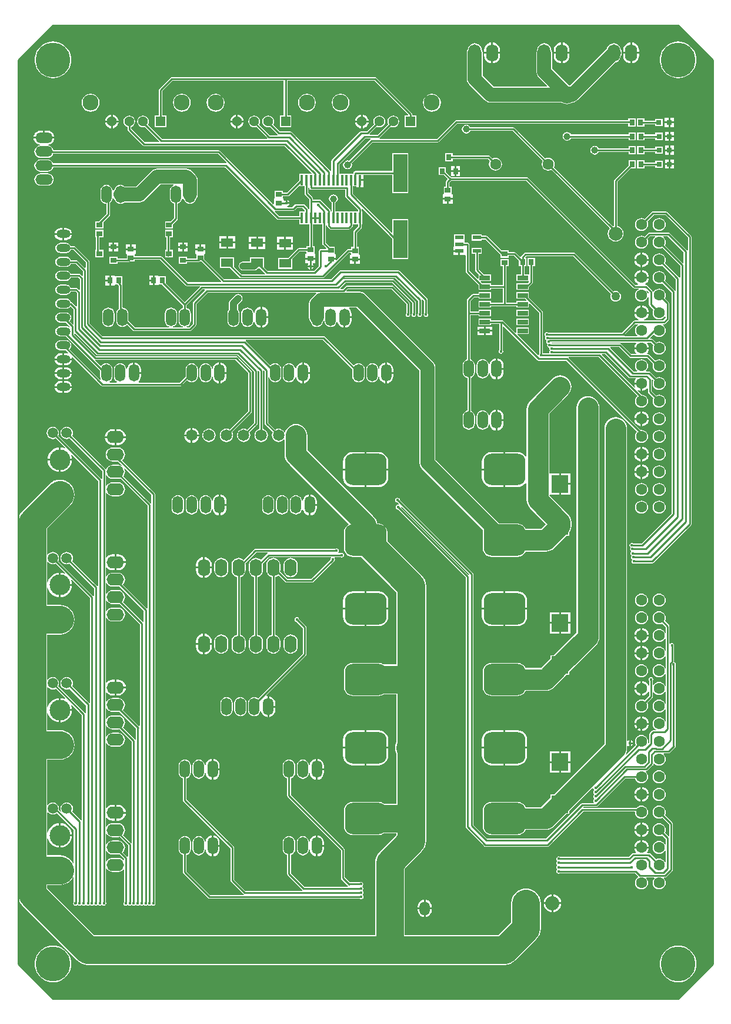
<source format=gtl>
G04 Layer_Physical_Order=1*
G04 Layer_Color=11767835*
%FSLAX44Y44*%
%MOMM*%
G71*
G01*
G75*
%ADD10R,0.8000X0.9000*%
%ADD11R,0.8000X0.8000*%
%ADD12R,0.9000X0.8000*%
%ADD13R,1.5494X0.6604*%
%ADD14R,0.8000X0.9000*%
%ADD15R,1.8000X1.3000*%
%ADD16R,2.0000X5.5000*%
%ADD17R,0.4572X1.5494*%
%ADD18R,2.4500X2.5500*%
%ADD19R,1.2192X0.6096*%
%ADD20R,0.9000X0.8000*%
G04:AMPARAMS|DCode=21|XSize=6mm|YSize=4.5mm|CornerRadius=1.125mm|HoleSize=0mm|Usage=FLASHONLY|Rotation=180.000|XOffset=0mm|YOffset=0mm|HoleType=Round|Shape=RoundedRectangle|*
%AMROUNDEDRECTD21*
21,1,6.0000,2.2500,0,0,180.0*
21,1,3.7500,4.5000,0,0,180.0*
1,1,2.2500,-1.8750,1.1250*
1,1,2.2500,1.8750,1.1250*
1,1,2.2500,1.8750,-1.1250*
1,1,2.2500,-1.8750,-1.1250*
%
%ADD21ROUNDEDRECTD21*%
%ADD22C,0.2540*%
%ADD23C,2.0000*%
%ADD24C,3.0000*%
%ADD25C,4.0000*%
%ADD26C,1.0000*%
%ADD27R,1.6510X1.6510*%
%ADD28C,1.6510*%
%ADD29O,1.5000X2.5000*%
%ADD30O,1.7500X2.5000*%
%ADD31O,2.0000X1.2000*%
%ADD32R,1.4280X1.4280*%
%ADD33C,1.4280*%
%ADD34C,2.3000*%
%ADD35O,2.5000X1.7500*%
%ADD36C,1.5000*%
%ADD37C,3.0000*%
%ADD38C,5.0000*%
%ADD39C,1.6000*%
%ADD40O,1.5000X2.0000*%
%ADD41O,2.5000X1.5000*%
%ADD42C,2.0320*%
%ADD43R,2.0320X2.0320*%
%ADD44C,0.4000*%
%ADD45C,1.0000*%
%ADD46C,2.5000*%
%ADD47C,2.0000*%
%ADD48C,1.2700*%
G36*
X147498Y232447D02*
X149104Y230354D01*
X151197Y228748D01*
X153634Y227738D01*
X156250Y227394D01*
X163750D01*
X166131Y227707D01*
X172410Y221427D01*
Y219649D01*
X171208Y219241D01*
X170896Y219646D01*
X168803Y221252D01*
X166366Y222262D01*
X163750Y222607D01*
X156250D01*
X153634Y222262D01*
X151197Y221252D01*
X149104Y219646D01*
X147498Y217553D01*
X147360Y217221D01*
X146090Y217473D01*
Y232527D01*
X147360Y232779D01*
X147498Y232447D01*
D02*
G37*
G36*
Y257447D02*
X149104Y255354D01*
X151197Y253748D01*
X153634Y252738D01*
X156250Y252394D01*
X163750D01*
X166131Y252707D01*
X178160Y240677D01*
Y224628D01*
X176890Y224243D01*
X176831Y224331D01*
X170891Y230271D01*
X170896Y230354D01*
X172502Y232447D01*
X173512Y234884D01*
X173857Y237500D01*
X173512Y240116D01*
X172502Y242553D01*
X170896Y244646D01*
X168803Y246252D01*
X166366Y247262D01*
X163750Y247607D01*
X156250D01*
X153634Y247262D01*
X151197Y246252D01*
X149104Y244646D01*
X147498Y242553D01*
X147360Y242221D01*
X146090Y242473D01*
Y257527D01*
X147360Y257779D01*
X147498Y257447D01*
D02*
G37*
G36*
Y437447D02*
X149104Y435354D01*
X151197Y433747D01*
X153634Y432738D01*
X156250Y432393D01*
X163750D01*
X166131Y432707D01*
X189731Y409106D01*
X189660Y408750D01*
Y393128D01*
X188390Y392743D01*
X188331Y392831D01*
X170891Y410271D01*
X170896Y410354D01*
X172502Y412447D01*
X173512Y414884D01*
X173857Y417500D01*
X173512Y420116D01*
X172502Y422553D01*
X170896Y424646D01*
X168803Y426253D01*
X166366Y427262D01*
X163750Y427607D01*
X156250D01*
X153634Y427262D01*
X151197Y426253D01*
X149104Y424646D01*
X147498Y422553D01*
X147360Y422221D01*
X146090Y422473D01*
Y437527D01*
X147360Y437779D01*
X147498Y437447D01*
D02*
G37*
G36*
X1020250Y1370000D02*
Y70000D01*
X970250Y20000D01*
X70250D01*
X20250Y70000D01*
Y159602D01*
X21520Y159920D01*
X22479Y158126D01*
X25137Y154887D01*
X105137Y74887D01*
X108376Y72229D01*
X112071Y70254D01*
X116080Y69038D01*
X120250Y68627D01*
X720250D01*
X724420Y69038D01*
X728429Y70254D01*
X732124Y72229D01*
X735363Y74887D01*
X766313Y105837D01*
X768971Y109076D01*
X770946Y112771D01*
X772162Y116780D01*
X772573Y120950D01*
Y157300D01*
X772162Y161470D01*
X770946Y165479D01*
X768971Y169174D01*
X766313Y172413D01*
X763074Y175071D01*
X759379Y177046D01*
X755370Y178262D01*
X751200Y178673D01*
X747030Y178262D01*
X743021Y177046D01*
X739326Y175071D01*
X736087Y172413D01*
X733429Y169174D01*
X731454Y165479D01*
X730238Y161470D01*
X729827Y157300D01*
Y129803D01*
X711397Y111373D01*
X576623D01*
Y145000D01*
X576377Y147500D01*
X576623Y150000D01*
Y207147D01*
X601113Y231637D01*
X603771Y234876D01*
X605746Y238571D01*
X606962Y242580D01*
X607373Y246750D01*
Y379000D01*
Y613450D01*
X606962Y617620D01*
X605746Y621629D01*
X603771Y625324D01*
X601113Y628563D01*
X551628Y678048D01*
Y690450D01*
X551198Y693718D01*
X549936Y696764D01*
X547929Y699379D01*
X545314Y701386D01*
X542268Y702648D01*
X539000Y703078D01*
X536468D01*
X536285Y704939D01*
X535354Y708006D01*
X533843Y710833D01*
X531810Y713310D01*
X436349Y808772D01*
Y830000D01*
X436035Y833189D01*
X435104Y836256D01*
X433593Y839083D01*
X431560Y841560D01*
X429083Y843593D01*
X426256Y845104D01*
X423190Y846035D01*
X420000Y846349D01*
X416810Y846035D01*
X413744Y845104D01*
X410917Y843593D01*
X408440Y841560D01*
X406407Y839083D01*
X404896Y836256D01*
X404495Y834934D01*
X403349Y834821D01*
X403141Y834847D01*
X401647Y836793D01*
X399658Y838320D01*
X397341Y839280D01*
X394854Y839607D01*
X392368Y839280D01*
X390154Y838363D01*
X380090Y848427D01*
Y913356D01*
X381360Y913439D01*
X381456Y912710D01*
X382339Y910577D01*
X383745Y908745D01*
X385577Y907339D01*
X387711Y906456D01*
X390000Y906154D01*
X392289Y906456D01*
X394423Y907339D01*
X396255Y908745D01*
X397660Y910577D01*
X398544Y912710D01*
X398846Y915000D01*
Y925000D01*
X398544Y927289D01*
X397660Y929423D01*
X396255Y931255D01*
X394423Y932661D01*
X392289Y933544D01*
X390000Y933846D01*
X387711Y933544D01*
X385577Y932661D01*
X383745Y931255D01*
X382490Y931173D01*
X347581Y966081D01*
X347493Y966140D01*
X347878Y967410D01*
X458927D01*
X501176Y925162D01*
X501154Y925000D01*
Y915000D01*
X501456Y912710D01*
X502339Y910577D01*
X503745Y908745D01*
X505577Y907339D01*
X507711Y906456D01*
X510000Y906154D01*
X512289Y906456D01*
X514423Y907339D01*
X516255Y908745D01*
X517661Y910577D01*
X518544Y912710D01*
X518846Y915000D01*
Y925000D01*
X518544Y927289D01*
X517661Y929423D01*
X516255Y931255D01*
X514423Y932661D01*
X512289Y933544D01*
X510000Y933846D01*
X507711Y933544D01*
X505577Y932661D01*
X503745Y931255D01*
X502490Y931173D01*
X461831Y971831D01*
X460991Y972393D01*
X460000Y972590D01*
X141073D01*
X122590Y991073D01*
Y1080000D01*
X122393Y1080991D01*
X121831Y1081831D01*
X102331Y1101331D01*
X101491Y1101893D01*
X100500Y1102090D01*
X95796D01*
X95350Y1103166D01*
X94185Y1104685D01*
X92666Y1105850D01*
X90898Y1106583D01*
X89000Y1106833D01*
X81000D01*
X79102Y1106583D01*
X77334Y1105850D01*
X75815Y1104685D01*
X74650Y1103166D01*
X73917Y1101398D01*
X73667Y1099500D01*
X73917Y1097602D01*
X74650Y1095834D01*
X75815Y1094315D01*
X77334Y1093150D01*
X79102Y1092417D01*
X81000Y1092167D01*
X89000D01*
X90898Y1092417D01*
X92666Y1093150D01*
X94185Y1094315D01*
X95350Y1095834D01*
X95796Y1096910D01*
X99427D01*
X117410Y1078927D01*
Y1071298D01*
X116140Y1070772D01*
X105581Y1081331D01*
X104741Y1081893D01*
X103750Y1082090D01*
X95796D01*
X95350Y1083166D01*
X94185Y1084685D01*
X92666Y1085850D01*
X90898Y1086583D01*
X89000Y1086833D01*
X81000D01*
X79102Y1086583D01*
X77334Y1085850D01*
X75815Y1084685D01*
X74650Y1083166D01*
X73917Y1081398D01*
X73667Y1079500D01*
X73917Y1077602D01*
X74650Y1075834D01*
X75815Y1074315D01*
X77334Y1073150D01*
X79102Y1072417D01*
X81000Y1072167D01*
X89000D01*
X90898Y1072417D01*
X92666Y1073150D01*
X94185Y1074315D01*
X95350Y1075834D01*
X95796Y1076910D01*
X102677D01*
X112910Y1066677D01*
Y1059662D01*
X111737Y1059176D01*
X109581Y1061331D01*
X108741Y1061893D01*
X107750Y1062090D01*
X95796D01*
X95350Y1063166D01*
X94185Y1064685D01*
X92666Y1065850D01*
X90898Y1066583D01*
X89000Y1066833D01*
X81000D01*
X79102Y1066583D01*
X77334Y1065850D01*
X75815Y1064685D01*
X74650Y1063166D01*
X73917Y1061398D01*
X73667Y1059500D01*
X73917Y1057602D01*
X74650Y1055834D01*
X75815Y1054315D01*
X77334Y1053150D01*
X79102Y1052417D01*
X81000Y1052167D01*
X89000D01*
X90898Y1052417D01*
X92666Y1053150D01*
X94185Y1054315D01*
X95350Y1055834D01*
X95796Y1056910D01*
X106677D01*
X108660Y1054927D01*
Y1039662D01*
X107487Y1039176D01*
X105331Y1041331D01*
X104491Y1041893D01*
X103500Y1042090D01*
X95796D01*
X95350Y1043166D01*
X94185Y1044685D01*
X92666Y1045850D01*
X90898Y1046583D01*
X89000Y1046833D01*
X81000D01*
X79102Y1046583D01*
X77334Y1045850D01*
X75815Y1044685D01*
X74650Y1043166D01*
X73917Y1041398D01*
X73667Y1039500D01*
X73917Y1037602D01*
X74650Y1035834D01*
X75815Y1034315D01*
X77334Y1033150D01*
X79102Y1032417D01*
X81000Y1032167D01*
X89000D01*
X90898Y1032417D01*
X92666Y1033150D01*
X94185Y1034315D01*
X95350Y1035834D01*
X95796Y1036910D01*
X102427D01*
X104410Y1034927D01*
Y1016048D01*
X103140Y1015522D01*
X97331Y1021331D01*
X96491Y1021893D01*
X95823Y1022026D01*
X95350Y1023166D01*
X94185Y1024685D01*
X92666Y1025850D01*
X90898Y1026583D01*
X89000Y1026833D01*
X81000D01*
X79102Y1026583D01*
X77334Y1025850D01*
X75815Y1024685D01*
X74650Y1023166D01*
X73917Y1021398D01*
X73667Y1019500D01*
X73917Y1017602D01*
X74650Y1015834D01*
X75815Y1014315D01*
X77334Y1013150D01*
X79102Y1012417D01*
X81000Y1012167D01*
X89000D01*
X90898Y1012417D01*
X92666Y1013150D01*
X94185Y1014315D01*
X94637Y1014904D01*
X96323Y1015015D01*
X99660Y1011677D01*
Y990162D01*
X98487Y989676D01*
X94164Y993998D01*
X94185Y994315D01*
X95350Y995834D01*
X96083Y997602D01*
X96333Y999500D01*
X96083Y1001398D01*
X95350Y1003166D01*
X94185Y1004685D01*
X92666Y1005850D01*
X90898Y1006583D01*
X89000Y1006833D01*
X81000D01*
X79102Y1006583D01*
X77334Y1005850D01*
X75815Y1004685D01*
X74650Y1003166D01*
X73917Y1001398D01*
X73667Y999500D01*
X73917Y997602D01*
X74650Y995834D01*
X75815Y994315D01*
X77334Y993150D01*
X79102Y992417D01*
X81000Y992167D01*
X88670D01*
X94577Y986260D01*
X94514Y986034D01*
X93060Y985549D01*
X92666Y985850D01*
X90898Y986583D01*
X89000Y986833D01*
X81000D01*
X79102Y986583D01*
X77334Y985850D01*
X75815Y984685D01*
X74650Y983166D01*
X73917Y981398D01*
X73667Y979500D01*
X73917Y977602D01*
X74650Y975834D01*
X75815Y974315D01*
X77334Y973150D01*
X79102Y972417D01*
X81000Y972167D01*
X88670D01*
X138032Y922805D01*
Y914734D01*
X138334Y912445D01*
X138913Y911045D01*
X137837Y910326D01*
X94164Y953998D01*
X94185Y954315D01*
X95350Y955834D01*
X96083Y957602D01*
X96333Y959500D01*
X96083Y961398D01*
X95350Y963166D01*
X94185Y964685D01*
X92666Y965850D01*
X90898Y966583D01*
X89000Y966833D01*
X81000D01*
X79102Y966583D01*
X77334Y965850D01*
X75815Y964685D01*
X74650Y963166D01*
X73917Y961398D01*
X73667Y959500D01*
X73917Y957602D01*
X74650Y955834D01*
X75815Y954315D01*
X77334Y953150D01*
X79102Y952417D01*
X81000Y952167D01*
X88670D01*
X91935Y948903D01*
X91229Y947820D01*
X89000Y948114D01*
X86270D01*
Y940770D01*
X97446D01*
X97320Y941729D01*
X98403Y942435D01*
X139169Y901669D01*
X140009Y901107D01*
X141000Y900910D01*
X253500D01*
X254491Y901107D01*
X255331Y901669D01*
X262490Y908827D01*
X263745Y908745D01*
X265577Y907339D01*
X267711Y906456D01*
X270000Y906154D01*
X272289Y906456D01*
X274423Y907339D01*
X276255Y908745D01*
X277661Y910577D01*
X278544Y912710D01*
X278846Y915000D01*
Y925000D01*
X278544Y927289D01*
X277661Y929423D01*
X276255Y931255D01*
X274423Y932661D01*
X272289Y933544D01*
X270000Y933846D01*
X267711Y933544D01*
X265577Y932661D01*
X263745Y931255D01*
X262339Y929423D01*
X261456Y927289D01*
X261154Y925000D01*
Y915000D01*
X261176Y914838D01*
X252427Y906090D01*
X194081D01*
X193672Y907292D01*
X194039Y907573D01*
X195648Y909671D01*
X196660Y912113D01*
X197005Y914734D01*
Y918464D01*
X186878D01*
Y919734D01*
X185608D01*
Y934693D01*
X184257Y934516D01*
X181815Y933504D01*
X179717Y931895D01*
X178108Y929797D01*
X177096Y927355D01*
X176878Y925696D01*
X175597D01*
X175422Y927023D01*
X174539Y929157D01*
X173133Y930989D01*
X171301Y932395D01*
X169167Y933278D01*
X166878Y933580D01*
X164589Y933278D01*
X162455Y932395D01*
X160623Y930989D01*
X159217Y929157D01*
X158334Y927023D01*
X158032Y924734D01*
Y914734D01*
X158334Y912445D01*
X159217Y910311D01*
X160623Y908479D01*
X162082Y907360D01*
X161651Y906090D01*
X152105D01*
X151674Y907360D01*
X153133Y908479D01*
X154539Y910311D01*
X155422Y912445D01*
X155724Y914734D01*
Y924734D01*
X155422Y927023D01*
X154539Y929157D01*
X153133Y930989D01*
X151301Y932395D01*
X149167Y933278D01*
X146878Y933580D01*
X144589Y933278D01*
X142455Y932395D01*
X140623Y930989D01*
X139905Y930053D01*
X138220Y929943D01*
X130685Y937478D01*
X131199Y938553D01*
X131298Y938660D01*
X332927D01*
X351410Y920177D01*
Y865149D01*
X324624Y838363D01*
X322411Y839280D01*
X319924Y839607D01*
X317437Y839280D01*
X315120Y838320D01*
X313131Y836793D01*
X311604Y834804D01*
X310644Y832486D01*
X310317Y830000D01*
X310644Y827514D01*
X311604Y825196D01*
X313131Y823207D01*
X315120Y821680D01*
X317437Y820720D01*
X319924Y820393D01*
X322411Y820720D01*
X324728Y821680D01*
X326717Y823207D01*
X328244Y825196D01*
X329204Y827514D01*
X329531Y830000D01*
X329204Y832486D01*
X328287Y834700D01*
X355831Y862245D01*
X356393Y863085D01*
X356590Y864076D01*
Y921250D01*
X356393Y922241D01*
X355831Y923081D01*
X335831Y943081D01*
X334991Y943643D01*
X334000Y943840D01*
X132323D01*
X100872Y975290D01*
X100950Y975841D01*
X102296Y976291D01*
X132419Y946169D01*
X133259Y945607D01*
X134250Y945410D01*
X335677D01*
X359410Y921677D01*
Y848257D01*
X349516Y838363D01*
X347303Y839280D01*
X344816Y839607D01*
X342329Y839280D01*
X340012Y838320D01*
X338023Y836793D01*
X336496Y834804D01*
X335536Y832486D01*
X335209Y830000D01*
X335536Y827514D01*
X336496Y825196D01*
X338023Y823207D01*
X340012Y821680D01*
X342329Y820720D01*
X344816Y820393D01*
X347303Y820720D01*
X349620Y821680D01*
X351609Y823207D01*
X353136Y825196D01*
X354096Y827514D01*
X354423Y830000D01*
X354096Y832486D01*
X353179Y834700D01*
X363831Y845353D01*
X364393Y846193D01*
X364590Y847184D01*
Y922750D01*
X364540Y923002D01*
X365710Y923627D01*
X367372Y921965D01*
Y839237D01*
X365158Y838320D01*
X363169Y836793D01*
X361642Y834804D01*
X360682Y832486D01*
X360355Y830000D01*
X360682Y827514D01*
X361642Y825196D01*
X363169Y823207D01*
X365158Y821680D01*
X367476Y820720D01*
X369962Y820393D01*
X372449Y820720D01*
X374766Y821680D01*
X376755Y823207D01*
X378282Y825196D01*
X379242Y827514D01*
X379569Y830000D01*
X379242Y832486D01*
X378282Y834804D01*
X376755Y836793D01*
X374766Y838320D01*
X372552Y839237D01*
Y922740D01*
X373269Y923184D01*
X373796Y923291D01*
X374910Y922177D01*
Y847354D01*
X375107Y846363D01*
X375669Y845523D01*
X386491Y834700D01*
X385574Y832486D01*
X385247Y830000D01*
X385574Y827514D01*
X386534Y825196D01*
X388061Y823207D01*
X390050Y821680D01*
X392368Y820720D01*
X394854Y820393D01*
X397341Y820720D01*
X399658Y821680D01*
X401647Y823207D01*
X402381Y824163D01*
X403651Y823732D01*
Y802000D01*
X403965Y798811D01*
X404896Y795744D01*
X406407Y792917D01*
X408440Y790440D01*
X410202Y788993D01*
X411649Y787231D01*
X496009Y702870D01*
X495761Y701625D01*
X495186Y701386D01*
X492571Y699379D01*
X490564Y696764D01*
X489302Y693718D01*
X488872Y690450D01*
Y667950D01*
X489302Y664682D01*
X490564Y661636D01*
X492571Y659021D01*
X495186Y657014D01*
X498232Y655752D01*
X501500Y655322D01*
X513902D01*
X564627Y604597D01*
Y500573D01*
X546374D01*
X545314Y501386D01*
X542268Y502648D01*
X539000Y503078D01*
X501500D01*
X498232Y502648D01*
X495186Y501386D01*
X492571Y499379D01*
X490564Y496764D01*
X489302Y493718D01*
X488872Y490450D01*
Y467950D01*
X489302Y464682D01*
X490564Y461636D01*
X492571Y459021D01*
X495186Y457014D01*
X498232Y455752D01*
X501500Y455322D01*
X539000D01*
X542268Y455752D01*
X545314Y457014D01*
X546374Y457827D01*
X564627D01*
Y389303D01*
X564454Y388979D01*
X563238Y384970D01*
X562827Y380800D01*
X563238Y376630D01*
X564454Y372621D01*
X564627Y372297D01*
Y300573D01*
X546374D01*
X545314Y301386D01*
X542268Y302648D01*
X539000Y303078D01*
X501500D01*
X498232Y302648D01*
X495186Y301386D01*
X492571Y299379D01*
X490564Y296764D01*
X489302Y293718D01*
X488872Y290450D01*
Y267950D01*
X489302Y264682D01*
X490564Y261636D01*
X492571Y259021D01*
X495186Y257014D01*
X498232Y255752D01*
X501500Y255322D01*
X539000D01*
X542268Y255752D01*
X545314Y257014D01*
X546374Y257827D01*
X564627D01*
Y255603D01*
X540137Y231113D01*
X537479Y227874D01*
X535504Y224179D01*
X534288Y220170D01*
X533877Y216000D01*
Y150000D01*
X534123Y147500D01*
X533877Y145000D01*
Y111373D01*
X129103D01*
X61623Y178853D01*
Y183627D01*
X80000D01*
X84170Y184038D01*
X88179Y185254D01*
X91874Y187229D01*
X95113Y189887D01*
X97771Y193126D01*
X98890Y195220D01*
X100160Y194902D01*
Y159369D01*
X100142Y159358D01*
X99420Y158276D01*
X99166Y157000D01*
X99420Y155724D01*
X100142Y154642D01*
X101224Y153920D01*
X102500Y153666D01*
X103776Y153920D01*
X104858Y154642D01*
X104865Y154654D01*
X106135D01*
X106143Y154642D01*
X107224Y153920D01*
X108500Y153666D01*
X109776Y153920D01*
X110857Y154642D01*
X110865Y154654D01*
X112135D01*
X112142Y154642D01*
X113224Y153920D01*
X114500Y153666D01*
X115776Y153920D01*
X116805Y154608D01*
X116884Y154648D01*
X118142Y154893D01*
X118345Y154757D01*
X119224Y154170D01*
X120500Y153916D01*
X121776Y154170D01*
X122517Y154665D01*
X123375Y154807D01*
X124233Y154665D01*
X124974Y154170D01*
X126250Y153916D01*
X127526Y154170D01*
X128608Y154893D01*
X129642D01*
X130724Y154170D01*
X132000Y153916D01*
X133276Y154170D01*
X134017Y154665D01*
X134875Y154807D01*
X135733Y154665D01*
X136474Y154170D01*
X137750Y153916D01*
X139026Y154170D01*
X139767Y154665D01*
X140625Y154807D01*
X141483Y154665D01*
X142224Y154170D01*
X143500Y153916D01*
X144776Y154170D01*
X145857Y154893D01*
X146580Y155974D01*
X146834Y157250D01*
X146580Y158526D01*
X146090Y159260D01*
Y207527D01*
X147360Y207779D01*
X147498Y207447D01*
X149104Y205354D01*
X151197Y203748D01*
X153634Y202738D01*
X156250Y202393D01*
X163750D01*
X166366Y202738D01*
X168803Y203748D01*
X170896Y205354D01*
X171208Y205759D01*
X172410Y205351D01*
Y159010D01*
X171920Y158276D01*
X171666Y157000D01*
X171920Y155724D01*
X172642Y154642D01*
X173724Y153920D01*
X175000Y153666D01*
X176276Y153920D01*
X177358Y154642D01*
X178393D01*
X179474Y153920D01*
X180750Y153666D01*
X182026Y153920D01*
X183107Y154642D01*
X184142D01*
X185224Y153920D01*
X186500Y153666D01*
X187776Y153920D01*
X188857Y154642D01*
X189893D01*
X190974Y153920D01*
X192250Y153666D01*
X193526Y153920D01*
X194608Y154642D01*
X195643D01*
X196724Y153920D01*
X198000Y153666D01*
X199276Y153920D01*
X199844Y154299D01*
X200750Y154539D01*
X201656Y154299D01*
X202224Y153920D01*
X203500Y153666D01*
X204776Y153920D01*
X205344Y154299D01*
X206250Y154539D01*
X207156Y154299D01*
X207724Y153920D01*
X209000Y153666D01*
X210276Y153920D01*
X211357Y154642D01*
X212143D01*
X213224Y153920D01*
X214500Y153666D01*
X215776Y153920D01*
X216857Y154642D01*
X217580Y155724D01*
X217834Y157000D01*
X217580Y158276D01*
X217090Y159010D01*
Y745750D01*
X216893Y746741D01*
X216331Y747581D01*
X170255Y793658D01*
X170338Y794925D01*
X170896Y795354D01*
X172502Y797447D01*
X173512Y799884D01*
X173857Y802500D01*
X173512Y805116D01*
X172502Y807553D01*
X170896Y809646D01*
X168803Y811253D01*
X166366Y812262D01*
X163750Y812607D01*
X156250D01*
X153634Y812262D01*
X151197Y811253D01*
X149104Y809646D01*
X147498Y807553D01*
X146488Y805116D01*
X146144Y802500D01*
X146488Y799884D01*
X147498Y797447D01*
X149104Y795354D01*
X151197Y793747D01*
X153634Y792738D01*
X156250Y792393D01*
X163750D01*
X164142Y792445D01*
X169072Y787516D01*
X168352Y786439D01*
X166366Y787262D01*
X163750Y787607D01*
X156250D01*
X153634Y787262D01*
X151197Y786253D01*
X149104Y784646D01*
X147498Y782553D01*
X147024Y781410D01*
X146943Y781380D01*
X145635Y781376D01*
X145331Y781831D01*
X97785Y829378D01*
X98544Y831211D01*
X98846Y833500D01*
X98544Y835789D01*
X97661Y837923D01*
X96255Y839755D01*
X94423Y841161D01*
X92289Y842044D01*
X90000Y842346D01*
X87711Y842044D01*
X85577Y841161D01*
X83745Y839755D01*
X82339Y837923D01*
X81456Y835789D01*
X81154Y833500D01*
X81456Y831211D01*
X82339Y829077D01*
X83745Y827245D01*
X85577Y825839D01*
X87711Y824956D01*
X90000Y824654D01*
X92289Y824956D01*
X94122Y825715D01*
X140910Y778927D01*
Y767878D01*
X139640Y767493D01*
X139581Y767581D01*
X77785Y829378D01*
X78544Y831211D01*
X78846Y833500D01*
X78544Y835789D01*
X77661Y837923D01*
X76255Y839755D01*
X74423Y841161D01*
X72289Y842044D01*
X70000Y842346D01*
X67711Y842044D01*
X65577Y841161D01*
X63745Y839755D01*
X62339Y837923D01*
X61456Y835789D01*
X61154Y833500D01*
X61456Y831211D01*
X62339Y829077D01*
X63745Y827245D01*
X65577Y825839D01*
X67711Y824956D01*
X70000Y824654D01*
X72289Y824956D01*
X74123Y825715D01*
X87538Y812299D01*
X86774Y811268D01*
X86745Y811283D01*
X83438Y812286D01*
X81270Y812500D01*
Y796270D01*
X97500D01*
X97286Y798438D01*
X96283Y801745D01*
X96268Y801774D01*
X97299Y802539D01*
X135160Y764677D01*
Y613628D01*
X133890Y613243D01*
X133831Y613331D01*
X97785Y649378D01*
X98544Y651211D01*
X98846Y653500D01*
X98544Y655789D01*
X97661Y657923D01*
X96255Y659755D01*
X94423Y661161D01*
X92289Y662044D01*
X90000Y662346D01*
X87711Y662044D01*
X85577Y661161D01*
X83745Y659755D01*
X82339Y657923D01*
X81456Y655789D01*
X81154Y653500D01*
X81456Y651211D01*
X82339Y649077D01*
X83745Y647245D01*
X85577Y645839D01*
X87711Y644956D01*
X90000Y644654D01*
X92289Y644956D01*
X94122Y645715D01*
X129410Y610427D01*
Y599378D01*
X128140Y598993D01*
X128081Y599081D01*
X77785Y649378D01*
X78544Y651211D01*
X78846Y653500D01*
X78544Y655789D01*
X77661Y657923D01*
X76255Y659755D01*
X74423Y661161D01*
X72289Y662044D01*
X70000Y662346D01*
X67711Y662044D01*
X65577Y661161D01*
X63745Y659755D01*
X62893Y658644D01*
X61623Y659075D01*
Y696397D01*
X95113Y729887D01*
X97771Y733126D01*
X99746Y736821D01*
X100962Y740830D01*
X101373Y745000D01*
X100962Y749170D01*
X99746Y753179D01*
X97771Y756874D01*
X95113Y760113D01*
X91874Y762771D01*
X88179Y764746D01*
X84170Y765962D01*
X80000Y766373D01*
X75830Y765962D01*
X71821Y764746D01*
X68126Y762771D01*
X64887Y760113D01*
X25137Y720363D01*
X22479Y717124D01*
X21520Y715330D01*
X20250Y715648D01*
Y1370000D01*
X70250Y1420000D01*
X970250D01*
X1020250Y1370000D01*
D02*
G37*
G36*
X147498Y592447D02*
X149104Y590354D01*
X151197Y588747D01*
X153634Y587738D01*
X156250Y587393D01*
X163750D01*
X166131Y587707D01*
X195410Y558427D01*
Y412548D01*
X194140Y412022D01*
X170891Y435271D01*
X170896Y435354D01*
X172502Y437447D01*
X173512Y439884D01*
X173857Y442500D01*
X173512Y445116D01*
X172502Y447553D01*
X170896Y449646D01*
X168803Y451253D01*
X166366Y452262D01*
X163750Y452607D01*
X156250D01*
X153634Y452262D01*
X151197Y451253D01*
X149104Y449646D01*
X147498Y447553D01*
X147360Y447221D01*
X146090Y447473D01*
Y460109D01*
X147360Y460540D01*
X148198Y459448D01*
X150556Y457638D01*
X153303Y456501D01*
X156250Y456113D01*
X158730D01*
Y467500D01*
Y478887D01*
X156250D01*
X153303Y478499D01*
X150556Y477362D01*
X148198Y475552D01*
X147360Y474460D01*
X146090Y474891D01*
Y567527D01*
X147360Y567779D01*
X147498Y567447D01*
X149104Y565354D01*
X151197Y563747D01*
X153634Y562738D01*
X156250Y562393D01*
X163750D01*
X166366Y562738D01*
X168803Y563747D01*
X170896Y565354D01*
X172502Y567447D01*
X173512Y569884D01*
X173857Y572500D01*
X173512Y575116D01*
X172502Y577553D01*
X170896Y579646D01*
X168803Y581253D01*
X166366Y582262D01*
X163750Y582607D01*
X156250D01*
X153634Y582262D01*
X151197Y581253D01*
X149104Y579646D01*
X147498Y577553D01*
X147360Y577221D01*
X146090Y577473D01*
Y592527D01*
X147360Y592779D01*
X147498Y592447D01*
D02*
G37*
G36*
Y412447D02*
X149104Y410354D01*
X151197Y408747D01*
X153634Y407738D01*
X156250Y407393D01*
X163750D01*
X166131Y407707D01*
X183910Y389927D01*
Y243878D01*
X182640Y243493D01*
X182581Y243581D01*
X170891Y255271D01*
X170896Y255354D01*
X172502Y257447D01*
X173512Y259884D01*
X173857Y262500D01*
X173512Y265116D01*
X172502Y267553D01*
X170896Y269646D01*
X168803Y271252D01*
X166366Y272262D01*
X163750Y272607D01*
X156250D01*
X153634Y272262D01*
X151197Y271252D01*
X149104Y269646D01*
X147498Y267553D01*
X147360Y267221D01*
X146090Y267473D01*
Y280109D01*
X147360Y280540D01*
X148198Y279448D01*
X150556Y277638D01*
X153303Y276501D01*
X156250Y276113D01*
X158730D01*
Y287500D01*
Y298887D01*
X156250D01*
X153303Y298499D01*
X150556Y297362D01*
X148198Y295552D01*
X147360Y294460D01*
X146090Y294891D01*
Y387527D01*
X147360Y387779D01*
X147498Y387447D01*
X149104Y385354D01*
X151197Y383747D01*
X153634Y382738D01*
X156250Y382393D01*
X163750D01*
X166366Y382738D01*
X168803Y383747D01*
X170896Y385354D01*
X172502Y387447D01*
X173512Y389884D01*
X173857Y392500D01*
X173512Y395116D01*
X172502Y397553D01*
X170896Y399646D01*
X168803Y401253D01*
X166366Y402262D01*
X163750Y402607D01*
X156250D01*
X153634Y402262D01*
X151197Y401253D01*
X149104Y399646D01*
X147498Y397553D01*
X147360Y397221D01*
X146090Y397473D01*
Y412527D01*
X147360Y412779D01*
X147498Y412447D01*
D02*
G37*
G36*
Y617447D02*
X149104Y615354D01*
X151197Y613747D01*
X153634Y612738D01*
X156250Y612393D01*
X163750D01*
X166131Y612707D01*
X200910Y577927D01*
Y562002D01*
X200397Y561683D01*
X199640Y561522D01*
X170891Y590271D01*
X170896Y590354D01*
X172502Y592447D01*
X173512Y594884D01*
X173857Y597500D01*
X173512Y600116D01*
X172502Y602553D01*
X170896Y604646D01*
X168803Y606253D01*
X166366Y607262D01*
X163750Y607607D01*
X156250D01*
X153634Y607262D01*
X151197Y606253D01*
X149104Y604646D01*
X147498Y602553D01*
X147360Y602221D01*
X146090Y602473D01*
Y617527D01*
X147360Y617779D01*
X147498Y617447D01*
D02*
G37*
G36*
X63745Y287245D02*
X65577Y285839D01*
X67711Y284956D01*
X70000Y284654D01*
X72289Y284956D01*
X74423Y285839D01*
X75880Y286957D01*
X100160Y262677D01*
Y215098D01*
X98890Y214780D01*
X97771Y216874D01*
X95113Y220113D01*
X91874Y222771D01*
X88179Y224746D01*
X84170Y225962D01*
X80000Y226373D01*
X61623D01*
Y250783D01*
X62893Y250971D01*
X63717Y248255D01*
X65346Y245208D01*
X67537Y242537D01*
X70208Y240345D01*
X73255Y238717D01*
X76561Y237714D01*
X78730Y237500D01*
Y255000D01*
Y272500D01*
X76561Y272286D01*
X73255Y271283D01*
X70208Y269655D01*
X67537Y267463D01*
X65346Y264792D01*
X63717Y261745D01*
X62893Y259029D01*
X61623Y259217D01*
Y287925D01*
X62893Y288356D01*
X63745Y287245D01*
D02*
G37*
G36*
X147498Y772447D02*
X149104Y770354D01*
X151197Y768747D01*
X153634Y767738D01*
X156250Y767393D01*
X163750D01*
X166366Y767738D01*
X167238Y768099D01*
X204419Y730919D01*
X204419Y730919D01*
X206410Y728927D01*
Y581502D01*
X205897Y581183D01*
X205140Y581022D01*
X170891Y615271D01*
X170896Y615354D01*
X172502Y617447D01*
X173512Y619884D01*
X173857Y622500D01*
X173512Y625116D01*
X172502Y627553D01*
X170896Y629646D01*
X168803Y631253D01*
X166366Y632262D01*
X163750Y632607D01*
X156250D01*
X153634Y632262D01*
X151197Y631253D01*
X149104Y629646D01*
X147498Y627553D01*
X147360Y627221D01*
X146090Y627473D01*
Y640109D01*
X147360Y640540D01*
X148198Y639448D01*
X150556Y637638D01*
X153303Y636501D01*
X156250Y636113D01*
X158730D01*
Y647500D01*
Y658887D01*
X156250D01*
X153303Y658499D01*
X150556Y657362D01*
X148198Y655552D01*
X147360Y654460D01*
X146090Y654891D01*
Y747527D01*
X147360Y747779D01*
X147498Y747447D01*
X149104Y745354D01*
X151197Y743747D01*
X153634Y742738D01*
X156250Y742393D01*
X163750D01*
X166366Y742738D01*
X168803Y743747D01*
X170896Y745354D01*
X172502Y747447D01*
X173512Y749884D01*
X173857Y752500D01*
X173512Y755116D01*
X172502Y757553D01*
X170896Y759646D01*
X168803Y761253D01*
X166366Y762262D01*
X163750Y762607D01*
X156250D01*
X153634Y762262D01*
X151197Y761253D01*
X149104Y759646D01*
X147498Y757553D01*
X147360Y757221D01*
X146090Y757473D01*
Y772527D01*
X147360Y772779D01*
X147498Y772447D01*
D02*
G37*
G36*
X211910Y744677D02*
Y732502D01*
X211397Y732183D01*
X210640Y732022D01*
X208081Y734581D01*
X208081Y734581D01*
X171510Y771153D01*
X172502Y772447D01*
X173512Y774884D01*
X173857Y777500D01*
X173512Y780116D01*
X172689Y782102D01*
X173766Y782822D01*
X211910Y744677D01*
D02*
G37*
G36*
X63745Y647245D02*
X65577Y645839D01*
X67711Y644956D01*
X70000Y644654D01*
X72289Y644956D01*
X74123Y645715D01*
X87538Y632299D01*
X86774Y631268D01*
X86745Y631283D01*
X83438Y632286D01*
X81270Y632500D01*
Y616270D01*
X97500D01*
X97286Y618438D01*
X96283Y621745D01*
X96268Y621774D01*
X97299Y622538D01*
X123660Y596177D01*
Y445128D01*
X122390Y444743D01*
X122331Y444831D01*
X97785Y469378D01*
X98544Y471211D01*
X98846Y473500D01*
X98544Y475789D01*
X97661Y477923D01*
X96255Y479755D01*
X94423Y481161D01*
X92289Y482044D01*
X90000Y482346D01*
X87711Y482044D01*
X85577Y481161D01*
X83745Y479755D01*
X82339Y477923D01*
X81456Y475789D01*
X81154Y473500D01*
X81456Y471211D01*
X82339Y469077D01*
X83745Y467245D01*
X85577Y465839D01*
X87711Y464956D01*
X90000Y464654D01*
X92289Y464956D01*
X94122Y465715D01*
X117910Y441927D01*
Y430754D01*
X116640Y430369D01*
X116331Y430831D01*
X77785Y469378D01*
X78544Y471211D01*
X78846Y473500D01*
X78544Y475789D01*
X77661Y477923D01*
X76255Y479755D01*
X74423Y481161D01*
X72289Y482044D01*
X70000Y482346D01*
X67711Y482044D01*
X65577Y481161D01*
X63745Y479755D01*
X62893Y478644D01*
X61623Y479075D01*
Y543627D01*
X80000D01*
X84170Y544038D01*
X88179Y545254D01*
X91874Y547229D01*
X95113Y549887D01*
X97771Y553126D01*
X99746Y556821D01*
X100962Y560830D01*
X101373Y565000D01*
X100962Y569170D01*
X99746Y573179D01*
X97771Y576874D01*
X95113Y580113D01*
X91874Y582771D01*
X88179Y584746D01*
X84170Y585962D01*
X80000Y586373D01*
X61623D01*
Y610783D01*
X62893Y610971D01*
X63717Y608255D01*
X65346Y605208D01*
X67537Y602537D01*
X70208Y600345D01*
X73255Y598717D01*
X76561Y597714D01*
X78730Y597500D01*
Y615000D01*
Y632500D01*
X76561Y632286D01*
X73255Y631283D01*
X70208Y629655D01*
X67537Y627463D01*
X65346Y624792D01*
X63717Y621745D01*
X62893Y619029D01*
X61623Y619217D01*
Y647925D01*
X62893Y648356D01*
X63745Y647245D01*
D02*
G37*
G36*
Y467245D02*
X65577Y465839D01*
X67711Y464956D01*
X70000Y464654D01*
X72289Y464956D01*
X74123Y465715D01*
X87538Y452299D01*
X86774Y451268D01*
X86745Y451283D01*
X83438Y452286D01*
X81270Y452500D01*
Y436270D01*
X97500D01*
X97286Y438438D01*
X96283Y441745D01*
X96268Y441774D01*
X97299Y442538D01*
X111910Y427927D01*
Y276754D01*
X110640Y276369D01*
X110331Y276831D01*
X110331Y276831D01*
X97785Y289377D01*
X98544Y291211D01*
X98846Y293500D01*
X98544Y295789D01*
X97661Y297923D01*
X96255Y299755D01*
X94423Y301161D01*
X92289Y302044D01*
X90000Y302346D01*
X87711Y302044D01*
X85577Y301161D01*
X83745Y299755D01*
X82339Y297923D01*
X81456Y295789D01*
X81154Y293500D01*
X81456Y291211D01*
X81956Y290002D01*
X80880Y289283D01*
X78592Y291571D01*
X78846Y293500D01*
X78544Y295789D01*
X77661Y297923D01*
X76255Y299755D01*
X74423Y301161D01*
X72289Y302044D01*
X70000Y302346D01*
X67711Y302044D01*
X65577Y301161D01*
X63745Y299755D01*
X62893Y298644D01*
X61623Y299075D01*
Y363627D01*
X80000D01*
X84170Y364038D01*
X88179Y365254D01*
X91874Y367229D01*
X95113Y369887D01*
X97771Y373126D01*
X99746Y376821D01*
X100962Y380830D01*
X101373Y385000D01*
X100962Y389170D01*
X99746Y393179D01*
X97771Y396874D01*
X95113Y400113D01*
X91874Y402771D01*
X88179Y404746D01*
X84170Y405962D01*
X80000Y406373D01*
X61623D01*
Y430783D01*
X62893Y430971D01*
X63717Y428255D01*
X65346Y425208D01*
X67537Y422537D01*
X70208Y420345D01*
X73255Y418717D01*
X76561Y417714D01*
X78730Y417500D01*
Y435000D01*
Y452500D01*
X76561Y452286D01*
X73255Y451283D01*
X70208Y449655D01*
X67537Y447463D01*
X65346Y444792D01*
X63717Y441745D01*
X62893Y439029D01*
X61623Y439217D01*
Y467925D01*
X62893Y468356D01*
X63745Y467245D01*
D02*
G37*
%LPC*%
G36*
X312500Y653857D02*
X309884Y653512D01*
X307447Y652503D01*
X305354Y650896D01*
X303748Y648803D01*
X302738Y646366D01*
X302394Y643750D01*
Y636250D01*
X302738Y633634D01*
X303748Y631197D01*
X305354Y629104D01*
X307447Y627497D01*
X309884Y626488D01*
X312500Y626143D01*
X315116Y626488D01*
X317553Y627497D01*
X319646Y629104D01*
X321253Y631197D01*
X322262Y633634D01*
X322607Y636250D01*
Y643750D01*
X322262Y646366D01*
X321253Y648803D01*
X319646Y650896D01*
X317553Y652503D01*
X315116Y653512D01*
X312500Y653857D01*
D02*
G37*
G36*
X412500D02*
X409884Y653512D01*
X407447Y652503D01*
X405354Y650896D01*
X403748Y648803D01*
X402738Y646366D01*
X402394Y643750D01*
Y636250D01*
X402738Y633634D01*
X403748Y631197D01*
X405354Y629104D01*
X407447Y627497D01*
X409884Y626488D01*
X412500Y626143D01*
X415116Y626488D01*
X417553Y627497D01*
X419646Y629104D01*
X421253Y631197D01*
X422262Y633634D01*
X422607Y636250D01*
Y643750D01*
X422262Y646366D01*
X421253Y648803D01*
X419646Y650896D01*
X417553Y652503D01*
X415116Y653512D01*
X412500Y653857D01*
D02*
G37*
G36*
X288770Y654970D02*
Y641270D01*
X298887D01*
Y643750D01*
X298499Y646697D01*
X297362Y649444D01*
X295552Y651802D01*
X293194Y653612D01*
X290447Y654749D01*
X288770Y654970D01*
D02*
G37*
G36*
X286230D02*
X284553Y654749D01*
X281806Y653612D01*
X279448Y651802D01*
X277638Y649444D01*
X276501Y646697D01*
X276113Y643750D01*
Y641270D01*
X286230D01*
Y654970D01*
D02*
G37*
G36*
X163750Y658887D02*
X161270D01*
Y648770D01*
X174970D01*
X174749Y650447D01*
X173612Y653194D01*
X171802Y655552D01*
X169444Y657362D01*
X166697Y658499D01*
X163750Y658887D01*
D02*
G37*
G36*
X174970Y646230D02*
X161270D01*
Y636113D01*
X163750D01*
X166697Y636501D01*
X169444Y637638D01*
X171802Y639448D01*
X173612Y641806D01*
X174749Y644553D01*
X174970Y646230D01*
D02*
G37*
G36*
X400000Y743846D02*
X397711Y743544D01*
X395577Y742661D01*
X393745Y741255D01*
X392339Y739423D01*
X391456Y737289D01*
X391154Y735000D01*
Y725000D01*
X391456Y722710D01*
X392339Y720577D01*
X393745Y718745D01*
X395577Y717339D01*
X397711Y716456D01*
X400000Y716154D01*
X402289Y716456D01*
X404423Y717339D01*
X406255Y718745D01*
X407661Y720577D01*
X408544Y722710D01*
X408846Y725000D01*
Y735000D01*
X408544Y737289D01*
X407661Y739423D01*
X406255Y741255D01*
X404423Y742661D01*
X402289Y743544D01*
X400000Y743846D01*
D02*
G37*
G36*
X380000D02*
X377710Y743544D01*
X375577Y742661D01*
X373745Y741255D01*
X372339Y739423D01*
X371456Y737289D01*
X371154Y735000D01*
Y725000D01*
X371456Y722710D01*
X372339Y720577D01*
X373745Y718745D01*
X375577Y717339D01*
X377710Y716456D01*
X380000Y716154D01*
X382289Y716456D01*
X384423Y717339D01*
X386255Y718745D01*
X387660Y720577D01*
X388544Y722710D01*
X388846Y725000D01*
Y735000D01*
X388544Y737289D01*
X387660Y739423D01*
X386255Y741255D01*
X384423Y742661D01*
X382289Y743544D01*
X380000Y743846D01*
D02*
G37*
G36*
X942950Y736150D02*
X940530Y735831D01*
X938275Y734897D01*
X936339Y733411D01*
X934853Y731475D01*
X933919Y729220D01*
X933600Y726800D01*
X933919Y724380D01*
X934853Y722125D01*
X936339Y720189D01*
X938275Y718703D01*
X940530Y717769D01*
X942950Y717450D01*
X945370Y717769D01*
X947625Y718703D01*
X949561Y720189D01*
X951047Y722125D01*
X951981Y724380D01*
X952300Y726800D01*
X951981Y729220D01*
X951047Y731475D01*
X949561Y733411D01*
X947625Y734897D01*
X945370Y735831D01*
X942950Y736150D01*
D02*
G37*
G36*
X917550D02*
X915130Y735831D01*
X912875Y734897D01*
X910939Y733411D01*
X909453Y731475D01*
X908519Y729220D01*
X908200Y726800D01*
X908519Y724380D01*
X909453Y722125D01*
X910939Y720189D01*
X912875Y718703D01*
X915130Y717769D01*
X917550Y717450D01*
X919970Y717769D01*
X922225Y718703D01*
X924161Y720189D01*
X925647Y722125D01*
X926581Y724380D01*
X926900Y726800D01*
X926581Y729220D01*
X925647Y731475D01*
X924161Y733411D01*
X922225Y734897D01*
X919970Y735831D01*
X917550Y736150D01*
D02*
G37*
G36*
X270000Y743846D02*
X267711Y743544D01*
X265577Y742661D01*
X263745Y741255D01*
X262339Y739423D01*
X261456Y737289D01*
X261154Y735000D01*
Y725000D01*
X261456Y722710D01*
X262339Y720577D01*
X263745Y718745D01*
X265577Y717339D01*
X267711Y716456D01*
X270000Y716154D01*
X272289Y716456D01*
X274423Y717339D01*
X276255Y718745D01*
X277661Y720577D01*
X278544Y722710D01*
X278846Y725000D01*
Y735000D01*
X278544Y737289D01*
X277661Y739423D01*
X276255Y741255D01*
X274423Y742661D01*
X272289Y743544D01*
X270000Y743846D01*
D02*
G37*
G36*
X320127Y728730D02*
X311270D01*
Y715041D01*
X312621Y715218D01*
X315063Y716230D01*
X317161Y717839D01*
X318770Y719937D01*
X319782Y722379D01*
X320127Y725000D01*
Y728730D01*
D02*
G37*
G36*
X478250Y667584D02*
X476974Y667330D01*
X476240Y666840D01*
X361750D01*
X360759Y666643D01*
X359919Y666081D01*
X344729Y650891D01*
X344646Y650896D01*
X342553Y652503D01*
X340116Y653512D01*
X337500Y653857D01*
X334884Y653512D01*
X332447Y652503D01*
X330354Y650896D01*
X328748Y648803D01*
X327738Y646366D01*
X327394Y643750D01*
Y636250D01*
X327738Y633634D01*
X328748Y631197D01*
X330354Y629104D01*
X332447Y627497D01*
X334884Y626488D01*
X334910Y626484D01*
Y543516D01*
X334884Y543512D01*
X332447Y542503D01*
X330354Y540896D01*
X328748Y538803D01*
X327738Y536366D01*
X327394Y533750D01*
Y526250D01*
X327738Y523634D01*
X328748Y521197D01*
X330354Y519104D01*
X332447Y517497D01*
X334884Y516488D01*
X337500Y516143D01*
X340116Y516488D01*
X342553Y517497D01*
X344646Y519104D01*
X346253Y521197D01*
X347262Y523634D01*
X347607Y526250D01*
Y533750D01*
X347262Y536366D01*
X346253Y538803D01*
X344646Y540896D01*
X342553Y542503D01*
X340116Y543512D01*
X340090Y543516D01*
Y626484D01*
X340116Y626488D01*
X342553Y627497D01*
X344646Y629104D01*
X346253Y631197D01*
X347262Y633634D01*
X347607Y636250D01*
Y643750D01*
X347293Y646131D01*
X362823Y661660D01*
X379372D01*
X379509Y660393D01*
X378669Y659831D01*
X369729Y650891D01*
X369646Y650896D01*
X367553Y652503D01*
X365116Y653512D01*
X362500Y653857D01*
X359884Y653512D01*
X357447Y652503D01*
X355354Y650896D01*
X353748Y648803D01*
X352738Y646366D01*
X352394Y643750D01*
Y636250D01*
X352738Y633634D01*
X353748Y631197D01*
X355354Y629104D01*
X357447Y627497D01*
X359884Y626488D01*
X359910Y626484D01*
Y543516D01*
X359884Y543512D01*
X357447Y542503D01*
X355354Y540896D01*
X353748Y538803D01*
X352738Y536366D01*
X352394Y533750D01*
Y526250D01*
X352738Y523634D01*
X353748Y521197D01*
X355354Y519104D01*
X357447Y517497D01*
X359884Y516488D01*
X362500Y516143D01*
X365116Y516488D01*
X367553Y517497D01*
X369646Y519104D01*
X371253Y521197D01*
X372262Y523634D01*
X372607Y526250D01*
Y533750D01*
X372262Y536366D01*
X371253Y538803D01*
X369646Y540896D01*
X367553Y542503D01*
X365116Y543512D01*
X365090Y543516D01*
Y626484D01*
X365116Y626488D01*
X367553Y627497D01*
X369646Y629104D01*
X371253Y631197D01*
X372262Y633634D01*
X372607Y636250D01*
Y643750D01*
X372293Y646131D01*
X381573Y655410D01*
X470680D01*
X471066Y654140D01*
X470643Y653857D01*
X469920Y652776D01*
X469666Y651500D01*
X469694Y651357D01*
X441927Y623590D01*
X407573D01*
X397293Y633869D01*
X397607Y636250D01*
Y643750D01*
X397262Y646366D01*
X396253Y648803D01*
X394646Y650896D01*
X392553Y652503D01*
X390116Y653512D01*
X387500Y653857D01*
X384884Y653512D01*
X382447Y652503D01*
X380354Y650896D01*
X378748Y648803D01*
X377738Y646366D01*
X377394Y643750D01*
Y636250D01*
X377738Y633634D01*
X378748Y631197D01*
X380354Y629104D01*
X382447Y627497D01*
X384884Y626488D01*
X384910Y626484D01*
Y543516D01*
X384884Y543512D01*
X382447Y542503D01*
X380354Y540896D01*
X378748Y538803D01*
X377738Y536366D01*
X377394Y533750D01*
Y526250D01*
X377738Y523634D01*
X378748Y521197D01*
X380354Y519104D01*
X382447Y517497D01*
X384884Y516488D01*
X387500Y516143D01*
X390116Y516488D01*
X392553Y517497D01*
X394646Y519104D01*
X396253Y521197D01*
X397262Y523634D01*
X397607Y526250D01*
Y533750D01*
X397262Y536366D01*
X396253Y538803D01*
X394646Y540896D01*
X392553Y542503D01*
X390116Y543512D01*
X390090Y543516D01*
Y626484D01*
X390116Y626488D01*
X392553Y627497D01*
X394646Y629104D01*
X394729Y629109D01*
X404669Y619169D01*
X405509Y618607D01*
X406500Y618410D01*
X443000D01*
X443991Y618607D01*
X444831Y619169D01*
X474034Y648372D01*
X474276Y648420D01*
X475358Y649143D01*
X476080Y650224D01*
X476334Y651500D01*
X476080Y652776D01*
X475358Y653857D01*
X474934Y654140D01*
X475320Y655410D01*
X483631D01*
X483643Y655393D01*
X484724Y654670D01*
X486000Y654416D01*
X487276Y654670D01*
X488358Y655393D01*
X489080Y656474D01*
X489334Y657750D01*
X489080Y659026D01*
X488358Y660107D01*
X487276Y660830D01*
X486000Y661084D01*
X484724Y660830D01*
X484364Y660590D01*
X480944D01*
X480559Y661860D01*
X480607Y661892D01*
X481330Y662974D01*
X481584Y664250D01*
X481330Y665526D01*
X480607Y666608D01*
X479526Y667330D01*
X478250Y667584D01*
D02*
G37*
G36*
X250000Y743846D02*
X247711Y743544D01*
X245577Y742661D01*
X243745Y741255D01*
X242339Y739423D01*
X241456Y737289D01*
X241154Y735000D01*
Y725000D01*
X241456Y722710D01*
X242339Y720577D01*
X243745Y718745D01*
X245577Y717339D01*
X247711Y716456D01*
X250000Y716154D01*
X252289Y716456D01*
X254423Y717339D01*
X256255Y718745D01*
X257661Y720577D01*
X258544Y722710D01*
X258846Y725000D01*
Y735000D01*
X258544Y737289D01*
X257661Y739423D01*
X256255Y741255D01*
X254423Y742661D01*
X252289Y743544D01*
X250000Y743846D01*
D02*
G37*
G36*
X450127Y728730D02*
X441270D01*
Y715041D01*
X442621Y715218D01*
X445063Y716230D01*
X447161Y717839D01*
X448770Y719937D01*
X449782Y722379D01*
X450127Y725000D01*
Y728730D01*
D02*
G37*
G36*
X718980Y579530D02*
X687591D01*
Y569550D01*
X688065Y565950D01*
X689454Y562595D01*
X691665Y559715D01*
X694546Y557505D01*
X697900Y556115D01*
X701500Y555641D01*
X718980D01*
Y579530D01*
D02*
G37*
G36*
X552909D02*
X521520D01*
Y555641D01*
X539000D01*
X542600Y556115D01*
X545955Y557505D01*
X548835Y559715D01*
X551046Y562595D01*
X552435Y565950D01*
X552909Y569550D01*
Y579530D01*
D02*
G37*
G36*
X752909D02*
X721520D01*
Y555641D01*
X739000D01*
X742600Y556115D01*
X745955Y557505D01*
X748835Y559715D01*
X751046Y562595D01*
X752435Y565950D01*
X752909Y569550D01*
Y579530D01*
D02*
G37*
G36*
X798980Y575540D02*
X785460D01*
Y561520D01*
X798980D01*
Y575540D01*
D02*
G37*
G36*
X917550Y577150D02*
X915130Y576831D01*
X912875Y575897D01*
X910939Y574411D01*
X909453Y572475D01*
X908519Y570220D01*
X908200Y567800D01*
X908519Y565380D01*
X909453Y563125D01*
X910939Y561189D01*
X912875Y559703D01*
X915130Y558769D01*
X917550Y558450D01*
X919970Y558769D01*
X922225Y559703D01*
X924161Y561189D01*
X925647Y563125D01*
X926581Y565380D01*
X926900Y567800D01*
X926581Y570220D01*
X925647Y572475D01*
X924161Y574411D01*
X922225Y575897D01*
X919970Y576831D01*
X917550Y577150D01*
D02*
G37*
G36*
X918820Y552864D02*
Y543670D01*
X928014D01*
X927819Y545151D01*
X926757Y547715D01*
X925067Y549917D01*
X922866Y551607D01*
X920302Y552669D01*
X918820Y552864D01*
D02*
G37*
G36*
X916280D02*
X914799Y552669D01*
X912235Y551607D01*
X910033Y549917D01*
X908343Y547715D01*
X907281Y545151D01*
X907086Y543670D01*
X916280D01*
Y552864D01*
D02*
G37*
G36*
X798980Y558980D02*
X785460D01*
Y544960D01*
X798980D01*
Y558980D01*
D02*
G37*
G36*
X518980Y579530D02*
X487591D01*
Y569550D01*
X488065Y565950D01*
X489454Y562595D01*
X491665Y559715D01*
X494546Y557505D01*
X497900Y556115D01*
X501500Y555641D01*
X518980D01*
Y579530D01*
D02*
G37*
G36*
X815040Y558980D02*
X801520D01*
Y544960D01*
X815040D01*
Y558980D01*
D02*
G37*
G36*
X942950Y602550D02*
X940530Y602231D01*
X938275Y601297D01*
X936339Y599811D01*
X934853Y597875D01*
X933919Y595620D01*
X933600Y593200D01*
X933919Y590780D01*
X934853Y588525D01*
X936339Y586589D01*
X938275Y585103D01*
X940530Y584169D01*
X942950Y583850D01*
X945370Y584169D01*
X947625Y585103D01*
X949561Y586589D01*
X951047Y588525D01*
X951981Y590780D01*
X952300Y593200D01*
X951981Y595620D01*
X951047Y597875D01*
X949561Y599811D01*
X947625Y601297D01*
X945370Y602231D01*
X942950Y602550D01*
D02*
G37*
G36*
X917550D02*
X915130Y602231D01*
X912875Y601297D01*
X910939Y599811D01*
X909453Y597875D01*
X908519Y595620D01*
X908200Y593200D01*
X908519Y590780D01*
X909453Y588525D01*
X910939Y586589D01*
X912875Y585103D01*
X915130Y584169D01*
X917550Y583850D01*
X919970Y584169D01*
X922225Y585103D01*
X924161Y586589D01*
X925647Y588525D01*
X926581Y590780D01*
X926900Y593200D01*
X926581Y595620D01*
X925647Y597875D01*
X924161Y599811D01*
X922225Y601297D01*
X919970Y602231D01*
X917550Y602550D01*
D02*
G37*
G36*
X97500Y613730D02*
X81270D01*
Y597500D01*
X83438Y597714D01*
X86745Y598717D01*
X89792Y600345D01*
X92463Y602537D01*
X94655Y605208D01*
X96283Y608255D01*
X97286Y611562D01*
X97500Y613730D01*
D02*
G37*
G36*
X298887Y638730D02*
X288770D01*
Y625030D01*
X290447Y625251D01*
X293194Y626388D01*
X295552Y628198D01*
X297362Y630556D01*
X298499Y633303D01*
X298887Y636250D01*
Y638730D01*
D02*
G37*
G36*
X286230D02*
X276113D01*
Y636250D01*
X276501Y633303D01*
X277638Y630556D01*
X279448Y628198D01*
X281806Y626388D01*
X284553Y625251D01*
X286230Y625030D01*
Y638730D01*
D02*
G37*
G36*
X518980Y605959D02*
X501500D01*
X497900Y605485D01*
X494546Y604096D01*
X491665Y601885D01*
X489454Y599005D01*
X488065Y595650D01*
X487591Y592050D01*
Y582070D01*
X518980D01*
Y605959D01*
D02*
G37*
G36*
X815040Y575540D02*
X801520D01*
Y561520D01*
X815040D01*
Y575540D01*
D02*
G37*
G36*
X539000Y605959D02*
X521520D01*
Y582070D01*
X552909D01*
Y592050D01*
X552435Y595650D01*
X551046Y599005D01*
X548835Y601885D01*
X545955Y604096D01*
X542600Y605485D01*
X539000Y605959D01*
D02*
G37*
G36*
X739000D02*
X721520D01*
Y582070D01*
X752909D01*
Y592050D01*
X752435Y595650D01*
X751046Y599005D01*
X748835Y601885D01*
X745955Y604096D01*
X742600Y605485D01*
X739000Y605959D01*
D02*
G37*
G36*
X718980D02*
X701500D01*
X697900Y605485D01*
X694546Y604096D01*
X691665Y601885D01*
X689454Y599005D01*
X688065Y595650D01*
X687591Y592050D01*
Y582070D01*
X718980D01*
Y605959D01*
D02*
G37*
G36*
X158730Y826230D02*
X145030D01*
X145251Y824553D01*
X146388Y821806D01*
X148198Y819448D01*
X150556Y817638D01*
X153303Y816501D01*
X156250Y816113D01*
X158730D01*
Y826230D01*
D02*
G37*
G36*
X918820Y813464D02*
Y804270D01*
X928014D01*
X927819Y805751D01*
X926757Y808316D01*
X925067Y810517D01*
X922866Y812207D01*
X920302Y813269D01*
X918820Y813464D01*
D02*
G37*
G36*
X174970Y826230D02*
X161270D01*
Y816113D01*
X163750D01*
X166697Y816501D01*
X169444Y817638D01*
X171802Y819448D01*
X173612Y821806D01*
X174749Y824553D01*
X174970Y826230D01*
D02*
G37*
G36*
X268616Y828730D02*
X259165D01*
X259369Y827182D01*
X260457Y824556D01*
X262187Y822301D01*
X264442Y820571D01*
X267068Y819483D01*
X268616Y819279D01*
Y828730D01*
D02*
G37*
G36*
X942950Y837750D02*
X940530Y837431D01*
X938275Y836497D01*
X936339Y835012D01*
X934853Y833075D01*
X933919Y830820D01*
X933600Y828400D01*
X933919Y825980D01*
X934853Y823725D01*
X936339Y821789D01*
X938275Y820303D01*
X940530Y819369D01*
X942950Y819050D01*
X945370Y819369D01*
X947625Y820303D01*
X949561Y821789D01*
X951047Y823725D01*
X951981Y825980D01*
X952300Y828400D01*
X951981Y830820D01*
X951047Y833075D01*
X949561Y835012D01*
X947625Y836497D01*
X945370Y837431D01*
X942950Y837750D01*
D02*
G37*
G36*
X928014Y801730D02*
X918820D01*
Y792536D01*
X920302Y792731D01*
X922866Y793793D01*
X925067Y795483D01*
X926757Y797685D01*
X927819Y800249D01*
X928014Y801730D01*
D02*
G37*
G36*
X916280D02*
X907086D01*
X907281Y800249D01*
X908343Y797685D01*
X910033Y795483D01*
X912234Y793793D01*
X914799Y792731D01*
X916280Y792536D01*
Y801730D01*
D02*
G37*
G36*
X942950Y812350D02*
X940530Y812031D01*
X938275Y811097D01*
X936339Y809612D01*
X934853Y807675D01*
X933919Y805420D01*
X933600Y803000D01*
X933919Y800580D01*
X934853Y798325D01*
X936339Y796389D01*
X938275Y794903D01*
X940530Y793969D01*
X942950Y793650D01*
X945370Y793969D01*
X947625Y794903D01*
X949561Y796389D01*
X951047Y798325D01*
X951981Y800580D01*
X952300Y803000D01*
X951981Y805420D01*
X951047Y807675D01*
X949561Y809612D01*
X947625Y811097D01*
X945370Y812031D01*
X942950Y812350D01*
D02*
G37*
G36*
X916280Y813464D02*
X914799Y813269D01*
X912234Y812207D01*
X910033Y810517D01*
X908343Y808316D01*
X907281Y805751D01*
X907086Y804270D01*
X916280D01*
Y813464D01*
D02*
G37*
G36*
X78730Y812500D02*
X76561Y812286D01*
X73255Y811283D01*
X70208Y809654D01*
X67537Y807463D01*
X65346Y804792D01*
X63717Y801745D01*
X62714Y798438D01*
X62500Y796270D01*
X78730D01*
Y812500D01*
D02*
G37*
G36*
X718877Y850730D02*
X710020D01*
Y837041D01*
X711371Y837218D01*
X713813Y838230D01*
X715911Y839839D01*
X717520Y841937D01*
X718532Y844379D01*
X718877Y847000D01*
Y850730D01*
D02*
G37*
G36*
X271156Y840721D02*
Y831270D01*
X280607D01*
X280403Y832818D01*
X279315Y835444D01*
X277585Y837699D01*
X275330Y839429D01*
X272704Y840517D01*
X271156Y840721D01*
D02*
G37*
G36*
X916280Y852530D02*
X907086D01*
X907281Y851049D01*
X908343Y848485D01*
X910033Y846283D01*
X912234Y844593D01*
X914799Y843531D01*
X916280Y843336D01*
Y852530D01*
D02*
G37*
G36*
X942950Y863150D02*
X940530Y862831D01*
X938275Y861897D01*
X936339Y860412D01*
X934853Y858475D01*
X933919Y856220D01*
X933600Y853800D01*
X933919Y851380D01*
X934853Y849125D01*
X936339Y847189D01*
X938275Y845703D01*
X940530Y844769D01*
X942950Y844450D01*
X945370Y844769D01*
X947625Y845703D01*
X949561Y847189D01*
X951047Y849125D01*
X951981Y851380D01*
X952300Y853800D01*
X951981Y856220D01*
X951047Y858475D01*
X949561Y860412D01*
X947625Y861897D01*
X945370Y862831D01*
X942950Y863150D01*
D02*
G37*
G36*
X928014Y852530D02*
X918820D01*
Y843336D01*
X920302Y843531D01*
X922866Y844593D01*
X925067Y846283D01*
X926757Y848485D01*
X927819Y851049D01*
X928014Y852530D01*
D02*
G37*
G36*
X294778Y839607D02*
X292292Y839280D01*
X289974Y838320D01*
X287985Y836793D01*
X286458Y834804D01*
X285498Y832486D01*
X285171Y830000D01*
X285498Y827514D01*
X286458Y825196D01*
X287985Y823207D01*
X289974Y821680D01*
X292292Y820720D01*
X294778Y820393D01*
X297264Y820720D01*
X299582Y821680D01*
X301571Y823207D01*
X303098Y825196D01*
X304058Y827514D01*
X304385Y830000D01*
X304058Y832486D01*
X303098Y834804D01*
X301571Y836793D01*
X299582Y838320D01*
X297264Y839280D01*
X294778Y839607D01*
D02*
G37*
G36*
X280607Y828730D02*
X271156D01*
Y819279D01*
X272704Y819483D01*
X275330Y820571D01*
X277585Y822301D01*
X279315Y824556D01*
X280403Y827182D01*
X280607Y828730D01*
D02*
G37*
G36*
X158730Y838887D02*
X156250D01*
X153303Y838499D01*
X150556Y837362D01*
X148198Y835552D01*
X146388Y833194D01*
X145251Y830447D01*
X145030Y828770D01*
X158730D01*
Y838887D01*
D02*
G37*
G36*
X268616Y840721D02*
X267068Y840517D01*
X264442Y839429D01*
X262187Y837699D01*
X260457Y835444D01*
X259369Y832818D01*
X259165Y831270D01*
X268616D01*
Y840721D01*
D02*
G37*
G36*
X163750Y838887D02*
X161270D01*
Y828770D01*
X174970D01*
X174749Y830447D01*
X173612Y833194D01*
X171802Y835552D01*
X169444Y837362D01*
X166697Y838499D01*
X163750Y838887D01*
D02*
G37*
G36*
X718980Y805959D02*
X701500D01*
X697900Y805485D01*
X694546Y804096D01*
X691665Y801885D01*
X689454Y799005D01*
X688065Y795650D01*
X687591Y792050D01*
Y782070D01*
X718980D01*
Y805959D01*
D02*
G37*
G36*
X815040Y758980D02*
X801520D01*
Y744960D01*
X815040D01*
Y758980D01*
D02*
G37*
G36*
X942950Y761550D02*
X940530Y761231D01*
X938275Y760297D01*
X936339Y758811D01*
X934853Y756875D01*
X933919Y754620D01*
X933600Y752200D01*
X933919Y749780D01*
X934853Y747525D01*
X936339Y745589D01*
X938275Y744103D01*
X940530Y743169D01*
X942950Y742850D01*
X945370Y743169D01*
X947625Y744103D01*
X949561Y745589D01*
X951047Y747525D01*
X951981Y749780D01*
X952300Y752200D01*
X951981Y754620D01*
X951047Y756875D01*
X949561Y758811D01*
X947625Y760297D01*
X945370Y761231D01*
X942950Y761550D01*
D02*
G37*
G36*
X518980Y779530D02*
X487591D01*
Y769550D01*
X488065Y765950D01*
X489454Y762596D01*
X491665Y759715D01*
X494546Y757505D01*
X497900Y756115D01*
X501500Y755641D01*
X518980D01*
Y779530D01*
D02*
G37*
G36*
X718980D02*
X687591D01*
Y769550D01*
X688065Y765950D01*
X689454Y762596D01*
X691665Y759715D01*
X694546Y757505D01*
X697900Y756115D01*
X701500Y755641D01*
X718980D01*
Y779530D01*
D02*
G37*
G36*
X552909D02*
X521520D01*
Y755641D01*
X539000D01*
X542600Y756115D01*
X545955Y757505D01*
X548835Y759715D01*
X551046Y762596D01*
X552435Y765950D01*
X552909Y769550D01*
Y779530D01*
D02*
G37*
G36*
X441270Y744959D02*
Y731270D01*
X450127D01*
Y735000D01*
X449782Y737621D01*
X448770Y740063D01*
X447161Y742161D01*
X445063Y743770D01*
X442621Y744782D01*
X441270Y744959D01*
D02*
G37*
G36*
X311270D02*
Y731270D01*
X320127D01*
Y735000D01*
X319782Y737621D01*
X318770Y740063D01*
X317161Y742161D01*
X315063Y743770D01*
X312621Y744782D01*
X311270Y744959D01*
D02*
G37*
G36*
X308730D02*
X307379Y744782D01*
X304937Y743770D01*
X302839Y742161D01*
X301230Y740063D01*
X300218Y737621D01*
X300000Y735962D01*
X298719D01*
X298544Y737289D01*
X297661Y739423D01*
X296255Y741255D01*
X294423Y742661D01*
X292289Y743544D01*
X290000Y743846D01*
X287711Y743544D01*
X285577Y742661D01*
X283745Y741255D01*
X282339Y739423D01*
X281456Y737289D01*
X281154Y735000D01*
Y725000D01*
X281456Y722710D01*
X282339Y720577D01*
X283745Y718745D01*
X285577Y717339D01*
X287711Y716456D01*
X290000Y716154D01*
X292289Y716456D01*
X294423Y717339D01*
X296255Y718745D01*
X297661Y720577D01*
X298544Y722710D01*
X298719Y724038D01*
X300000D01*
X300218Y722379D01*
X301230Y719937D01*
X302839Y717839D01*
X304937Y716230D01*
X307379Y715218D01*
X308730Y715041D01*
Y730000D01*
Y744959D01*
D02*
G37*
G36*
X917550Y761550D02*
X915130Y761231D01*
X912875Y760297D01*
X910939Y758811D01*
X909453Y756875D01*
X908519Y754620D01*
X908200Y752200D01*
X908519Y749780D01*
X909453Y747525D01*
X910939Y745589D01*
X912875Y744103D01*
X915130Y743169D01*
X917550Y742850D01*
X919970Y743169D01*
X922225Y744103D01*
X924161Y745589D01*
X925647Y747525D01*
X926581Y749780D01*
X926900Y752200D01*
X926581Y754620D01*
X925647Y756875D01*
X924161Y758811D01*
X922225Y760297D01*
X919970Y761231D01*
X917550Y761550D01*
D02*
G37*
G36*
X438730Y744959D02*
X437379Y744782D01*
X434937Y743770D01*
X432839Y742161D01*
X431230Y740063D01*
X430218Y737621D01*
X430000Y735962D01*
X428719D01*
X428544Y737289D01*
X427661Y739423D01*
X426255Y741255D01*
X424423Y742661D01*
X422289Y743544D01*
X420000Y743846D01*
X417711Y743544D01*
X415577Y742661D01*
X413745Y741255D01*
X412339Y739423D01*
X411456Y737289D01*
X411154Y735000D01*
Y725000D01*
X411456Y722710D01*
X412339Y720577D01*
X413745Y718745D01*
X415577Y717339D01*
X417711Y716456D01*
X420000Y716154D01*
X422289Y716456D01*
X424423Y717339D01*
X426255Y718745D01*
X427661Y720577D01*
X428544Y722710D01*
X428719Y724038D01*
X430000D01*
X430218Y722379D01*
X431230Y719937D01*
X432839Y717839D01*
X434937Y716230D01*
X437379Y715218D01*
X438730Y715041D01*
Y730000D01*
Y744959D01*
D02*
G37*
G36*
X916280Y788064D02*
X914799Y787869D01*
X912234Y786807D01*
X910033Y785117D01*
X908343Y782915D01*
X907281Y780351D01*
X907086Y778870D01*
X916280D01*
Y788064D01*
D02*
G37*
G36*
X97500Y793730D02*
X81270D01*
Y777500D01*
X83438Y777714D01*
X86745Y778717D01*
X89792Y780346D01*
X92463Y782537D01*
X94655Y785208D01*
X96283Y788255D01*
X97286Y791562D01*
X97500Y793730D01*
D02*
G37*
G36*
X918820Y788064D02*
Y778870D01*
X928014D01*
X927819Y780351D01*
X926757Y782915D01*
X925067Y785117D01*
X922866Y786807D01*
X920302Y787869D01*
X918820Y788064D01*
D02*
G37*
G36*
X539000Y805959D02*
X521520D01*
Y782070D01*
X552909D01*
Y792050D01*
X552435Y795650D01*
X551046Y799005D01*
X548835Y801885D01*
X545955Y804096D01*
X542600Y805485D01*
X539000Y805959D01*
D02*
G37*
G36*
X518980D02*
X501500D01*
X497900Y805485D01*
X494546Y804096D01*
X491665Y801885D01*
X489454Y799005D01*
X488065Y795650D01*
X487591Y792050D01*
Y782070D01*
X518980D01*
Y805959D01*
D02*
G37*
G36*
X916280Y776330D02*
X907086D01*
X907281Y774849D01*
X908343Y772285D01*
X910033Y770083D01*
X912234Y768393D01*
X914799Y767331D01*
X916280Y767136D01*
Y776330D01*
D02*
G37*
G36*
X801520Y775540D02*
Y761520D01*
X815040D01*
Y775540D01*
X801520D01*
D02*
G37*
G36*
X928014Y776330D02*
X918820D01*
Y767136D01*
X920302Y767331D01*
X922866Y768393D01*
X925067Y770083D01*
X926757Y772285D01*
X927819Y774849D01*
X928014Y776330D01*
D02*
G37*
G36*
X78730Y793730D02*
X62500D01*
X62714Y791562D01*
X63717Y788255D01*
X65346Y785208D01*
X67537Y782537D01*
X70208Y780346D01*
X73255Y778717D01*
X76561Y777714D01*
X78730Y777500D01*
Y793730D01*
D02*
G37*
G36*
X942950Y786950D02*
X940530Y786631D01*
X938275Y785697D01*
X936339Y784212D01*
X934853Y782275D01*
X933919Y780020D01*
X933600Y777600D01*
X933919Y775180D01*
X934853Y772925D01*
X936339Y770989D01*
X938275Y769503D01*
X940530Y768569D01*
X942950Y768250D01*
X945370Y768569D01*
X947625Y769503D01*
X949561Y770989D01*
X951047Y772925D01*
X951981Y775180D01*
X952300Y777600D01*
X951981Y780020D01*
X951047Y782275D01*
X949561Y784212D01*
X947625Y785697D01*
X945370Y786631D01*
X942950Y786950D01*
D02*
G37*
G36*
X928014Y541130D02*
X918820D01*
Y531936D01*
X920302Y532131D01*
X922866Y533193D01*
X925067Y534883D01*
X926757Y537085D01*
X927819Y539649D01*
X928014Y541130D01*
D02*
G37*
G36*
X174970Y286230D02*
X161270D01*
Y276113D01*
X163750D01*
X166697Y276501D01*
X169444Y277638D01*
X171802Y279448D01*
X173612Y281806D01*
X174749Y284553D01*
X174970Y286230D01*
D02*
G37*
G36*
X918820Y273464D02*
Y264270D01*
X928014D01*
X927819Y265751D01*
X926757Y268316D01*
X925067Y270517D01*
X922866Y272207D01*
X920302Y273269D01*
X918820Y273464D01*
D02*
G37*
G36*
X163750Y298887D02*
X161270D01*
Y288770D01*
X174970D01*
X174749Y290447D01*
X173612Y293194D01*
X171802Y295552D01*
X169444Y297362D01*
X166697Y298499D01*
X163750Y298887D01*
D02*
G37*
G36*
X928014Y312530D02*
X918820D01*
Y303336D01*
X920302Y303531D01*
X922866Y304593D01*
X925067Y306283D01*
X926757Y308485D01*
X927819Y311049D01*
X928014Y312530D01*
D02*
G37*
G36*
X916280D02*
X907086D01*
X907281Y311049D01*
X908343Y308485D01*
X910033Y306283D01*
X912235Y304593D01*
X914799Y303531D01*
X916280Y303336D01*
Y312530D01*
D02*
G37*
G36*
X928014Y261730D02*
X918820D01*
Y252536D01*
X920302Y252731D01*
X922866Y253793D01*
X925067Y255483D01*
X926757Y257685D01*
X927819Y260249D01*
X928014Y261730D01*
D02*
G37*
G36*
X916280D02*
X907086D01*
X907281Y260249D01*
X908343Y257685D01*
X910033Y255483D01*
X912235Y253793D01*
X914799Y252731D01*
X916280Y252536D01*
Y261730D01*
D02*
G37*
G36*
X942950Y297750D02*
X940530Y297431D01*
X938275Y296497D01*
X936339Y295011D01*
X934853Y293075D01*
X933919Y290820D01*
X933600Y288400D01*
X933919Y285980D01*
X934853Y283725D01*
X936339Y281789D01*
X938275Y280303D01*
X940530Y279369D01*
X942950Y279050D01*
X945370Y279369D01*
X947455Y280232D01*
X957410Y270277D01*
Y253998D01*
X956140Y253472D01*
X951118Y258495D01*
X951981Y260580D01*
X952300Y263000D01*
X951981Y265420D01*
X951047Y267675D01*
X949561Y269611D01*
X947625Y271097D01*
X945370Y272031D01*
X942950Y272350D01*
X940530Y272031D01*
X938275Y271097D01*
X936339Y269611D01*
X934853Y267675D01*
X933919Y265420D01*
X933600Y263000D01*
X933919Y260580D01*
X934853Y258325D01*
X936339Y256389D01*
X938275Y254903D01*
X940530Y253969D01*
X942950Y253650D01*
X945370Y253969D01*
X947455Y254832D01*
X952410Y249877D01*
Y242303D01*
X951140Y242051D01*
X951047Y242275D01*
X949561Y244211D01*
X947625Y245697D01*
X945370Y246631D01*
X942950Y246950D01*
X940530Y246631D01*
X938275Y245697D01*
X936339Y244211D01*
X934853Y242275D01*
X933919Y240020D01*
X933600Y237600D01*
X933919Y235180D01*
X934853Y232925D01*
X936339Y230989D01*
X938275Y229503D01*
X940530Y228569D01*
X942950Y228250D01*
X945370Y228569D01*
X947625Y229503D01*
X949561Y230989D01*
X951047Y232925D01*
X951140Y233149D01*
X952410Y232897D01*
Y216903D01*
X951140Y216651D01*
X951047Y216875D01*
X949561Y218811D01*
X947625Y220297D01*
X945370Y221231D01*
X942950Y221550D01*
X940530Y221231D01*
X938445Y220368D01*
X929981Y228831D01*
X929141Y229393D01*
X928150Y229590D01*
X926290D01*
X925663Y230860D01*
X926757Y232285D01*
X927819Y234849D01*
X928014Y236330D01*
X907086D01*
X907281Y234849D01*
X908343Y232285D01*
X909437Y230860D01*
X908810Y229590D01*
X906000D01*
X905009Y229393D01*
X904169Y228831D01*
X899177Y223840D01*
X800010D01*
X799276Y224330D01*
X798000Y224584D01*
X796724Y224330D01*
X795642Y223608D01*
X794920Y222526D01*
X794666Y221250D01*
X794920Y219974D01*
X795530Y219060D01*
X795654Y218517D01*
Y217983D01*
X795530Y217440D01*
X794920Y216526D01*
X794666Y215250D01*
X794920Y213974D01*
X795642Y212892D01*
X795654Y212885D01*
Y211615D01*
X795642Y211607D01*
X794920Y210526D01*
X794666Y209250D01*
X794920Y207974D01*
X795642Y206893D01*
X795654Y206885D01*
Y205615D01*
X795642Y205607D01*
X794920Y204526D01*
X794666Y203250D01*
X794920Y201974D01*
X795642Y200893D01*
X796724Y200170D01*
X798000Y199916D01*
X799276Y200170D01*
X800010Y200660D01*
X907927D01*
X912479Y196108D01*
X912546Y195905D01*
X912393Y194556D01*
X912347Y194492D01*
X910939Y193411D01*
X909453Y191475D01*
X908519Y189220D01*
X908200Y186800D01*
X908519Y184380D01*
X909453Y182125D01*
X910939Y180189D01*
X912875Y178703D01*
X915130Y177769D01*
X917550Y177450D01*
X919970Y177769D01*
X922225Y178703D01*
X924161Y180189D01*
X925647Y182125D01*
X926581Y184380D01*
X926900Y186800D01*
X926581Y189220D01*
X925647Y191475D01*
X924370Y193140D01*
X924778Y194410D01*
X935722D01*
X936131Y193140D01*
X934853Y191475D01*
X933919Y189220D01*
X933600Y186800D01*
X933919Y184380D01*
X934853Y182125D01*
X936339Y180189D01*
X938275Y178703D01*
X940530Y177769D01*
X942950Y177450D01*
X945370Y177769D01*
X947625Y178703D01*
X949561Y180189D01*
X951047Y182125D01*
X951981Y184380D01*
X952300Y186800D01*
X951981Y189220D01*
X951047Y191475D01*
X949770Y193140D01*
X950178Y194410D01*
X951750D01*
X952741Y194607D01*
X953581Y195169D01*
X961831Y203419D01*
X962393Y204259D01*
X962590Y205250D01*
Y271350D01*
X962393Y272341D01*
X961831Y273181D01*
X951118Y283895D01*
X951981Y285980D01*
X952300Y288400D01*
X951981Y290820D01*
X951047Y293075D01*
X949561Y295011D01*
X947625Y296497D01*
X945370Y297431D01*
X942950Y297750D01*
D02*
G37*
G36*
X916280Y273464D02*
X914799Y273269D01*
X912235Y272207D01*
X910033Y270517D01*
X908343Y268316D01*
X907281Y265751D01*
X907086Y264270D01*
X916280D01*
Y273464D01*
D02*
G37*
G36*
X81270Y272500D02*
Y256270D01*
X97500D01*
X97286Y258438D01*
X96283Y261745D01*
X94655Y264792D01*
X92463Y267463D01*
X89792Y269655D01*
X86745Y271283D01*
X83438Y272286D01*
X81270Y272500D01*
D02*
G37*
G36*
X798980Y358980D02*
X785460D01*
Y344960D01*
X798980D01*
Y358980D01*
D02*
G37*
G36*
X460127Y348730D02*
X451270D01*
Y335041D01*
X452621Y335218D01*
X455063Y336230D01*
X457161Y337839D01*
X458770Y339937D01*
X459782Y342379D01*
X460127Y345000D01*
Y348730D01*
D02*
G37*
G36*
X815040Y358980D02*
X801520D01*
Y344960D01*
X815040D01*
Y358980D01*
D02*
G37*
G36*
X451270Y364959D02*
Y351270D01*
X460127D01*
Y355000D01*
X459782Y357621D01*
X458770Y360063D01*
X457161Y362161D01*
X455063Y363770D01*
X452621Y364782D01*
X451270Y364959D01*
D02*
G37*
G36*
X301270D02*
Y351270D01*
X310127D01*
Y355000D01*
X309782Y357621D01*
X308770Y360063D01*
X307161Y362161D01*
X305063Y363770D01*
X302621Y364782D01*
X301270Y364959D01*
D02*
G37*
G36*
X916280Y324264D02*
X914799Y324069D01*
X912235Y323007D01*
X910033Y321317D01*
X908343Y319116D01*
X907281Y316551D01*
X907086Y315070D01*
X916280D01*
Y324264D01*
D02*
G37*
G36*
X942950Y323150D02*
X940530Y322831D01*
X938275Y321897D01*
X936339Y320411D01*
X934853Y318475D01*
X933919Y316220D01*
X933600Y313800D01*
X933919Y311380D01*
X934853Y309125D01*
X936339Y307189D01*
X938275Y305703D01*
X940530Y304769D01*
X942950Y304450D01*
X945370Y304769D01*
X947625Y305703D01*
X949561Y307189D01*
X951047Y309125D01*
X951981Y311380D01*
X952300Y313800D01*
X951981Y316220D01*
X951047Y318475D01*
X949561Y320411D01*
X947625Y321897D01*
X945370Y322831D01*
X942950Y323150D01*
D02*
G37*
G36*
X918820Y324264D02*
Y315070D01*
X928014D01*
X927819Y316551D01*
X926757Y319116D01*
X925067Y321317D01*
X922866Y323007D01*
X920302Y324069D01*
X918820Y324264D01*
D02*
G37*
G36*
X310127Y348730D02*
X301270D01*
Y335041D01*
X302621Y335218D01*
X305063Y336230D01*
X307161Y337839D01*
X308770Y339937D01*
X309782Y342379D01*
X310127Y345000D01*
Y348730D01*
D02*
G37*
G36*
X942950Y348550D02*
X940530Y348231D01*
X938275Y347297D01*
X936339Y345811D01*
X934853Y343875D01*
X933919Y341620D01*
X933600Y339200D01*
X933919Y336780D01*
X934853Y334525D01*
X936339Y332589D01*
X938275Y331103D01*
X940530Y330169D01*
X942950Y329850D01*
X945370Y330169D01*
X947625Y331103D01*
X949561Y332589D01*
X951047Y334525D01*
X951981Y336780D01*
X952300Y339200D01*
X951981Y341620D01*
X951047Y343875D01*
X949561Y345811D01*
X947625Y347297D01*
X945370Y348231D01*
X942950Y348550D01*
D02*
G37*
G36*
X880250Y856349D02*
X877061Y856035D01*
X873994Y855104D01*
X871167Y853594D01*
X868690Y851560D01*
X866657Y849083D01*
X865146Y846256D01*
X864215Y843189D01*
X863901Y840000D01*
Y386522D01*
X791149Y313770D01*
X786730D01*
Y309351D01*
X772928Y295549D01*
X750440D01*
X749936Y296764D01*
X747929Y299379D01*
X745314Y301386D01*
X742268Y302648D01*
X739000Y303078D01*
X701500D01*
X698232Y302648D01*
X695186Y301386D01*
X692571Y299379D01*
X690564Y296764D01*
X689302Y293718D01*
X688872Y290450D01*
Y267950D01*
X689302Y264682D01*
X690564Y261636D01*
X692571Y259021D01*
X695186Y257014D01*
X698232Y255752D01*
X701500Y255322D01*
X739000D01*
X742268Y255752D01*
X745314Y257014D01*
X747929Y259021D01*
X749936Y261636D01*
X750440Y262851D01*
X779700D01*
X782889Y263165D01*
X785956Y264096D01*
X788783Y265607D01*
X791260Y267640D01*
X809351Y285730D01*
X813770D01*
Y290149D01*
X846704Y323083D01*
X848082Y322665D01*
X848170Y322224D01*
X848893Y321143D01*
X848898Y321139D01*
Y319611D01*
X848893Y319608D01*
X848170Y318526D01*
X847916Y317250D01*
X848170Y315974D01*
X848893Y314893D01*
X848898Y314889D01*
Y313361D01*
X848893Y313358D01*
X848170Y312276D01*
X847916Y311000D01*
X848170Y309724D01*
X848893Y308643D01*
X849085Y308514D01*
Y306986D01*
X848893Y306857D01*
X848170Y305776D01*
X847916Y304500D01*
X848170Y303224D01*
X848893Y302143D01*
X848941Y302110D01*
X848556Y300840D01*
X831750D01*
X830759Y300643D01*
X829919Y300081D01*
X779927Y250090D01*
X695323D01*
X675340Y270073D01*
Y630500D01*
X675143Y631491D01*
X674581Y632331D01*
X569502Y737410D01*
X569330Y738276D01*
X568607Y739358D01*
X567526Y740080D01*
X566250Y740334D01*
X564974Y740080D01*
X563893Y739358D01*
X563170Y738276D01*
X562916Y737000D01*
X563170Y735724D01*
X563893Y734642D01*
X564974Y733920D01*
X565840Y733747D01*
X568197Y731391D01*
X567571Y730220D01*
X567000Y730334D01*
X565724Y730080D01*
X564642Y729358D01*
X563920Y728276D01*
X563666Y727000D01*
X563920Y725724D01*
X564642Y724642D01*
X565724Y723920D01*
X566590Y723747D01*
X664160Y626177D01*
Y267250D01*
X664357Y266259D01*
X664919Y265419D01*
X690919Y239419D01*
X691759Y238857D01*
X692750Y238660D01*
X782000D01*
X782991Y238857D01*
X783831Y239419D01*
X833573Y289160D01*
X907533D01*
X908200Y288400D01*
X908519Y285980D01*
X909453Y283725D01*
X910939Y281789D01*
X912875Y280303D01*
X915130Y279369D01*
X917550Y279050D01*
X919970Y279369D01*
X922225Y280303D01*
X924161Y281789D01*
X925647Y283725D01*
X926581Y285980D01*
X926900Y288400D01*
X926581Y290820D01*
X925647Y293075D01*
X924161Y295011D01*
X922225Y296497D01*
X919970Y297431D01*
X917550Y297750D01*
X915130Y297431D01*
X912875Y296497D01*
X910939Y295011D01*
X910423Y294340D01*
X834771D01*
X834092Y295610D01*
X834126Y295660D01*
X852250D01*
X853241Y295857D01*
X854081Y296419D01*
X894273Y336610D01*
X908589D01*
X909453Y334525D01*
X910939Y332589D01*
X912875Y331103D01*
X915130Y330169D01*
X917550Y329850D01*
X919970Y330169D01*
X922225Y331103D01*
X924161Y332589D01*
X925647Y334525D01*
X926581Y336780D01*
X926900Y339200D01*
X926581Y341620D01*
X925647Y343875D01*
X924161Y345811D01*
X923733Y346140D01*
X924164Y347410D01*
X924500D01*
X925491Y347607D01*
X926331Y348169D01*
X933831Y355669D01*
X934393Y356509D01*
X934590Y357500D01*
Y358182D01*
X935860Y358613D01*
X936339Y357989D01*
X938275Y356503D01*
X940530Y355569D01*
X942950Y355250D01*
X945370Y355569D01*
X947625Y356503D01*
X949561Y357989D01*
X951047Y359925D01*
X951981Y362180D01*
X952300Y364600D01*
X951981Y367020D01*
X951047Y369275D01*
X949561Y371211D01*
X949003Y371640D01*
X949434Y372910D01*
X956250D01*
X957241Y373107D01*
X958081Y373669D01*
X965831Y381419D01*
X966393Y382259D01*
X966590Y383250D01*
X966393Y384241D01*
X966340Y384320D01*
Y498740D01*
X966830Y499474D01*
X967084Y500750D01*
X966830Y502026D01*
X966107Y503107D01*
X965026Y503830D01*
X964881Y503859D01*
X963840Y504670D01*
X963840Y505262D01*
Y526240D01*
X964330Y526974D01*
X964584Y528250D01*
X964330Y529526D01*
X963607Y530607D01*
X962526Y531330D01*
X961250Y531584D01*
X959974Y531330D01*
X959110Y530753D01*
X958310Y530999D01*
X957840Y531315D01*
Y555500D01*
X957643Y556491D01*
X957081Y557331D01*
X951118Y563295D01*
X951981Y565380D01*
X952300Y567800D01*
X951981Y570220D01*
X951047Y572475D01*
X949561Y574411D01*
X947625Y575897D01*
X945370Y576831D01*
X942950Y577150D01*
X940530Y576831D01*
X938275Y575897D01*
X936339Y574411D01*
X934853Y572475D01*
X933919Y570220D01*
X933600Y567800D01*
X933919Y565380D01*
X934853Y563125D01*
X936339Y561189D01*
X938275Y559703D01*
X940530Y558769D01*
X942950Y558450D01*
X945370Y558769D01*
X947455Y559632D01*
X952660Y554427D01*
Y546500D01*
X951390Y546247D01*
X951047Y547075D01*
X949561Y549011D01*
X947625Y550497D01*
X945370Y551431D01*
X942950Y551750D01*
X940530Y551431D01*
X938275Y550497D01*
X936339Y549011D01*
X934853Y547075D01*
X933919Y544820D01*
X933600Y542400D01*
X933919Y539980D01*
X934853Y537725D01*
X936339Y535789D01*
X938275Y534303D01*
X940530Y533369D01*
X942950Y533050D01*
X945370Y533369D01*
X947625Y534303D01*
X949561Y535789D01*
X951047Y537725D01*
X951390Y538553D01*
X952660Y538300D01*
Y521100D01*
X951390Y520847D01*
X951047Y521675D01*
X949561Y523611D01*
X947625Y525097D01*
X945370Y526031D01*
X942950Y526350D01*
X940530Y526031D01*
X938275Y525097D01*
X936339Y523611D01*
X934853Y521675D01*
X933919Y519420D01*
X933600Y517000D01*
X933919Y514580D01*
X934853Y512325D01*
X936339Y510389D01*
X938275Y508903D01*
X940530Y507969D01*
X942950Y507650D01*
X945370Y507969D01*
X947625Y508903D01*
X949561Y510389D01*
X951047Y512325D01*
X951390Y513153D01*
X952660Y512900D01*
Y495700D01*
X951390Y495447D01*
X951047Y496275D01*
X949561Y498211D01*
X947625Y499697D01*
X945370Y500631D01*
X942950Y500950D01*
X940530Y500631D01*
X938275Y499697D01*
X936339Y498211D01*
X934853Y496275D01*
X933919Y494020D01*
X933600Y491600D01*
X933919Y489180D01*
X934853Y486925D01*
X936339Y484989D01*
X938275Y483503D01*
X940530Y482569D01*
X942950Y482250D01*
X945370Y482569D01*
X947625Y483503D01*
X949561Y484989D01*
X951047Y486925D01*
X951390Y487753D01*
X952660Y487500D01*
Y470300D01*
X951390Y470047D01*
X951047Y470875D01*
X949561Y472811D01*
X947625Y474297D01*
X945370Y475231D01*
X942950Y475550D01*
X940530Y475231D01*
X938275Y474297D01*
X936339Y472811D01*
X934853Y470875D01*
X933590Y471145D01*
Y476990D01*
X934080Y477724D01*
X934334Y479000D01*
X934080Y480276D01*
X933357Y481357D01*
X932276Y482080D01*
X931000Y482334D01*
X929724Y482080D01*
X928643Y481357D01*
X927920Y480276D01*
X927666Y479000D01*
X927920Y477724D01*
X928410Y476990D01*
Y470842D01*
X927140Y470590D01*
X926757Y471516D01*
X925067Y473717D01*
X922866Y475407D01*
X920302Y476469D01*
X918820Y476664D01*
Y466200D01*
Y455736D01*
X920302Y455931D01*
X922866Y456993D01*
X925067Y458683D01*
X926757Y460885D01*
X927140Y461810D01*
X928410Y461558D01*
Y455323D01*
X922055Y448968D01*
X919970Y449831D01*
X917550Y450150D01*
X915130Y449831D01*
X912875Y448897D01*
X910939Y447411D01*
X909453Y445475D01*
X908519Y443220D01*
X908200Y440800D01*
X908519Y438380D01*
X909453Y436125D01*
X910939Y434189D01*
X912875Y432703D01*
X915130Y431769D01*
X917550Y431450D01*
X919970Y431769D01*
X922225Y432703D01*
X924161Y434189D01*
X925647Y436125D01*
X926581Y438380D01*
X926900Y440800D01*
X926581Y443220D01*
X925718Y445305D01*
X932831Y452419D01*
X933393Y453259D01*
X933590Y454250D01*
Y461255D01*
X934853Y461525D01*
X936339Y459589D01*
X938275Y458103D01*
X940530Y457169D01*
X942950Y456850D01*
X945370Y457169D01*
X947625Y458103D01*
X949561Y459589D01*
X951047Y461525D01*
X951390Y462353D01*
X952660Y462100D01*
Y444900D01*
X951390Y444647D01*
X951047Y445475D01*
X949561Y447411D01*
X947625Y448897D01*
X945370Y449831D01*
X942950Y450150D01*
X940530Y449831D01*
X938275Y448897D01*
X936339Y447411D01*
X934853Y445475D01*
X933919Y443220D01*
X933600Y440800D01*
X933919Y438380D01*
X934853Y436125D01*
X936339Y434189D01*
X938275Y432703D01*
X940530Y431769D01*
X942950Y431450D01*
X945370Y431769D01*
X947625Y432703D01*
X949561Y434189D01*
X951047Y436125D01*
X951390Y436953D01*
X952660Y436700D01*
Y419500D01*
X951390Y419247D01*
X951047Y420075D01*
X949561Y422011D01*
X947625Y423497D01*
X945370Y424431D01*
X942950Y424750D01*
X940530Y424431D01*
X938275Y423497D01*
X936339Y422011D01*
X934853Y420075D01*
X933919Y417820D01*
X933600Y415400D01*
X933919Y412980D01*
X934853Y410725D01*
X936339Y408789D01*
X938275Y407303D01*
X938741Y407110D01*
X938488Y405840D01*
X934250D01*
X933259Y405643D01*
X932419Y405081D01*
X929169Y401831D01*
X928607Y400991D01*
X928410Y400000D01*
Y387736D01*
X927755Y387223D01*
X927591Y387273D01*
X926631Y387957D01*
X926900Y390000D01*
X926581Y392420D01*
X925647Y394675D01*
X924161Y396611D01*
X922225Y398097D01*
X919970Y399031D01*
X917550Y399350D01*
X915130Y399031D01*
X912875Y398097D01*
X910939Y396611D01*
X909453Y394675D01*
X908519Y392420D01*
X908200Y390000D01*
X908519Y387580D01*
X909441Y385353D01*
X895891Y371803D01*
X894859Y372568D01*
X895354Y373494D01*
X896285Y376561D01*
X896599Y379750D01*
Y383179D01*
X897869Y383715D01*
X898979Y382973D01*
X899480Y382874D01*
Y387250D01*
Y391626D01*
X898979Y391527D01*
X897869Y390785D01*
X896599Y391321D01*
Y840000D01*
X896285Y843189D01*
X895354Y846256D01*
X893844Y849083D01*
X891810Y851560D01*
X889333Y853594D01*
X886506Y855104D01*
X883439Y856035D01*
X880250Y856349D01*
D02*
G37*
G36*
X603980Y162460D02*
X602629Y162282D01*
X600187Y161270D01*
X598089Y159661D01*
X596480Y157563D01*
X595468Y155121D01*
X595123Y152500D01*
Y151270D01*
X603980D01*
Y162460D01*
D02*
G37*
G36*
X801942Y156030D02*
X790570D01*
Y144658D01*
X792615Y144927D01*
X795705Y146207D01*
X798358Y148242D01*
X800393Y150895D01*
X801673Y153985D01*
X801942Y156030D01*
D02*
G37*
G36*
X606520Y162460D02*
Y151270D01*
X615377D01*
Y152500D01*
X615032Y155121D01*
X614020Y157563D01*
X612411Y159661D01*
X610313Y161270D01*
X607871Y162282D01*
X606520Y162460D01*
D02*
G37*
G36*
X790570Y169942D02*
Y158570D01*
X801942D01*
X801673Y160615D01*
X800393Y163705D01*
X798358Y166358D01*
X795705Y168393D01*
X792615Y169673D01*
X790570Y169942D01*
D02*
G37*
G36*
X788030D02*
X785985Y169673D01*
X782895Y168393D01*
X780242Y166358D01*
X778207Y163705D01*
X776927Y160615D01*
X776658Y158570D01*
X788030D01*
Y169942D01*
D02*
G37*
G36*
X970250Y96351D02*
X966128Y96027D01*
X962107Y95062D01*
X958287Y93479D01*
X954761Y91319D01*
X951617Y88633D01*
X948931Y85489D01*
X946771Y81963D01*
X945189Y78143D01*
X944223Y74122D01*
X943899Y70000D01*
X944223Y65878D01*
X945189Y61857D01*
X946771Y58037D01*
X948931Y54511D01*
X951617Y51367D01*
X954761Y48681D01*
X958287Y46521D01*
X962107Y44939D01*
X966128Y43973D01*
X970250Y43649D01*
X974372Y43973D01*
X978393Y44939D01*
X982213Y46521D01*
X985739Y48681D01*
X988883Y51367D01*
X991569Y54511D01*
X993729Y58037D01*
X995312Y61857D01*
X996277Y65878D01*
X996601Y70000D01*
X996277Y74122D01*
X995312Y78143D01*
X993729Y81963D01*
X991569Y85489D01*
X988883Y88633D01*
X985739Y91319D01*
X982213Y93479D01*
X978393Y95062D01*
X974372Y96027D01*
X970250Y96351D01*
D02*
G37*
G36*
X70250D02*
X66128Y96027D01*
X62107Y95062D01*
X58287Y93479D01*
X54761Y91319D01*
X51617Y88633D01*
X48931Y85489D01*
X46771Y81963D01*
X45188Y78143D01*
X44223Y74122D01*
X43899Y70000D01*
X44223Y65878D01*
X45188Y61857D01*
X46771Y58037D01*
X48931Y54511D01*
X51617Y51367D01*
X54761Y48681D01*
X58287Y46521D01*
X62107Y44939D01*
X66128Y43973D01*
X70250Y43649D01*
X74372Y43973D01*
X78393Y44939D01*
X82213Y46521D01*
X85739Y48681D01*
X88883Y51367D01*
X91569Y54511D01*
X93729Y58037D01*
X95311Y61857D01*
X96277Y65878D01*
X96601Y70000D01*
X96277Y74122D01*
X95311Y78143D01*
X93729Y81963D01*
X91569Y85489D01*
X88883Y88633D01*
X85739Y91319D01*
X82213Y93479D01*
X78393Y95062D01*
X74372Y96027D01*
X70250Y96351D01*
D02*
G37*
G36*
X603980Y148730D02*
X595123D01*
Y147500D01*
X595468Y144879D01*
X596480Y142437D01*
X598089Y140339D01*
X600187Y138730D01*
X602629Y137718D01*
X603980Y137541D01*
Y148730D01*
D02*
G37*
G36*
X788030Y156030D02*
X776658D01*
X776927Y153985D01*
X778207Y150895D01*
X780242Y148242D01*
X782895Y146207D01*
X785985Y144927D01*
X788030Y144658D01*
Y156030D01*
D02*
G37*
G36*
X615377Y148730D02*
X606520D01*
Y137541D01*
X607871Y137718D01*
X610313Y138730D01*
X612411Y140339D01*
X614020Y142437D01*
X615032Y144879D01*
X615377Y147500D01*
Y148730D01*
D02*
G37*
G36*
X301270Y254959D02*
Y241270D01*
X310127D01*
Y245000D01*
X309782Y247621D01*
X308770Y250063D01*
X307161Y252161D01*
X305063Y253770D01*
X302621Y254782D01*
X301270Y254959D01*
D02*
G37*
G36*
X918820Y248064D02*
Y238870D01*
X928014D01*
X927819Y240352D01*
X926757Y242915D01*
X925067Y245117D01*
X922866Y246807D01*
X920302Y247869D01*
X918820Y248064D01*
D02*
G37*
G36*
X451270Y254959D02*
Y241270D01*
X460127D01*
Y245000D01*
X459782Y247621D01*
X458770Y250063D01*
X457161Y252161D01*
X455063Y253770D01*
X452621Y254782D01*
X451270Y254959D01*
D02*
G37*
G36*
X448730D02*
X447379Y254782D01*
X444937Y253770D01*
X442839Y252161D01*
X441230Y250063D01*
X440218Y247621D01*
X440000Y245962D01*
X438719D01*
X438544Y247289D01*
X437661Y249423D01*
X436255Y251255D01*
X434423Y252661D01*
X432289Y253544D01*
X430000Y253846D01*
X427711Y253544D01*
X425577Y252661D01*
X423745Y251255D01*
X422339Y249423D01*
X421456Y247289D01*
X421154Y245000D01*
Y235000D01*
X421456Y232711D01*
X422339Y230577D01*
X423745Y228745D01*
X425577Y227339D01*
X427711Y226456D01*
X430000Y226154D01*
X432289Y226456D01*
X434423Y227339D01*
X436255Y228745D01*
X437661Y230577D01*
X438544Y232711D01*
X438719Y234038D01*
X440000D01*
X440218Y232379D01*
X441230Y229937D01*
X442839Y227839D01*
X444937Y226230D01*
X447379Y225218D01*
X448730Y225041D01*
Y240000D01*
Y254959D01*
D02*
G37*
G36*
X298730D02*
X297379Y254782D01*
X294937Y253770D01*
X292839Y252161D01*
X291230Y250063D01*
X290218Y247621D01*
X290000Y245962D01*
X288719D01*
X288544Y247289D01*
X287661Y249423D01*
X286255Y251255D01*
X284423Y252661D01*
X282289Y253544D01*
X280000Y253846D01*
X277711Y253544D01*
X275577Y252661D01*
X273745Y251255D01*
X272339Y249423D01*
X271456Y247289D01*
X271154Y245000D01*
Y235000D01*
X271456Y232711D01*
X272339Y230577D01*
X273745Y228745D01*
X275577Y227339D01*
X277711Y226456D01*
X280000Y226154D01*
X282289Y226456D01*
X284423Y227339D01*
X286255Y228745D01*
X287661Y230577D01*
X288544Y232711D01*
X288719Y234038D01*
X290000D01*
X290218Y232379D01*
X291230Y229937D01*
X292839Y227839D01*
X294937Y226230D01*
X297379Y225218D01*
X298730Y225041D01*
Y240000D01*
Y254959D01*
D02*
G37*
G36*
X310127Y238730D02*
X301270D01*
Y225041D01*
X302621Y225218D01*
X305063Y226230D01*
X307161Y227839D01*
X308770Y229937D01*
X309782Y232379D01*
X310127Y235000D01*
Y238730D01*
D02*
G37*
G36*
X410000Y363846D02*
X407711Y363544D01*
X405577Y362661D01*
X403745Y361255D01*
X402339Y359423D01*
X401456Y357290D01*
X401154Y355000D01*
Y345000D01*
X401456Y342711D01*
X402339Y340577D01*
X403745Y338745D01*
X405577Y337339D01*
X407410Y336580D01*
Y312000D01*
X407607Y311009D01*
X408169Y310169D01*
X485160Y233177D01*
Y193250D01*
X485357Y192259D01*
X485919Y191419D01*
X494669Y182669D01*
X494744Y182619D01*
X494359Y181348D01*
X431564D01*
X412590Y200323D01*
Y226580D01*
X414423Y227339D01*
X416255Y228745D01*
X417661Y230577D01*
X418544Y232711D01*
X418846Y235000D01*
Y245000D01*
X418544Y247289D01*
X417661Y249423D01*
X416255Y251255D01*
X414423Y252661D01*
X412289Y253544D01*
X410000Y253846D01*
X407711Y253544D01*
X405577Y252661D01*
X403745Y251255D01*
X402339Y249423D01*
X401456Y247289D01*
X401154Y245000D01*
Y235000D01*
X401456Y232711D01*
X402339Y230577D01*
X403745Y228745D01*
X405577Y227339D01*
X407410Y226580D01*
Y199250D01*
X407607Y198259D01*
X408169Y197419D01*
X428919Y176669D01*
X429381Y176360D01*
X428996Y175090D01*
X347323D01*
X331090Y191323D01*
Y237250D01*
X330893Y238241D01*
X330331Y239081D01*
X262590Y306823D01*
Y336580D01*
X264423Y337339D01*
X266255Y338745D01*
X267661Y340577D01*
X268544Y342711D01*
X268846Y345000D01*
Y355000D01*
X268544Y357290D01*
X267661Y359423D01*
X266255Y361255D01*
X264423Y362661D01*
X262289Y363544D01*
X260000Y363846D01*
X257711Y363544D01*
X255577Y362661D01*
X253745Y361255D01*
X252339Y359423D01*
X251456Y357290D01*
X251154Y355000D01*
Y345000D01*
X251456Y342711D01*
X252339Y340577D01*
X253745Y338745D01*
X255577Y337339D01*
X257410Y336580D01*
Y305750D01*
X257607Y304759D01*
X258169Y303919D01*
X325910Y236177D01*
Y190250D01*
X326107Y189259D01*
X326669Y188419D01*
X344419Y170669D01*
X344881Y170360D01*
X344496Y169090D01*
X296573D01*
X262590Y203073D01*
Y226580D01*
X264423Y227339D01*
X266255Y228745D01*
X267661Y230577D01*
X268544Y232711D01*
X268846Y235000D01*
Y245000D01*
X268544Y247289D01*
X267661Y249423D01*
X266255Y251255D01*
X264423Y252661D01*
X262289Y253544D01*
X260000Y253846D01*
X257711Y253544D01*
X255577Y252661D01*
X253745Y251255D01*
X252339Y249423D01*
X251456Y247289D01*
X251154Y245000D01*
Y235000D01*
X251456Y232711D01*
X252339Y230577D01*
X253745Y228745D01*
X255577Y227339D01*
X257410Y226580D01*
Y202000D01*
X257607Y201009D01*
X258169Y200169D01*
X293669Y164669D01*
X294509Y164107D01*
X295500Y163910D01*
X511740D01*
X512474Y163420D01*
X513750Y163166D01*
X515026Y163420D01*
X516107Y164142D01*
X516830Y165224D01*
X517084Y166500D01*
X516830Y167776D01*
X516219Y168690D01*
X516096Y169233D01*
Y169767D01*
X516219Y170310D01*
X516830Y171224D01*
X517084Y172500D01*
X516830Y173776D01*
X516107Y174858D01*
X515983Y174941D01*
X515883Y176401D01*
X516605Y177483D01*
X516859Y178759D01*
X516605Y180035D01*
X515994Y180949D01*
X515871Y181491D01*
Y182027D01*
X515994Y182569D01*
X516605Y183483D01*
X516859Y184759D01*
X516605Y186035D01*
X515883Y187117D01*
X514801Y187839D01*
X513525Y188093D01*
X512249Y187839D01*
X511515Y187349D01*
X497314D01*
X490340Y194323D01*
Y234250D01*
X490143Y235241D01*
X489581Y236081D01*
X412590Y313073D01*
Y336580D01*
X414423Y337339D01*
X416255Y338745D01*
X417661Y340577D01*
X418544Y342711D01*
X418846Y345000D01*
Y355000D01*
X418544Y357290D01*
X417661Y359423D01*
X416255Y361255D01*
X414423Y362661D01*
X412289Y363544D01*
X410000Y363846D01*
D02*
G37*
G36*
X460127Y238730D02*
X451270D01*
Y225041D01*
X452621Y225218D01*
X455063Y226230D01*
X457161Y227839D01*
X458770Y229937D01*
X459782Y232379D01*
X460127Y235000D01*
Y238730D01*
D02*
G37*
G36*
X916280Y248064D02*
X914799Y247869D01*
X912235Y246807D01*
X910033Y245117D01*
X908343Y242915D01*
X907281Y240352D01*
X907086Y238870D01*
X916280D01*
Y248064D01*
D02*
G37*
G36*
X97500Y253730D02*
X81270D01*
Y237500D01*
X83438Y237714D01*
X86745Y238717D01*
X89792Y240345D01*
X92463Y242537D01*
X94655Y245208D01*
X96283Y248255D01*
X97286Y251562D01*
X97500Y253730D01*
D02*
G37*
G36*
X163750Y478887D02*
X161270D01*
Y468770D01*
X174970D01*
X174749Y470447D01*
X173612Y473194D01*
X171802Y475552D01*
X169444Y477362D01*
X166697Y478499D01*
X163750Y478887D01*
D02*
G37*
G36*
X916280Y476664D02*
X914799Y476469D01*
X912235Y475407D01*
X910033Y473717D01*
X908343Y471516D01*
X907281Y468951D01*
X907086Y467470D01*
X916280D01*
Y476664D01*
D02*
G37*
G36*
X917550Y500950D02*
X915130Y500631D01*
X912875Y499697D01*
X910939Y498211D01*
X909453Y496275D01*
X908519Y494020D01*
X908200Y491600D01*
X908519Y489180D01*
X909453Y486925D01*
X910939Y484989D01*
X912875Y483503D01*
X915130Y482569D01*
X917550Y482250D01*
X919970Y482569D01*
X922225Y483503D01*
X924161Y484989D01*
X925647Y486925D01*
X926581Y489180D01*
X926900Y491600D01*
X926581Y494020D01*
X925647Y496275D01*
X924161Y498211D01*
X922225Y499697D01*
X919970Y500631D01*
X917550Y500950D01*
D02*
G37*
G36*
X916280Y515730D02*
X907086D01*
X907281Y514249D01*
X908343Y511685D01*
X910033Y509483D01*
X912235Y507793D01*
X914799Y506731D01*
X916280Y506536D01*
Y515730D01*
D02*
G37*
G36*
X840250Y886349D02*
X837060Y886035D01*
X833994Y885104D01*
X831167Y883594D01*
X828690Y881560D01*
X826657Y879083D01*
X825146Y876256D01*
X824215Y873189D01*
X823901Y870000D01*
Y546522D01*
X791149Y513770D01*
X786730D01*
Y509351D01*
X772928Y495549D01*
X750440D01*
X749936Y496764D01*
X747929Y499379D01*
X745314Y501386D01*
X742268Y502648D01*
X739000Y503078D01*
X701500D01*
X698232Y502648D01*
X695186Y501386D01*
X692571Y499379D01*
X690564Y496764D01*
X689302Y493718D01*
X688872Y490450D01*
Y467950D01*
X689302Y464682D01*
X690564Y461636D01*
X692571Y459021D01*
X695186Y457014D01*
X698232Y455752D01*
X701500Y455322D01*
X739000D01*
X742268Y455752D01*
X745314Y457014D01*
X747929Y459021D01*
X749936Y461636D01*
X750440Y462851D01*
X779700D01*
X782889Y463166D01*
X785956Y464096D01*
X788783Y465607D01*
X791260Y467640D01*
X809351Y485730D01*
X813770D01*
Y490149D01*
X851810Y528190D01*
X853844Y530667D01*
X855354Y533494D01*
X856285Y536561D01*
X856599Y539750D01*
Y870000D01*
X856285Y873189D01*
X855354Y876256D01*
X853844Y879083D01*
X851810Y881560D01*
X849333Y883594D01*
X846506Y885104D01*
X843439Y886035D01*
X840250Y886349D01*
D02*
G37*
G36*
X381270Y454959D02*
Y441270D01*
X390127D01*
Y445000D01*
X389782Y447621D01*
X388770Y450063D01*
X387161Y452161D01*
X385063Y453770D01*
X382621Y454782D01*
X381270Y454959D01*
D02*
G37*
G36*
X340000Y453846D02*
X337711Y453544D01*
X335577Y452661D01*
X333745Y451255D01*
X332339Y449423D01*
X331456Y447290D01*
X331154Y445000D01*
Y435000D01*
X331456Y432711D01*
X332339Y430577D01*
X333745Y428745D01*
X335577Y427339D01*
X337711Y426456D01*
X340000Y426154D01*
X342289Y426456D01*
X344423Y427339D01*
X346255Y428745D01*
X347661Y430577D01*
X348544Y432711D01*
X348846Y435000D01*
Y445000D01*
X348544Y447290D01*
X347661Y449423D01*
X346255Y451255D01*
X344423Y452661D01*
X342289Y453544D01*
X340000Y453846D01*
D02*
G37*
G36*
X421250Y568584D02*
X419974Y568330D01*
X418893Y567607D01*
X418170Y566526D01*
X417916Y565250D01*
X418170Y563974D01*
X418893Y562892D01*
X419974Y562170D01*
X420840Y561997D01*
X429910Y552927D01*
Y516323D01*
X365456Y451868D01*
X364423Y452661D01*
X362289Y453544D01*
X360000Y453846D01*
X357711Y453544D01*
X355577Y452661D01*
X353745Y451255D01*
X352340Y449423D01*
X351456Y447290D01*
X351154Y445000D01*
Y435000D01*
X351456Y432711D01*
X352340Y430577D01*
X353745Y428745D01*
X355577Y427339D01*
X357711Y426456D01*
X360000Y426154D01*
X362289Y426456D01*
X364423Y427339D01*
X366255Y428745D01*
X367661Y430577D01*
X368544Y432711D01*
X368719Y434038D01*
X370000D01*
X370219Y432379D01*
X371230Y429937D01*
X372839Y427839D01*
X374937Y426230D01*
X377379Y425218D01*
X378730Y425041D01*
Y440000D01*
Y454959D01*
X377507Y454798D01*
X377406Y454897D01*
X377201Y456289D01*
X434331Y513419D01*
X434893Y514259D01*
X435090Y515250D01*
Y554000D01*
X434893Y554991D01*
X434331Y555831D01*
X424502Y565660D01*
X424330Y566526D01*
X423607Y567607D01*
X422526Y568330D01*
X421250Y568584D01*
D02*
G37*
G36*
X174970Y466230D02*
X161270D01*
Y456113D01*
X163750D01*
X166697Y456501D01*
X169444Y457638D01*
X171802Y459448D01*
X173612Y461806D01*
X174749Y464553D01*
X174970Y466230D01*
D02*
G37*
G36*
X916280Y464930D02*
X907086D01*
X907281Y463449D01*
X908343Y460885D01*
X910033Y458683D01*
X912235Y456993D01*
X914799Y455931D01*
X916280Y455736D01*
Y464930D01*
D02*
G37*
G36*
X918820Y527464D02*
Y518270D01*
X928014D01*
X927819Y519752D01*
X926757Y522315D01*
X925067Y524517D01*
X922866Y526207D01*
X920302Y527269D01*
X918820Y527464D01*
D02*
G37*
G36*
X916280D02*
X914799Y527269D01*
X912235Y526207D01*
X910033Y524517D01*
X908343Y522315D01*
X907281Y519752D01*
X907086Y518270D01*
X916280D01*
Y527464D01*
D02*
G37*
G36*
X286230Y544970D02*
X284553Y544749D01*
X281806Y543612D01*
X279448Y541802D01*
X277638Y539444D01*
X276501Y536697D01*
X276113Y533750D01*
Y531270D01*
X286230D01*
Y544970D01*
D02*
G37*
G36*
X916280Y541130D02*
X907086D01*
X907281Y539649D01*
X908343Y537085D01*
X910033Y534883D01*
X912235Y533193D01*
X914799Y532131D01*
X916280Y531936D01*
Y541130D01*
D02*
G37*
G36*
X288770Y544970D02*
Y531270D01*
X298887D01*
Y533750D01*
X298499Y536697D01*
X297362Y539444D01*
X295552Y541802D01*
X293194Y543612D01*
X290447Y544749D01*
X288770Y544970D01*
D02*
G37*
G36*
X286230Y528730D02*
X276113D01*
Y526250D01*
X276501Y523303D01*
X277638Y520556D01*
X279448Y518198D01*
X281806Y516388D01*
X284553Y515251D01*
X286230Y515030D01*
Y528730D01*
D02*
G37*
G36*
X928014Y515730D02*
X918820D01*
Y506536D01*
X920302Y506731D01*
X922866Y507793D01*
X925067Y509483D01*
X926757Y511685D01*
X927819Y514249D01*
X928014Y515730D01*
D02*
G37*
G36*
X298887Y528730D02*
X288770D01*
Y515030D01*
X290447Y515251D01*
X293194Y516388D01*
X295552Y518198D01*
X297362Y520556D01*
X298499Y523303D01*
X298887Y526250D01*
Y528730D01*
D02*
G37*
G36*
X412500Y543857D02*
X409884Y543512D01*
X407447Y542503D01*
X405354Y540896D01*
X403748Y538803D01*
X402738Y536366D01*
X402394Y533750D01*
Y526250D01*
X402738Y523634D01*
X403748Y521197D01*
X405354Y519104D01*
X407447Y517497D01*
X409884Y516488D01*
X412500Y516143D01*
X415116Y516488D01*
X417553Y517497D01*
X419646Y519104D01*
X421253Y521197D01*
X422262Y523634D01*
X422607Y526250D01*
Y533750D01*
X422262Y536366D01*
X421253Y538803D01*
X419646Y540896D01*
X417553Y542503D01*
X415116Y543512D01*
X412500Y543857D01*
D02*
G37*
G36*
X312500D02*
X309884Y543512D01*
X307447Y542503D01*
X305354Y540896D01*
X303748Y538803D01*
X302738Y536366D01*
X302394Y533750D01*
Y526250D01*
X302738Y523634D01*
X303748Y521197D01*
X305354Y519104D01*
X307447Y517497D01*
X309884Y516488D01*
X312500Y516143D01*
X315116Y516488D01*
X317553Y517497D01*
X319646Y519104D01*
X321253Y521197D01*
X322262Y523634D01*
X322607Y526250D01*
Y533750D01*
X322262Y536366D01*
X321253Y538803D01*
X319646Y540896D01*
X317553Y542503D01*
X315116Y543512D01*
X312500Y543857D01*
D02*
G37*
G36*
X320000Y453846D02*
X317711Y453544D01*
X315577Y452661D01*
X313745Y451255D01*
X312339Y449423D01*
X311456Y447290D01*
X311154Y445000D01*
Y435000D01*
X311456Y432711D01*
X312339Y430577D01*
X313745Y428745D01*
X315577Y427339D01*
X317711Y426456D01*
X320000Y426154D01*
X322289Y426456D01*
X324423Y427339D01*
X326255Y428745D01*
X327661Y430577D01*
X328544Y432711D01*
X328846Y435000D01*
Y445000D01*
X328544Y447290D01*
X327661Y449423D01*
X326255Y451255D01*
X324423Y452661D01*
X322289Y453544D01*
X320000Y453846D01*
D02*
G37*
G36*
X798980Y375540D02*
X785460D01*
Y361520D01*
X798980D01*
Y375540D01*
D02*
G37*
G36*
X448730Y364959D02*
X447379Y364782D01*
X444937Y363770D01*
X442839Y362161D01*
X441230Y360063D01*
X440218Y357621D01*
X440000Y355962D01*
X438719D01*
X438544Y357290D01*
X437661Y359423D01*
X436255Y361255D01*
X434423Y362661D01*
X432289Y363544D01*
X430000Y363846D01*
X427711Y363544D01*
X425577Y362661D01*
X423745Y361255D01*
X422339Y359423D01*
X421456Y357290D01*
X421154Y355000D01*
Y345000D01*
X421456Y342711D01*
X422339Y340577D01*
X423745Y338745D01*
X425577Y337339D01*
X427711Y336456D01*
X430000Y336154D01*
X432289Y336456D01*
X434423Y337339D01*
X436255Y338745D01*
X437661Y340577D01*
X438544Y342711D01*
X438719Y344038D01*
X440000D01*
X440218Y342379D01*
X441230Y339937D01*
X442839Y337839D01*
X444937Y336230D01*
X447379Y335218D01*
X448730Y335041D01*
Y350000D01*
Y364959D01*
D02*
G37*
G36*
X815040Y375540D02*
X801520D01*
Y361520D01*
X815040D01*
Y375540D01*
D02*
G37*
G36*
X539000Y405959D02*
X521520D01*
Y382070D01*
X552909D01*
Y392050D01*
X552435Y395650D01*
X551046Y399005D01*
X548835Y401885D01*
X545955Y404096D01*
X542600Y405485D01*
X539000Y405959D01*
D02*
G37*
G36*
X518980D02*
X501500D01*
X497900Y405485D01*
X494546Y404096D01*
X491665Y401885D01*
X489454Y399005D01*
X488065Y395650D01*
X487591Y392050D01*
Y382070D01*
X518980D01*
Y405959D01*
D02*
G37*
G36*
X552909Y379530D02*
X521520D01*
Y355641D01*
X539000D01*
X542600Y356115D01*
X545955Y357505D01*
X548835Y359715D01*
X551046Y362595D01*
X552435Y365950D01*
X552909Y369550D01*
Y379530D01*
D02*
G37*
G36*
X518980D02*
X487591D01*
Y369550D01*
X488065Y365950D01*
X489454Y362595D01*
X491665Y359715D01*
X494546Y357505D01*
X497900Y356115D01*
X501500Y355641D01*
X518980D01*
Y379530D01*
D02*
G37*
G36*
X718980D02*
X687591D01*
Y369550D01*
X688065Y365950D01*
X689454Y362595D01*
X691665Y359715D01*
X694546Y357505D01*
X697900Y356115D01*
X701500Y355641D01*
X718980D01*
Y379530D01*
D02*
G37*
G36*
X298730Y364959D02*
X297379Y364782D01*
X294937Y363770D01*
X292839Y362161D01*
X291230Y360063D01*
X290218Y357621D01*
X290000Y355962D01*
X288719D01*
X288544Y357290D01*
X287661Y359423D01*
X286255Y361255D01*
X284423Y362661D01*
X282289Y363544D01*
X280000Y363846D01*
X277711Y363544D01*
X275577Y362661D01*
X273745Y361255D01*
X272339Y359423D01*
X271456Y357290D01*
X271154Y355000D01*
Y345000D01*
X271456Y342711D01*
X272339Y340577D01*
X273745Y338745D01*
X275577Y337339D01*
X277711Y336456D01*
X280000Y336154D01*
X282289Y336456D01*
X284423Y337339D01*
X286255Y338745D01*
X287661Y340577D01*
X288544Y342711D01*
X288719Y344038D01*
X290000D01*
X290218Y342379D01*
X291230Y339937D01*
X292839Y337839D01*
X294937Y336230D01*
X297379Y335218D01*
X298730Y335041D01*
Y350000D01*
Y364959D01*
D02*
G37*
G36*
X752909Y379530D02*
X721520D01*
Y355641D01*
X739000D01*
X742600Y356115D01*
X745955Y357505D01*
X748835Y359715D01*
X751046Y362595D01*
X752435Y365950D01*
X752909Y369550D01*
Y379530D01*
D02*
G37*
G36*
X916280Y425864D02*
X914799Y425669D01*
X912235Y424607D01*
X910033Y422917D01*
X908343Y420715D01*
X907281Y418152D01*
X907086Y416670D01*
X916280D01*
Y425864D01*
D02*
G37*
G36*
X928014Y414130D02*
X918820D01*
Y404936D01*
X920302Y405131D01*
X922866Y406193D01*
X925067Y407883D01*
X926757Y410085D01*
X927819Y412649D01*
X928014Y414130D01*
D02*
G37*
G36*
X918820Y425864D02*
Y416670D01*
X928014D01*
X927819Y418152D01*
X926757Y420715D01*
X925067Y422917D01*
X922866Y424607D01*
X920302Y425669D01*
X918820Y425864D01*
D02*
G37*
G36*
X390127Y438730D02*
X381270D01*
Y425041D01*
X382621Y425218D01*
X385063Y426230D01*
X387161Y427839D01*
X388770Y429937D01*
X389782Y432379D01*
X390127Y435000D01*
Y438730D01*
D02*
G37*
G36*
X97500Y433730D02*
X81270D01*
Y417500D01*
X83438Y417714D01*
X86745Y418717D01*
X89792Y420345D01*
X92463Y422537D01*
X94655Y425208D01*
X96283Y428255D01*
X97286Y431562D01*
X97500Y433730D01*
D02*
G37*
G36*
X739000Y405959D02*
X721520D01*
Y382070D01*
X752909D01*
Y392050D01*
X752435Y395650D01*
X751046Y399005D01*
X748835Y401885D01*
X745955Y404096D01*
X742600Y405485D01*
X739000Y405959D01*
D02*
G37*
G36*
X718980D02*
X701500D01*
X697900Y405485D01*
X694546Y404096D01*
X691665Y401885D01*
X689454Y399005D01*
X688065Y395650D01*
X687591Y392050D01*
Y382070D01*
X718980D01*
Y405959D01*
D02*
G37*
G36*
X905126Y385980D02*
X902020D01*
Y382874D01*
X902521Y382973D01*
X904023Y383977D01*
X905027Y385479D01*
X905126Y385980D01*
D02*
G37*
G36*
X916280Y414130D02*
X907086D01*
X907281Y412649D01*
X908343Y410085D01*
X910033Y407883D01*
X912235Y406193D01*
X914799Y405131D01*
X916280Y404936D01*
Y414130D01*
D02*
G37*
G36*
X902020Y391626D02*
Y388520D01*
X905126D01*
X905027Y389021D01*
X904023Y390523D01*
X902521Y391527D01*
X902020Y391626D01*
D02*
G37*
G36*
X710020Y866959D02*
Y853270D01*
X718877D01*
Y857000D01*
X718532Y859621D01*
X717520Y862063D01*
X715911Y864161D01*
X713813Y865770D01*
X711371Y866782D01*
X710020Y866959D01*
D02*
G37*
G36*
X956480Y1226540D02*
X951210D01*
Y1221270D01*
X956480D01*
Y1226540D01*
D02*
G37*
G36*
X921770Y1225770D02*
X911230D01*
Y1214230D01*
X921770D01*
Y1217410D01*
X937480D01*
Y1214730D01*
X948020D01*
Y1225270D01*
X937480D01*
Y1222590D01*
X921770D01*
Y1225770D01*
D02*
G37*
G36*
X964290Y1226540D02*
X959020D01*
Y1221270D01*
X964290D01*
Y1226540D01*
D02*
G37*
G36*
Y1238730D02*
X959020D01*
Y1233460D01*
X964290D01*
Y1238730D01*
D02*
G37*
G36*
X956480D02*
X951210D01*
Y1233460D01*
X956480D01*
Y1238730D01*
D02*
G37*
G36*
X648480Y1217040D02*
X643210D01*
Y1211270D01*
X648480D01*
Y1217040D01*
D02*
G37*
G36*
X645520Y1235770D02*
X634980D01*
Y1224230D01*
X645520D01*
Y1227410D01*
X696177D01*
X699082Y1224505D01*
X698219Y1222420D01*
X697900Y1220000D01*
X698219Y1217580D01*
X699153Y1215325D01*
X700639Y1213389D01*
X702575Y1211903D01*
X704830Y1210969D01*
X707250Y1210650D01*
X709670Y1210969D01*
X711925Y1211903D01*
X713861Y1213389D01*
X715347Y1215325D01*
X716281Y1217580D01*
X716600Y1220000D01*
X716281Y1222420D01*
X715347Y1224675D01*
X713861Y1226611D01*
X711925Y1228097D01*
X709670Y1229031D01*
X707250Y1229350D01*
X704830Y1229031D01*
X702745Y1228168D01*
X699081Y1231831D01*
X698241Y1232393D01*
X697250Y1232590D01*
X645520D01*
Y1235770D01*
D02*
G37*
G36*
X656290Y1217040D02*
X651020D01*
Y1211270D01*
X656290D01*
Y1217040D01*
D02*
G37*
G36*
X964290Y1218730D02*
X959020D01*
Y1213460D01*
X964290D01*
Y1218730D01*
D02*
G37*
G36*
X956480D02*
X951210D01*
Y1213460D01*
X956480D01*
Y1218730D01*
D02*
G37*
G36*
X810250Y1266393D02*
X807804Y1265906D01*
X805730Y1264520D01*
X804344Y1262447D01*
X803857Y1260000D01*
X804344Y1257554D01*
X805730Y1255480D01*
X807804Y1254094D01*
X810250Y1253607D01*
X812696Y1254094D01*
X814770Y1255480D01*
X816060Y1257410D01*
X898730D01*
Y1254230D01*
X909270D01*
Y1265770D01*
X898730D01*
Y1262590D01*
X816060D01*
X814770Y1264520D01*
X812696Y1265906D01*
X810250Y1266393D01*
D02*
G37*
G36*
X964290Y1258730D02*
X959020D01*
Y1253460D01*
X964290D01*
Y1258730D01*
D02*
G37*
G36*
X921770Y1265770D02*
X911230D01*
Y1254230D01*
X921770D01*
Y1257410D01*
X937480D01*
Y1254730D01*
X948020D01*
Y1265270D01*
X937480D01*
Y1262590D01*
X921770D01*
Y1265770D01*
D02*
G37*
G36*
X62250Y1268127D02*
X58520D01*
Y1259270D01*
X72209D01*
X72032Y1260621D01*
X71020Y1263063D01*
X69411Y1265161D01*
X67313Y1266770D01*
X64871Y1267782D01*
X62250Y1268127D01*
D02*
G37*
G36*
X55980D02*
X52250D01*
X49629Y1267782D01*
X47187Y1266770D01*
X45089Y1265161D01*
X43480Y1263063D01*
X42468Y1260621D01*
X42291Y1259270D01*
X55980D01*
Y1268127D01*
D02*
G37*
G36*
X921770Y1245770D02*
X911230D01*
Y1234230D01*
X921770D01*
Y1237410D01*
X937480D01*
Y1234730D01*
X948020D01*
Y1245270D01*
X937480D01*
Y1242590D01*
X921770D01*
Y1245770D01*
D02*
G37*
G36*
X850250Y1246393D02*
X847804Y1245906D01*
X845730Y1244520D01*
X844344Y1242447D01*
X843857Y1240000D01*
X844344Y1237554D01*
X845730Y1235480D01*
X847804Y1234094D01*
X850250Y1233607D01*
X852696Y1234094D01*
X854770Y1235480D01*
X856060Y1237410D01*
X898730D01*
Y1234230D01*
X909270D01*
Y1245770D01*
X898730D01*
Y1242590D01*
X856060D01*
X854770Y1244520D01*
X852696Y1245906D01*
X850250Y1246393D01*
D02*
G37*
G36*
X956480Y1246540D02*
X951210D01*
Y1241270D01*
X956480D01*
Y1246540D01*
D02*
G37*
G36*
Y1258730D02*
X951210D01*
Y1253460D01*
X956480D01*
Y1258730D01*
D02*
G37*
G36*
X964290Y1246540D02*
X959020D01*
Y1241270D01*
X964290D01*
Y1246540D01*
D02*
G37*
G36*
X656290Y1208730D02*
X651020D01*
Y1202960D01*
X656290D01*
Y1208730D01*
D02*
G37*
G36*
X375540Y1116040D02*
X365270D01*
Y1108270D01*
X375540D01*
Y1116040D01*
D02*
G37*
G36*
X362730D02*
X352460D01*
Y1108270D01*
X362730D01*
Y1116040D01*
D02*
G37*
G36*
X665250Y1276643D02*
X662804Y1276156D01*
X660730Y1274770D01*
X659344Y1272696D01*
X658857Y1270250D01*
X659344Y1267804D01*
X660730Y1265730D01*
X662804Y1264344D01*
X665250Y1263857D01*
X667696Y1264344D01*
X669770Y1265730D01*
X671060Y1267660D01*
X731927D01*
X775082Y1224505D01*
X774219Y1222420D01*
X773900Y1220000D01*
X774219Y1217580D01*
X775153Y1215325D01*
X776639Y1213389D01*
X778575Y1211903D01*
X780830Y1210969D01*
X783250Y1210650D01*
X785670Y1210969D01*
X787755Y1211832D01*
X871925Y1127663D01*
X870406Y1125684D01*
X869270Y1122942D01*
X868883Y1120000D01*
X869270Y1117058D01*
X870406Y1114316D01*
X872212Y1111962D01*
X874566Y1110156D01*
X877308Y1109020D01*
X880250Y1108633D01*
X883192Y1109020D01*
X885934Y1110156D01*
X888288Y1111962D01*
X890094Y1114316D01*
X891230Y1117058D01*
X891617Y1120000D01*
X891230Y1122942D01*
X890094Y1125684D01*
X888288Y1128038D01*
X885934Y1129844D01*
X883192Y1130980D01*
X882840Y1131026D01*
Y1195177D01*
X901892Y1214230D01*
X909270D01*
Y1225770D01*
X898730D01*
Y1218392D01*
X878419Y1198081D01*
X877857Y1197241D01*
X877660Y1196250D01*
Y1131026D01*
X877308Y1130980D01*
X876335Y1130577D01*
X791418Y1215495D01*
X792281Y1217580D01*
X792600Y1220000D01*
X792281Y1222420D01*
X791347Y1224675D01*
X789861Y1226611D01*
X787925Y1228097D01*
X785670Y1229031D01*
X783250Y1229350D01*
X780830Y1229031D01*
X778745Y1228168D01*
X734831Y1272081D01*
X733991Y1272643D01*
X733000Y1272840D01*
X671060D01*
X669770Y1274770D01*
X667696Y1276156D01*
X665250Y1276643D01*
D02*
G37*
G36*
X332540Y1116540D02*
X322270D01*
Y1108770D01*
X332540D01*
Y1116540D01*
D02*
G37*
G36*
X319730D02*
X309460D01*
Y1108770D01*
X319730D01*
Y1116540D01*
D02*
G37*
G36*
X255980Y1107540D02*
X250210D01*
Y1102270D01*
X255980D01*
Y1107540D01*
D02*
G37*
G36*
X164290D02*
X158520D01*
Y1102270D01*
X164290D01*
Y1107540D01*
D02*
G37*
G36*
X264290D02*
X258520D01*
Y1102270D01*
X264290D01*
Y1107540D01*
D02*
G37*
G36*
X415790Y1115290D02*
X405520D01*
Y1107520D01*
X415790D01*
Y1115290D01*
D02*
G37*
G36*
X402980D02*
X392710D01*
Y1107520D01*
X402980D01*
Y1115290D01*
D02*
G37*
G36*
X637230Y1168730D02*
X631460D01*
Y1163460D01*
X637230D01*
Y1168730D01*
D02*
G37*
G36*
X261870Y1213497D02*
X220130D01*
X217188Y1213110D01*
X215249Y1212307D01*
X214446Y1211974D01*
X212092Y1210168D01*
X189792Y1187867D01*
X173358D01*
X171673Y1189161D01*
X169540Y1190044D01*
X167250Y1190346D01*
X164961Y1190044D01*
X162827Y1189161D01*
X160995Y1187755D01*
X159590Y1185923D01*
X158785Y1183982D01*
X157406Y1182184D01*
X157315Y1181965D01*
X156012Y1182137D01*
X155794Y1183790D01*
X154911Y1185923D01*
X153505Y1187755D01*
X151673Y1189161D01*
X149539Y1190044D01*
X147250Y1190346D01*
X144961Y1190044D01*
X142827Y1189161D01*
X140995Y1187755D01*
X139590Y1185923D01*
X138706Y1183790D01*
X138404Y1181500D01*
Y1171500D01*
X138706Y1169211D01*
X139590Y1167077D01*
X140995Y1165245D01*
X142827Y1163839D01*
X144961Y1162956D01*
X147160Y1162666D01*
Y1148573D01*
X136608Y1138020D01*
X131480D01*
Y1127480D01*
X143020D01*
Y1137107D01*
X151581Y1145669D01*
X152143Y1146509D01*
X152340Y1147500D01*
Y1164351D01*
X153505Y1165245D01*
X154911Y1167077D01*
X155794Y1169211D01*
X156012Y1170863D01*
X157315Y1171034D01*
X157406Y1170816D01*
X158785Y1169018D01*
X159590Y1167077D01*
X160995Y1165245D01*
X162827Y1163839D01*
X164961Y1162956D01*
X167250Y1162654D01*
X169540Y1162956D01*
X171673Y1163839D01*
X173358Y1165133D01*
X194500D01*
X197442Y1165520D01*
X200184Y1166656D01*
X202538Y1168462D01*
X224839Y1190763D01*
X243376D01*
X243629Y1189493D01*
X242827Y1189161D01*
X240995Y1187755D01*
X239590Y1185923D01*
X238706Y1183790D01*
X238404Y1181500D01*
Y1171500D01*
X238706Y1169211D01*
X239590Y1167077D01*
X240995Y1165245D01*
X242827Y1163839D01*
X244660Y1163080D01*
Y1142573D01*
X240107Y1138020D01*
X231480D01*
Y1127480D01*
X243020D01*
Y1133607D01*
X249081Y1139669D01*
X249643Y1140509D01*
X249840Y1141500D01*
Y1163080D01*
X251673Y1163839D01*
X253505Y1165245D01*
X254911Y1167077D01*
X255794Y1169211D01*
X256012Y1170863D01*
X257315Y1171034D01*
X257406Y1170816D01*
X258785Y1169018D01*
X259590Y1167077D01*
X260995Y1165245D01*
X262827Y1163839D01*
X264961Y1162956D01*
X267250Y1162654D01*
X269540Y1162956D01*
X271673Y1163839D01*
X273505Y1165245D01*
X274911Y1167077D01*
X275715Y1169018D01*
X277094Y1170816D01*
X278230Y1173558D01*
X278617Y1176500D01*
Y1196750D01*
X278230Y1199692D01*
X277094Y1202434D01*
X275288Y1204788D01*
X269908Y1210168D01*
X267554Y1211974D01*
X264812Y1213110D01*
X261870Y1213497D01*
D02*
G37*
G36*
X645540Y1168730D02*
X639770D01*
Y1163460D01*
X645540D01*
Y1168730D01*
D02*
G37*
G36*
X62250Y1206846D02*
X52250D01*
X49961Y1206544D01*
X47827Y1205661D01*
X45995Y1204255D01*
X44589Y1202423D01*
X43706Y1200289D01*
X43404Y1198000D01*
X43706Y1195711D01*
X44589Y1193577D01*
X45995Y1191745D01*
X47827Y1190339D01*
X49961Y1189456D01*
X52250Y1189154D01*
X62250D01*
X64539Y1189456D01*
X66673Y1190339D01*
X68505Y1191745D01*
X69911Y1193577D01*
X70794Y1195711D01*
X71096Y1198000D01*
X70794Y1200289D01*
X69911Y1202423D01*
X68505Y1204255D01*
X66673Y1205661D01*
X64539Y1206544D01*
X62250Y1206846D01*
D02*
G37*
G36*
X516732Y1195850D02*
X513176D01*
Y1186833D01*
X516732D01*
Y1195850D01*
D02*
G37*
G36*
X97446Y1118230D02*
X86270D01*
Y1110886D01*
X89000D01*
X91229Y1111180D01*
X93307Y1112040D01*
X95091Y1113409D01*
X96460Y1115193D01*
X97320Y1117271D01*
X97446Y1118230D01*
D02*
G37*
G36*
X83730D02*
X72554D01*
X72680Y1117271D01*
X73540Y1115193D01*
X74909Y1113409D01*
X76693Y1112040D01*
X78771Y1111180D01*
X81000Y1110886D01*
X83730D01*
Y1118230D01*
D02*
G37*
G36*
Y1128114D02*
X81000D01*
X78771Y1127820D01*
X76693Y1126960D01*
X74909Y1125591D01*
X73540Y1123807D01*
X72680Y1121729D01*
X72554Y1120770D01*
X83730D01*
Y1128114D01*
D02*
G37*
G36*
X942950Y1142550D02*
X940530Y1142231D01*
X938275Y1141297D01*
X936339Y1139811D01*
X934853Y1137875D01*
X933919Y1135620D01*
X933600Y1133200D01*
X933919Y1130780D01*
X934853Y1128525D01*
X936339Y1126589D01*
X938275Y1125103D01*
X940530Y1124169D01*
X942950Y1123850D01*
X945370Y1124169D01*
X947625Y1125103D01*
X949561Y1126589D01*
X951047Y1128525D01*
X951981Y1130780D01*
X952300Y1133200D01*
X951981Y1135620D01*
X951047Y1137875D01*
X949561Y1139811D01*
X947625Y1141297D01*
X945370Y1142231D01*
X942950Y1142550D01*
D02*
G37*
G36*
X89000Y1128114D02*
X86270D01*
Y1120770D01*
X97446D01*
X97320Y1121729D01*
X96460Y1123807D01*
X95091Y1125591D01*
X93307Y1126960D01*
X91229Y1127820D01*
X89000Y1128114D01*
D02*
G37*
G36*
X956480Y1266540D02*
X951210D01*
Y1261270D01*
X956480D01*
Y1266540D01*
D02*
G37*
G36*
X70250Y1396351D02*
X66128Y1396027D01*
X62107Y1395061D01*
X58287Y1393479D01*
X54761Y1391319D01*
X51617Y1388633D01*
X48931Y1385489D01*
X46771Y1381963D01*
X45188Y1378143D01*
X44223Y1374122D01*
X43899Y1370000D01*
X44223Y1365878D01*
X45188Y1361857D01*
X46771Y1358037D01*
X48931Y1354511D01*
X51617Y1351367D01*
X54761Y1348681D01*
X58287Y1346521D01*
X62107Y1344939D01*
X66128Y1343973D01*
X70250Y1343649D01*
X74372Y1343973D01*
X78393Y1344939D01*
X82213Y1346521D01*
X85739Y1348681D01*
X88883Y1351367D01*
X91569Y1354511D01*
X93729Y1358037D01*
X95311Y1361857D01*
X96277Y1365878D01*
X96601Y1370000D01*
X96277Y1374122D01*
X95311Y1378143D01*
X93729Y1381963D01*
X91569Y1385489D01*
X88883Y1388633D01*
X85739Y1391319D01*
X82213Y1393479D01*
X78393Y1395061D01*
X74372Y1396027D01*
X70250Y1396351D01*
D02*
G37*
G36*
X877500Y1393857D02*
X874884Y1393512D01*
X872447Y1392502D01*
X870354Y1390896D01*
X868747Y1388803D01*
X867738Y1386366D01*
X867730Y1386306D01*
X814548Y1333124D01*
X813845Y1333416D01*
X812768Y1333557D01*
X788867Y1357458D01*
Y1380000D01*
X788480Y1382942D01*
X787355Y1385657D01*
X787262Y1386366D01*
X786253Y1388803D01*
X784646Y1390896D01*
X782553Y1392502D01*
X780116Y1393512D01*
X777500Y1393857D01*
X774884Y1393512D01*
X772447Y1392502D01*
X770354Y1390896D01*
X768747Y1388803D01*
X767738Y1386366D01*
X767645Y1385657D01*
X766520Y1382942D01*
X766133Y1380000D01*
Y1352750D01*
X766520Y1349808D01*
X767656Y1347066D01*
X769462Y1344712D01*
X781634Y1332541D01*
X781148Y1331367D01*
X704708D01*
X688867Y1347209D01*
Y1380000D01*
X688480Y1382942D01*
X687355Y1385657D01*
X687262Y1386366D01*
X686253Y1388803D01*
X684646Y1390896D01*
X682553Y1392502D01*
X680116Y1393512D01*
X677500Y1393857D01*
X674884Y1393512D01*
X672447Y1392502D01*
X670354Y1390896D01*
X668747Y1388803D01*
X667738Y1386366D01*
X667645Y1385657D01*
X666520Y1382942D01*
X666133Y1380000D01*
Y1342500D01*
X666520Y1339558D01*
X667656Y1336816D01*
X669462Y1334462D01*
X691962Y1311962D01*
X694316Y1310156D01*
X697058Y1309020D01*
X700000Y1308633D01*
X802444D01*
X803306Y1307972D01*
X806655Y1306584D01*
X810250Y1306111D01*
X813845Y1306584D01*
X817194Y1307972D01*
X818171Y1308721D01*
X820442Y1309020D01*
X823184Y1310156D01*
X825538Y1311962D01*
X880056Y1366480D01*
X880116Y1366488D01*
X882553Y1367498D01*
X884646Y1369104D01*
X886253Y1371197D01*
X887262Y1373634D01*
X887355Y1374343D01*
X888480Y1377058D01*
X888867Y1380000D01*
X888480Y1382942D01*
X887355Y1385657D01*
X887262Y1386366D01*
X886253Y1388803D01*
X884646Y1390896D01*
X882553Y1392502D01*
X880116Y1393512D01*
X877500Y1393857D01*
D02*
G37*
G36*
X970250Y1396351D02*
X966128Y1396027D01*
X962107Y1395061D01*
X958287Y1393479D01*
X954761Y1391319D01*
X951617Y1388633D01*
X948931Y1385489D01*
X946771Y1381963D01*
X945189Y1378143D01*
X944223Y1374122D01*
X943899Y1370000D01*
X944223Y1365878D01*
X945189Y1361857D01*
X946771Y1358037D01*
X948931Y1354511D01*
X951617Y1351367D01*
X954761Y1348681D01*
X958287Y1346521D01*
X962107Y1344939D01*
X966128Y1343973D01*
X970250Y1343649D01*
X974372Y1343973D01*
X978393Y1344939D01*
X982213Y1346521D01*
X985739Y1348681D01*
X988883Y1351367D01*
X991569Y1354511D01*
X993729Y1358037D01*
X995312Y1361857D01*
X996277Y1365878D01*
X996601Y1370000D01*
X996277Y1374122D01*
X995312Y1378143D01*
X993729Y1381963D01*
X991569Y1385489D01*
X988883Y1388633D01*
X985739Y1391319D01*
X982213Y1393479D01*
X978393Y1395061D01*
X974372Y1396027D01*
X970250Y1396351D01*
D02*
G37*
G36*
X713887Y1378730D02*
X703770D01*
Y1365030D01*
X705447Y1365251D01*
X708194Y1366388D01*
X710552Y1368198D01*
X712362Y1370556D01*
X713499Y1373303D01*
X713887Y1376250D01*
Y1378730D01*
D02*
G37*
G36*
X701230D02*
X691113D01*
Y1376250D01*
X691501Y1373303D01*
X692638Y1370556D01*
X694448Y1368198D01*
X696806Y1366388D01*
X699553Y1365251D01*
X701230Y1365030D01*
Y1378730D01*
D02*
G37*
G36*
X304300Y1321230D02*
X300966Y1320791D01*
X297860Y1319505D01*
X295192Y1317458D01*
X293145Y1314790D01*
X291859Y1311684D01*
X291420Y1308350D01*
X291859Y1305016D01*
X293145Y1301910D01*
X295192Y1299242D01*
X297860Y1297195D01*
X300966Y1295909D01*
X304300Y1295470D01*
X307634Y1295909D01*
X310740Y1297195D01*
X313408Y1299242D01*
X315455Y1301910D01*
X316741Y1305016D01*
X317180Y1308350D01*
X316741Y1311684D01*
X315455Y1314790D01*
X313408Y1317458D01*
X310740Y1319505D01*
X307634Y1320791D01*
X304300Y1321230D01*
D02*
G37*
G36*
X255700D02*
X252366Y1320791D01*
X249260Y1319505D01*
X246592Y1317458D01*
X244545Y1314790D01*
X243259Y1311684D01*
X242820Y1308350D01*
X243259Y1305016D01*
X244545Y1301910D01*
X246592Y1299242D01*
X249260Y1297195D01*
X252366Y1295909D01*
X255700Y1295470D01*
X259034Y1295909D01*
X262140Y1297195D01*
X264808Y1299242D01*
X266855Y1301910D01*
X268141Y1305016D01*
X268580Y1308350D01*
X268141Y1311684D01*
X266855Y1314790D01*
X264808Y1317458D01*
X262140Y1319505D01*
X259034Y1320791D01*
X255700Y1321230D01*
D02*
G37*
G36*
X435700D02*
X432366Y1320791D01*
X429260Y1319505D01*
X426592Y1317458D01*
X424545Y1314790D01*
X423259Y1311684D01*
X422820Y1308350D01*
X423259Y1305016D01*
X424545Y1301910D01*
X426592Y1299242D01*
X429260Y1297195D01*
X432366Y1295909D01*
X435700Y1295470D01*
X439034Y1295909D01*
X442140Y1297195D01*
X444808Y1299242D01*
X446855Y1301910D01*
X448141Y1305016D01*
X448580Y1308350D01*
X448141Y1311684D01*
X446855Y1314790D01*
X444808Y1317458D01*
X442140Y1319505D01*
X439034Y1320791D01*
X435700Y1321230D01*
D02*
G37*
G36*
X615700D02*
X612366Y1320791D01*
X609260Y1319505D01*
X606592Y1317458D01*
X604545Y1314790D01*
X603259Y1311684D01*
X602820Y1308350D01*
X603259Y1305016D01*
X604545Y1301910D01*
X606592Y1299242D01*
X609260Y1297195D01*
X612366Y1295909D01*
X615700Y1295470D01*
X619034Y1295909D01*
X622140Y1297195D01*
X624808Y1299242D01*
X626855Y1301910D01*
X628141Y1305016D01*
X628580Y1308350D01*
X628141Y1311684D01*
X626855Y1314790D01*
X624808Y1317458D01*
X622140Y1319505D01*
X619034Y1320791D01*
X615700Y1321230D01*
D02*
G37*
G36*
X484300D02*
X480966Y1320791D01*
X477860Y1319505D01*
X475192Y1317458D01*
X473145Y1314790D01*
X471859Y1311684D01*
X471420Y1308350D01*
X471859Y1305016D01*
X473145Y1301910D01*
X475192Y1299242D01*
X477860Y1297195D01*
X480966Y1295909D01*
X484300Y1295470D01*
X487634Y1295909D01*
X490740Y1297195D01*
X493408Y1299242D01*
X495455Y1301910D01*
X496741Y1305016D01*
X497180Y1308350D01*
X496741Y1311684D01*
X495455Y1314790D01*
X493408Y1317458D01*
X490740Y1319505D01*
X487634Y1320791D01*
X484300Y1321230D01*
D02*
G37*
G36*
X801230Y1394970D02*
X799553Y1394749D01*
X796806Y1393612D01*
X794448Y1391802D01*
X792638Y1389444D01*
X791501Y1386697D01*
X791113Y1383750D01*
Y1381270D01*
X801230D01*
Y1394970D01*
D02*
G37*
G36*
X703770D02*
Y1381270D01*
X713887D01*
Y1383750D01*
X713499Y1386697D01*
X712362Y1389444D01*
X710552Y1391802D01*
X708194Y1393612D01*
X705447Y1394749D01*
X703770Y1394970D01*
D02*
G37*
G36*
X803770D02*
Y1381270D01*
X813887D01*
Y1383750D01*
X813499Y1386697D01*
X812362Y1389444D01*
X810552Y1391802D01*
X808194Y1393612D01*
X805447Y1394749D01*
X803770Y1394970D01*
D02*
G37*
G36*
X903770D02*
Y1381270D01*
X913887D01*
Y1383750D01*
X913499Y1386697D01*
X912362Y1389444D01*
X910552Y1391802D01*
X908194Y1393612D01*
X905447Y1394749D01*
X903770Y1394970D01*
D02*
G37*
G36*
X901230D02*
X899553Y1394749D01*
X896806Y1393612D01*
X894448Y1391802D01*
X892638Y1389444D01*
X891501Y1386697D01*
X891113Y1383750D01*
Y1381270D01*
X901230D01*
Y1394970D01*
D02*
G37*
G36*
X813887Y1378730D02*
X803770D01*
Y1365030D01*
X805447Y1365251D01*
X808194Y1366388D01*
X810552Y1368198D01*
X812362Y1370556D01*
X813499Y1373303D01*
X813887Y1376250D01*
Y1378730D01*
D02*
G37*
G36*
X801230D02*
X791113D01*
Y1376250D01*
X791501Y1373303D01*
X792638Y1370556D01*
X794448Y1368198D01*
X796806Y1366388D01*
X799553Y1365251D01*
X801230Y1365030D01*
Y1378730D01*
D02*
G37*
G36*
X901230D02*
X891113D01*
Y1376250D01*
X891501Y1373303D01*
X892638Y1370556D01*
X894448Y1368198D01*
X896806Y1366388D01*
X899553Y1365251D01*
X901230Y1365030D01*
Y1378730D01*
D02*
G37*
G36*
X701230Y1394970D02*
X699553Y1394749D01*
X696806Y1393612D01*
X694448Y1391802D01*
X692638Y1389444D01*
X691501Y1386697D01*
X691113Y1383750D01*
Y1381270D01*
X701230D01*
Y1394970D01*
D02*
G37*
G36*
X913887Y1378730D02*
X903770D01*
Y1365030D01*
X905447Y1365251D01*
X908194Y1366388D01*
X910552Y1368198D01*
X912362Y1370556D01*
X913499Y1373303D01*
X913887Y1376250D01*
Y1378730D01*
D02*
G37*
G36*
X124300Y1321230D02*
X120966Y1320791D01*
X117860Y1319505D01*
X115192Y1317458D01*
X113145Y1314790D01*
X111859Y1311684D01*
X111420Y1308350D01*
X111859Y1305016D01*
X113145Y1301910D01*
X115192Y1299242D01*
X117860Y1297195D01*
X120966Y1295909D01*
X124300Y1295470D01*
X127634Y1295909D01*
X130740Y1297195D01*
X133408Y1299242D01*
X135455Y1301910D01*
X136741Y1305016D01*
X137180Y1308350D01*
X136741Y1311684D01*
X135455Y1314790D01*
X133408Y1317458D01*
X130740Y1319505D01*
X127634Y1320791D01*
X124300Y1321230D01*
D02*
G37*
G36*
X524596Y1279980D02*
X516270D01*
Y1271654D01*
X517527Y1271819D01*
X519882Y1272795D01*
X521904Y1274346D01*
X523455Y1276368D01*
X524431Y1278723D01*
X524596Y1279980D01*
D02*
G37*
G36*
X513730D02*
X505404D01*
X505569Y1278723D01*
X506544Y1276368D01*
X508096Y1274346D01*
X510118Y1272795D01*
X512473Y1271819D01*
X513730Y1271654D01*
Y1279980D01*
D02*
G37*
G36*
X560000Y1289733D02*
X557804Y1289444D01*
X555759Y1288596D01*
X554002Y1287248D01*
X552654Y1285491D01*
X551806Y1283445D01*
X551517Y1281250D01*
X551806Y1279055D01*
X552491Y1277403D01*
X537427Y1262340D01*
X526548D01*
X526022Y1263610D01*
X536153Y1273741D01*
X537804Y1273056D01*
X540000Y1272767D01*
X542195Y1273056D01*
X544241Y1273904D01*
X545998Y1275252D01*
X547346Y1277009D01*
X548194Y1279055D01*
X548483Y1281250D01*
X548194Y1283445D01*
X547346Y1285491D01*
X545998Y1287248D01*
X544241Y1288596D01*
X542195Y1289444D01*
X540000Y1289733D01*
X537804Y1289444D01*
X535759Y1288596D01*
X534002Y1287248D01*
X532654Y1285491D01*
X531806Y1283445D01*
X531517Y1281250D01*
X531806Y1279055D01*
X532491Y1277403D01*
X522427Y1267340D01*
X513750D01*
X512759Y1267143D01*
X511919Y1266581D01*
X471721Y1226383D01*
X471159Y1225543D01*
X470962Y1224552D01*
Y1206137D01*
X469640D01*
Y1209200D01*
X469443Y1210191D01*
X468881Y1211031D01*
X413831Y1266081D01*
X412991Y1266643D01*
X412000Y1266840D01*
X396573D01*
X386937Y1276476D01*
X387346Y1277009D01*
X388194Y1279055D01*
X388483Y1281250D01*
X388194Y1283445D01*
X387346Y1285491D01*
X385998Y1287248D01*
X384241Y1288596D01*
X382196Y1289444D01*
X380000Y1289733D01*
X377805Y1289444D01*
X375759Y1288596D01*
X374002Y1287248D01*
X372654Y1285491D01*
X371806Y1283445D01*
X371517Y1281250D01*
X371806Y1279055D01*
X372654Y1277009D01*
X374002Y1275252D01*
X375759Y1273904D01*
X377805Y1273056D01*
X380000Y1272767D01*
X382196Y1273056D01*
X382786Y1273301D01*
X393478Y1262610D01*
X393317Y1261853D01*
X392998Y1261340D01*
X382323D01*
X367046Y1276617D01*
X367346Y1277009D01*
X368194Y1279055D01*
X368483Y1281250D01*
X368194Y1283445D01*
X367346Y1285491D01*
X365998Y1287248D01*
X364241Y1288596D01*
X362195Y1289444D01*
X360000Y1289733D01*
X357804Y1289444D01*
X355759Y1288596D01*
X354002Y1287248D01*
X352654Y1285491D01*
X351806Y1283445D01*
X351517Y1281250D01*
X351806Y1279055D01*
X352654Y1277009D01*
X354002Y1275252D01*
X355759Y1273904D01*
X357804Y1273056D01*
X360000Y1272767D01*
X362195Y1273056D01*
X362963Y1273374D01*
X378728Y1257610D01*
X378202Y1256340D01*
X227323D01*
X207045Y1276617D01*
X207346Y1277009D01*
X208193Y1279055D01*
X208483Y1281250D01*
X208193Y1283445D01*
X207346Y1285491D01*
X205998Y1287248D01*
X204241Y1288596D01*
X202195Y1289444D01*
X200000Y1289733D01*
X197805Y1289444D01*
X195759Y1288596D01*
X194002Y1287248D01*
X192654Y1285491D01*
X191807Y1283445D01*
X191517Y1281250D01*
X191807Y1279055D01*
X192654Y1277009D01*
X194002Y1275252D01*
X195759Y1273904D01*
X197805Y1273056D01*
X200000Y1272767D01*
X202195Y1273056D01*
X202963Y1273374D01*
X223478Y1252860D01*
X222952Y1251590D01*
X202073D01*
X182590Y1271073D01*
Y1273220D01*
X184241Y1273904D01*
X185998Y1275252D01*
X187346Y1277009D01*
X188193Y1279055D01*
X188483Y1281250D01*
X188193Y1283445D01*
X187346Y1285491D01*
X185998Y1287248D01*
X184241Y1288596D01*
X182195Y1289444D01*
X180000Y1289733D01*
X177805Y1289444D01*
X175759Y1288596D01*
X174002Y1287248D01*
X172654Y1285491D01*
X171807Y1283445D01*
X171517Y1281250D01*
X171807Y1279055D01*
X172654Y1277009D01*
X174002Y1275252D01*
X175759Y1273904D01*
X177410Y1273220D01*
Y1270000D01*
X177607Y1269009D01*
X178169Y1268169D01*
X199169Y1247169D01*
X200009Y1246607D01*
X201000Y1246410D01*
X403677D01*
X442777Y1207310D01*
X442291Y1206137D01*
X425094D01*
Y1197226D01*
X406707Y1178840D01*
X401020D01*
Y1181520D01*
X389480D01*
Y1170980D01*
X388496Y1170290D01*
X388210D01*
Y1163112D01*
X387037Y1162626D01*
X310581Y1239081D01*
X309741Y1239643D01*
X308750Y1239840D01*
X71323D01*
X70739Y1240424D01*
X69911Y1242423D01*
X68505Y1244255D01*
X66673Y1245661D01*
X64539Y1246544D01*
X63212Y1246719D01*
Y1248000D01*
X64871Y1248219D01*
X67313Y1249230D01*
X69411Y1250839D01*
X71020Y1252937D01*
X72032Y1255379D01*
X72209Y1256730D01*
X42291D01*
X42468Y1255379D01*
X43480Y1252937D01*
X45089Y1250839D01*
X47187Y1249230D01*
X49629Y1248219D01*
X51288Y1248000D01*
Y1246719D01*
X49961Y1246544D01*
X47827Y1245661D01*
X45995Y1244255D01*
X44589Y1242423D01*
X43706Y1240289D01*
X43404Y1238000D01*
X43706Y1235711D01*
X44589Y1233577D01*
X45995Y1231745D01*
X47827Y1230339D01*
X49961Y1229456D01*
X52250Y1229154D01*
X62250D01*
X64539Y1229456D01*
X66673Y1230339D01*
X68505Y1231745D01*
X69911Y1233577D01*
X70359Y1234660D01*
X307677D01*
X319974Y1222364D01*
X319927Y1222126D01*
X318750Y1221090D01*
X70463D01*
X69911Y1222423D01*
X68505Y1224255D01*
X66673Y1225661D01*
X64539Y1226544D01*
X62250Y1226846D01*
X52250D01*
X49961Y1226544D01*
X47827Y1225661D01*
X45995Y1224255D01*
X44589Y1222423D01*
X43706Y1220289D01*
X43404Y1218000D01*
X43706Y1215711D01*
X44589Y1213577D01*
X45995Y1211745D01*
X47827Y1210339D01*
X49961Y1209456D01*
X52250Y1209154D01*
X62250D01*
X64539Y1209456D01*
X66673Y1210339D01*
X68505Y1211745D01*
X69911Y1213577D01*
X70794Y1215711D01*
X70821Y1215910D01*
X317677D01*
X392597Y1140991D01*
X393437Y1140429D01*
X394428Y1140232D01*
X425094D01*
Y1133805D01*
X438860D01*
Y1102020D01*
X434980D01*
Y1099340D01*
X423750D01*
X422759Y1099143D01*
X421919Y1098581D01*
X408358Y1085020D01*
X393980D01*
Y1069480D01*
X414520D01*
Y1083857D01*
X424823Y1094160D01*
X434082D01*
X434980Y1093262D01*
Y1092060D01*
X434980Y1091480D01*
X433996Y1090790D01*
X433996Y1090790D01*
X433710D01*
Y1085520D01*
X447790D01*
Y1090790D01*
X447504D01*
X446520Y1091480D01*
X446520Y1092060D01*
Y1102020D01*
X444040D01*
Y1133805D01*
X458060D01*
Y1105850D01*
X458257Y1104859D01*
X458819Y1104019D01*
X463478Y1099360D01*
X462952Y1098090D01*
X455750D01*
X454759Y1097893D01*
X453919Y1097331D01*
X453357Y1096491D01*
X453160Y1095500D01*
Y1073323D01*
X446177Y1066340D01*
X379323D01*
X374270Y1071393D01*
Y1085770D01*
X353730D01*
Y1079893D01*
X344000D01*
X341554Y1079406D01*
X339480Y1078020D01*
X338094Y1075946D01*
X337607Y1073500D01*
X338094Y1071054D01*
X339480Y1068980D01*
X341554Y1067594D01*
X344000Y1067107D01*
X359500D01*
X361946Y1067594D01*
X364020Y1068980D01*
X365271Y1070230D01*
X368107D01*
X375728Y1062610D01*
X375202Y1061340D01*
X341823D01*
X331270Y1071892D01*
Y1086270D01*
X310730D01*
Y1070730D01*
X325107D01*
X338919Y1056919D01*
X339759Y1056357D01*
X340750Y1056160D01*
X459000D01*
X459991Y1056357D01*
X460831Y1056919D01*
X496573Y1092660D01*
X498332D01*
X499230Y1091762D01*
Y1091060D01*
X499230Y1090480D01*
X498246Y1089790D01*
X498246Y1089790D01*
X497960D01*
Y1084520D01*
X512040D01*
Y1089790D01*
X511754D01*
X510770Y1090480D01*
X510770Y1091060D01*
Y1101020D01*
X507590D01*
Y1121177D01*
X513737Y1127325D01*
X514299Y1128165D01*
X514496Y1129156D01*
Y1133805D01*
X515462D01*
Y1151839D01*
X514496D01*
Y1155546D01*
X515213Y1155990D01*
X515740Y1156097D01*
X558980Y1112858D01*
Y1083730D01*
X581520D01*
Y1141270D01*
X558980D01*
Y1121842D01*
X557807Y1121356D01*
X501796Y1177367D01*
Y1188103D01*
X507080D01*
Y1186833D01*
X510636D01*
Y1197120D01*
X511906D01*
Y1198390D01*
X516732D01*
Y1204910D01*
X558980D01*
Y1178730D01*
X581520D01*
Y1236270D01*
X558980D01*
Y1210090D01*
X505250D01*
X504259Y1209893D01*
X503419Y1209331D01*
X502857Y1208491D01*
X502660Y1207500D01*
Y1206137D01*
X482492D01*
Y1219579D01*
X520073Y1257160D01*
X527122D01*
X527507Y1255890D01*
X527419Y1255831D01*
X496527Y1224940D01*
X494250Y1225393D01*
X491804Y1224906D01*
X489730Y1223520D01*
X488344Y1221447D01*
X487857Y1219000D01*
X488344Y1216554D01*
X489730Y1214480D01*
X491804Y1213094D01*
X494250Y1212607D01*
X496696Y1213094D01*
X498770Y1214480D01*
X500156Y1216554D01*
X500643Y1219000D01*
X500190Y1221277D01*
X530323Y1251410D01*
X624250D01*
X625241Y1251607D01*
X626081Y1252169D01*
X651823Y1277910D01*
X898480D01*
Y1274230D01*
X909020D01*
Y1285770D01*
X898480D01*
Y1283090D01*
X650750D01*
X649759Y1282893D01*
X648919Y1282331D01*
X623177Y1256590D01*
X540628D01*
X540243Y1257860D01*
X540331Y1257919D01*
X556153Y1273741D01*
X557804Y1273056D01*
X560000Y1272767D01*
X562195Y1273056D01*
X564241Y1273904D01*
X565998Y1275252D01*
X567346Y1277009D01*
X568194Y1279055D01*
X568483Y1281250D01*
X568194Y1283445D01*
X567346Y1285491D01*
X565998Y1287248D01*
X564241Y1288596D01*
X562195Y1289444D01*
X560000Y1289733D01*
D02*
G37*
G36*
X956230Y1278730D02*
X950960D01*
Y1273460D01*
X956230D01*
Y1278730D01*
D02*
G37*
G36*
X534000Y1345090D02*
X241000D01*
X240009Y1344893D01*
X239169Y1344331D01*
X223419Y1328581D01*
X222857Y1327741D01*
X222660Y1326750D01*
Y1289660D01*
X216590D01*
Y1272840D01*
X233410D01*
Y1289660D01*
X227840D01*
Y1325677D01*
X242073Y1339910D01*
X402410D01*
Y1289660D01*
X396590D01*
Y1272840D01*
X413410D01*
Y1289660D01*
X407590D01*
Y1339910D01*
X532927D01*
X581908Y1290930D01*
X581381Y1289660D01*
X576590D01*
Y1272840D01*
X593410D01*
Y1289660D01*
X587590D01*
Y1291500D01*
X587393Y1292491D01*
X586831Y1293331D01*
X535831Y1344331D01*
X534991Y1344893D01*
X534000Y1345090D01*
D02*
G37*
G36*
X153730Y1279980D02*
X145404D01*
X145569Y1278723D01*
X146545Y1276368D01*
X148096Y1274346D01*
X150118Y1272795D01*
X152473Y1271819D01*
X153730Y1271654D01*
Y1279980D01*
D02*
G37*
G36*
X964290Y1266540D02*
X959020D01*
Y1261270D01*
X964290D01*
Y1266540D01*
D02*
G37*
G36*
X164596Y1279980D02*
X156270D01*
Y1271654D01*
X157527Y1271819D01*
X159882Y1272795D01*
X161904Y1274346D01*
X163456Y1276368D01*
X164431Y1278723D01*
X164596Y1279980D01*
D02*
G37*
G36*
X344596D02*
X336270D01*
Y1271654D01*
X337527Y1271819D01*
X339882Y1272795D01*
X341904Y1274346D01*
X343455Y1276368D01*
X344431Y1278723D01*
X344596Y1279980D01*
D02*
G37*
G36*
X333730D02*
X325404D01*
X325569Y1278723D01*
X326544Y1276368D01*
X328096Y1274346D01*
X330118Y1272795D01*
X332473Y1271819D01*
X333730Y1271654D01*
Y1279980D01*
D02*
G37*
G36*
Y1290846D02*
X332473Y1290681D01*
X330118Y1289706D01*
X328096Y1288154D01*
X326544Y1286132D01*
X325569Y1283777D01*
X325404Y1282520D01*
X333730D01*
Y1290846D01*
D02*
G37*
G36*
X156270D02*
Y1282520D01*
X164596D01*
X164431Y1283777D01*
X163456Y1286132D01*
X161904Y1288154D01*
X159882Y1289706D01*
X157527Y1290681D01*
X156270Y1290846D01*
D02*
G37*
G36*
X336270D02*
Y1282520D01*
X344596D01*
X344431Y1283777D01*
X343455Y1286132D01*
X341904Y1288154D01*
X339882Y1289706D01*
X337527Y1290681D01*
X336270Y1290846D01*
D02*
G37*
G36*
X516270D02*
Y1282520D01*
X524596D01*
X524431Y1283777D01*
X523455Y1286132D01*
X521904Y1288154D01*
X519882Y1289706D01*
X517527Y1290681D01*
X516270Y1290846D01*
D02*
G37*
G36*
X513730D02*
X512473Y1290681D01*
X510118Y1289706D01*
X508096Y1288154D01*
X506544Y1286132D01*
X505569Y1283777D01*
X505404Y1282520D01*
X513730D01*
Y1290846D01*
D02*
G37*
G36*
X921520Y1285770D02*
X910980D01*
Y1274230D01*
X921520D01*
Y1277410D01*
X937230D01*
Y1274730D01*
X947770D01*
Y1285270D01*
X937230D01*
Y1282590D01*
X921520D01*
Y1285770D01*
D02*
G37*
G36*
X964040Y1278730D02*
X958770D01*
Y1273460D01*
X964040D01*
Y1278730D01*
D02*
G37*
G36*
X956230Y1286540D02*
X950960D01*
Y1281270D01*
X956230D01*
Y1286540D01*
D02*
G37*
G36*
X153730Y1290846D02*
X152473Y1290681D01*
X150118Y1289706D01*
X148096Y1288154D01*
X146545Y1286132D01*
X145569Y1283777D01*
X145404Y1282520D01*
X153730D01*
Y1290846D01*
D02*
G37*
G36*
X964040Y1286540D02*
X958770D01*
Y1281270D01*
X964040D01*
Y1286540D01*
D02*
G37*
G36*
X702167Y979130D02*
X693150D01*
Y974558D01*
X702167D01*
Y979130D01*
D02*
G37*
G36*
X690610D02*
X681593D01*
Y974558D01*
X690610D01*
Y979130D01*
D02*
G37*
G36*
Y986242D02*
X681593D01*
Y981670D01*
X690610D01*
Y986242D01*
D02*
G37*
G36*
X380127Y998730D02*
X371270D01*
Y985041D01*
X372621Y985218D01*
X375063Y986230D01*
X377161Y987839D01*
X378770Y989937D01*
X379782Y992379D01*
X380127Y995000D01*
Y998730D01*
D02*
G37*
G36*
X702167Y986242D02*
X693150D01*
Y981670D01*
X702167D01*
Y986242D01*
D02*
G37*
G36*
X83730Y938230D02*
X72554D01*
X72680Y937271D01*
X73540Y935193D01*
X74909Y933409D01*
X76693Y932040D01*
X78771Y931180D01*
X81000Y930886D01*
X83730D01*
Y938230D01*
D02*
G37*
G36*
X710020Y940709D02*
Y927020D01*
X718877D01*
Y930750D01*
X718532Y933371D01*
X717520Y935813D01*
X715911Y937911D01*
X713813Y939520D01*
X711371Y940532D01*
X710020Y940709D01*
D02*
G37*
G36*
X97446Y938230D02*
X86270D01*
Y930886D01*
X89000D01*
X91229Y931180D01*
X93307Y932040D01*
X95091Y933409D01*
X96460Y935193D01*
X97320Y937271D01*
X97446Y938230D01*
D02*
G37*
G36*
X83730Y948114D02*
X81000D01*
X78771Y947820D01*
X76693Y946960D01*
X74909Y945591D01*
X73540Y943807D01*
X72680Y941729D01*
X72554Y940770D01*
X83730D01*
Y948114D01*
D02*
G37*
G36*
X707480Y940709D02*
X706129Y940532D01*
X703687Y939520D01*
X701589Y937911D01*
X699980Y935813D01*
X698969Y933371D01*
X698750Y931712D01*
X697469D01*
X697294Y933039D01*
X696411Y935173D01*
X695005Y937005D01*
X693173Y938411D01*
X691039Y939294D01*
X688750Y939596D01*
X686461Y939294D01*
X684327Y938411D01*
X682495Y937005D01*
X681089Y935173D01*
X680206Y933039D01*
X679904Y930750D01*
Y920750D01*
X680206Y918460D01*
X681089Y916327D01*
X682495Y914495D01*
X684327Y913089D01*
X686461Y912206D01*
X688750Y911904D01*
X691039Y912206D01*
X693173Y913089D01*
X695005Y914495D01*
X696411Y916327D01*
X697294Y918460D01*
X697469Y919788D01*
X698750D01*
X698969Y918129D01*
X699980Y915687D01*
X701589Y913589D01*
X703687Y911980D01*
X706129Y910968D01*
X707480Y910791D01*
Y925750D01*
Y940709D01*
D02*
G37*
G36*
X500127Y998730D02*
X491270D01*
Y985041D01*
X492621Y985218D01*
X495063Y986230D01*
X497161Y987839D01*
X498770Y989937D01*
X499782Y992379D01*
X500127Y995000D01*
Y998730D01*
D02*
G37*
G36*
X368730Y1014959D02*
X367379Y1014782D01*
X364937Y1013770D01*
X362839Y1012161D01*
X361230Y1010063D01*
X360219Y1007621D01*
X360000Y1005962D01*
X358719D01*
X358544Y1007290D01*
X357661Y1009423D01*
X356255Y1011255D01*
X354423Y1012661D01*
X352289Y1013544D01*
X350000Y1013846D01*
X347711Y1013544D01*
X345577Y1012661D01*
X343745Y1011255D01*
X342339Y1009423D01*
X341456Y1007290D01*
X341154Y1005000D01*
Y995000D01*
X341456Y992711D01*
X342339Y990577D01*
X343745Y988745D01*
X345577Y987339D01*
X347711Y986456D01*
X350000Y986154D01*
X352289Y986456D01*
X354423Y987339D01*
X356255Y988745D01*
X357661Y990577D01*
X358544Y992711D01*
X358719Y994038D01*
X360000D01*
X360219Y992379D01*
X361230Y989937D01*
X362839Y987839D01*
X364937Y986230D01*
X367379Y985218D01*
X368730Y985041D01*
Y1000000D01*
Y1014959D01*
D02*
G37*
G36*
X371270D02*
Y1001270D01*
X380127D01*
Y1005000D01*
X379782Y1007621D01*
X378770Y1010063D01*
X377161Y1012161D01*
X375063Y1013770D01*
X372621Y1014782D01*
X371270Y1014959D01*
D02*
G37*
G36*
X916280Y1016664D02*
X914799Y1016469D01*
X912234Y1015407D01*
X910033Y1013717D01*
X908343Y1011516D01*
X907281Y1008951D01*
X907086Y1007470D01*
X916280D01*
Y1016664D01*
D02*
G37*
G36*
X687566Y1118720D02*
X672834D01*
Y1110084D01*
X687566D01*
Y1111812D01*
X692525D01*
X714480Y1089858D01*
Y1085480D01*
X726020D01*
Y1088160D01*
X733927D01*
X740980Y1081107D01*
Y1073730D01*
X743660D01*
Y1061172D01*
X737161D01*
Y1052028D01*
X754819D01*
X755452Y1050864D01*
X753059Y1048472D01*
X737161D01*
Y1039328D01*
X755195D01*
Y1043283D01*
X760581Y1048669D01*
X761143Y1049509D01*
X761340Y1050500D01*
Y1073730D01*
X764020D01*
Y1085270D01*
X753480D01*
Y1073730D01*
X756160D01*
Y1061908D01*
X755195Y1061172D01*
X754890Y1061172D01*
X748840D01*
Y1073730D01*
X751520D01*
Y1085270D01*
X750842D01*
X750356Y1086443D01*
X751323Y1087410D01*
X819177D01*
X873345Y1033242D01*
X872826Y1031989D01*
X872564Y1030000D01*
X872826Y1028011D01*
X873594Y1026157D01*
X874815Y1024565D01*
X876407Y1023344D01*
X878261Y1022576D01*
X880250Y1022314D01*
X882239Y1022576D01*
X884093Y1023344D01*
X885685Y1024565D01*
X886906Y1026157D01*
X887674Y1028011D01*
X887936Y1030000D01*
X887674Y1031989D01*
X886906Y1033843D01*
X885685Y1035435D01*
X884093Y1036656D01*
X882239Y1037424D01*
X880250Y1037686D01*
X878261Y1037424D01*
X877008Y1036905D01*
X822081Y1091831D01*
X821241Y1092393D01*
X820250Y1092590D01*
X750250D01*
X749259Y1092393D01*
X748419Y1091831D01*
X744419Y1087831D01*
X744002Y1087207D01*
X743044Y1086918D01*
X742539Y1086873D01*
X736831Y1092581D01*
X735991Y1093143D01*
X735000Y1093340D01*
X726020D01*
Y1096020D01*
X715642D01*
X695429Y1116233D01*
X694589Y1116795D01*
X693598Y1116992D01*
X687566D01*
Y1118720D01*
D02*
G37*
G36*
X918820Y1016664D02*
Y1007470D01*
X928014D01*
X927819Y1008951D01*
X926757Y1011516D01*
X925067Y1013717D01*
X922866Y1015407D01*
X920302Y1016469D01*
X918820Y1016664D01*
D02*
G37*
G36*
X336750Y1033393D02*
X334304Y1032906D01*
X332230Y1031520D01*
X325480Y1024770D01*
X324094Y1022696D01*
X323607Y1020250D01*
Y1011075D01*
X322339Y1009423D01*
X321456Y1007290D01*
X321154Y1005000D01*
Y995000D01*
X321456Y992711D01*
X322339Y990577D01*
X323745Y988745D01*
X325577Y987339D01*
X327711Y986456D01*
X330000Y986154D01*
X332289Y986456D01*
X334423Y987339D01*
X336255Y988745D01*
X337661Y990577D01*
X338544Y992711D01*
X338846Y995000D01*
Y1005000D01*
X338544Y1007290D01*
X337661Y1009423D01*
X336393Y1011075D01*
Y1017602D01*
X341270Y1022480D01*
X342656Y1024554D01*
X343143Y1027000D01*
X342656Y1029446D01*
X341270Y1031520D01*
X339196Y1032906D01*
X336750Y1033393D01*
D02*
G37*
G36*
X150000Y1013846D02*
X147711Y1013544D01*
X145577Y1012661D01*
X143745Y1011255D01*
X142339Y1009423D01*
X141456Y1007290D01*
X141154Y1005000D01*
Y995000D01*
X141456Y992711D01*
X142339Y990577D01*
X143745Y988745D01*
X145577Y987339D01*
X147711Y986456D01*
X150000Y986154D01*
X152289Y986456D01*
X154423Y987339D01*
X156255Y988745D01*
X157661Y990577D01*
X158544Y992711D01*
X158846Y995000D01*
Y1005000D01*
X158544Y1007290D01*
X157661Y1009423D01*
X156255Y1011255D01*
X154423Y1012661D01*
X152289Y1013544D01*
X150000Y1013846D01*
D02*
G37*
G36*
X755195Y997672D02*
X737161D01*
Y988528D01*
X755195D01*
Y997672D01*
D02*
G37*
G36*
Y1010372D02*
X737161D01*
Y1001228D01*
X755195D01*
Y1010372D01*
D02*
G37*
G36*
X636020Y1215770D02*
X625480D01*
Y1204230D01*
X632858D01*
X638587Y1198500D01*
X636669Y1196581D01*
X636107Y1195741D01*
X635910Y1194750D01*
Y1187770D01*
X632730D01*
Y1177810D01*
X632730Y1177230D01*
X631746Y1176540D01*
X631746Y1176540D01*
X631460D01*
Y1171270D01*
X645540D01*
Y1176540D01*
X645254D01*
X644270Y1177230D01*
X644270Y1177810D01*
Y1187770D01*
X641090D01*
Y1193677D01*
X643323Y1195910D01*
X751677D01*
X905419Y1042169D01*
X906259Y1041607D01*
X907250Y1041410D01*
X913692D01*
X913944Y1040140D01*
X912875Y1039697D01*
X910939Y1038212D01*
X909453Y1036275D01*
X908519Y1034020D01*
X908200Y1031600D01*
X908519Y1029180D01*
X909453Y1026925D01*
X910939Y1024989D01*
X912875Y1023503D01*
X915130Y1022569D01*
X917550Y1022250D01*
X919970Y1022569D01*
X922225Y1023503D01*
X924161Y1024989D01*
X925647Y1026925D01*
X926581Y1029180D01*
X926900Y1031600D01*
X926581Y1034020D01*
X925647Y1036275D01*
X924644Y1037582D01*
D01*
X924549Y1037706D01*
X925138Y1038262D01*
X925501Y1038552D01*
X925534Y1038542D01*
X925551Y1038537D01*
X928160Y1035927D01*
Y1018400D01*
X928357Y1017409D01*
X928919Y1016569D01*
X934782Y1010705D01*
X933919Y1008620D01*
X933600Y1006200D01*
X933919Y1003780D01*
X934853Y1001525D01*
X936339Y999589D01*
X938275Y998103D01*
X940530Y997169D01*
X942950Y996850D01*
X945370Y997169D01*
X947625Y998103D01*
X949561Y999589D01*
X950672Y1001036D01*
X951942Y1000605D01*
Y998531D01*
X948501Y995090D01*
X921589D01*
X921336Y996360D01*
X922866Y996993D01*
X925067Y998683D01*
X926757Y1000885D01*
X927819Y1003449D01*
X928014Y1004930D01*
X907086D01*
X907281Y1003449D01*
X908343Y1000885D01*
X910033Y998683D01*
X912234Y996993D01*
X913764Y996360D01*
X913512Y995090D01*
X907500D01*
X906509Y994893D01*
X905669Y994331D01*
X889287Y977950D01*
X783060D01*
X782326Y978440D01*
X781050Y978694D01*
X779774Y978440D01*
X778692Y977718D01*
X777970Y976636D01*
X777716Y975360D01*
X777970Y974084D01*
X778692Y973002D01*
X778764Y972955D01*
X779170Y971276D01*
X778916Y970000D01*
X779170Y968724D01*
X779893Y967643D01*
X780113Y967495D01*
X780440Y966046D01*
X780408Y965887D01*
X780186Y964770D01*
X780440Y963494D01*
X781162Y962412D01*
X781251Y962353D01*
X781780Y960888D01*
X781526Y959612D01*
X781780Y958336D01*
X782503Y957254D01*
X783584Y956532D01*
X784364Y955082D01*
X784343Y954976D01*
X784597Y953700D01*
X785319Y952618D01*
X785206Y951167D01*
X785082Y950982D01*
X784828Y949706D01*
X784947Y949110D01*
X784065Y947840D01*
X775340D01*
Y1007250D01*
X775143Y1008241D01*
X774581Y1009081D01*
X755195Y1028467D01*
Y1035772D01*
X737161D01*
Y1026628D01*
X749709D01*
X752092Y1024245D01*
X751606Y1023072D01*
X737161D01*
Y1021090D01*
X722840D01*
Y1072980D01*
X726020D01*
Y1083520D01*
X714480D01*
Y1072980D01*
X717660D01*
Y1046490D01*
X700897D01*
Y1048472D01*
X688190D01*
X685808Y1050855D01*
X686294Y1052028D01*
X700897D01*
Y1061172D01*
X690971D01*
X682790Y1069353D01*
Y1090932D01*
X687566D01*
Y1099568D01*
X672834D01*
Y1090932D01*
X677610D01*
Y1068280D01*
X677807Y1067289D01*
X678369Y1066449D01*
X682484Y1062334D01*
X682863Y1061172D01*
X682863D01*
X682863Y1061172D01*
Y1055459D01*
X681690Y1054973D01*
X669590Y1067073D01*
Y1104750D01*
X669393Y1105741D01*
X668831Y1106581D01*
X667991Y1107143D01*
X667000Y1107340D01*
X663264D01*
X662366Y1108238D01*
Y1108814D01*
X662366Y1109068D01*
Y1109576D01*
Y1110084D01*
X662366Y1110338D01*
Y1118720D01*
X647634D01*
Y1110338D01*
X647634Y1110084D01*
Y1109576D01*
Y1109068D01*
X647634Y1108814D01*
Y1100838D01*
X646364D01*
Y1096520D01*
X655000D01*
Y1095250D01*
X656270D01*
Y1089662D01*
X663636D01*
X664410Y1088713D01*
Y1066000D01*
X664607Y1065009D01*
X665169Y1064169D01*
X682863Y1046475D01*
Y1039328D01*
X700897D01*
Y1041310D01*
X717660D01*
Y1021090D01*
X700897D01*
Y1023072D01*
X682863D01*
Y1013928D01*
X700897D01*
Y1015910D01*
X737161D01*
Y1013928D01*
X755195D01*
Y1019483D01*
X756368Y1019969D01*
X770160Y1006177D01*
Y947260D01*
X769670Y946526D01*
X769506Y945703D01*
X768300Y945206D01*
X768210Y945202D01*
X738758Y974655D01*
X739244Y975828D01*
X755195D01*
Y984972D01*
X737161D01*
Y977911D01*
X735988Y977425D01*
X718481Y994931D01*
X717641Y995493D01*
X716650Y995690D01*
X700897D01*
Y997672D01*
X682863D01*
Y988528D01*
X700897D01*
Y990510D01*
X712410D01*
Y952760D01*
X711920Y952026D01*
X711666Y950750D01*
X711920Y949474D01*
X712643Y948392D01*
X713724Y947670D01*
X715000Y947416D01*
X716276Y947670D01*
X717357Y948392D01*
X718080Y949474D01*
X718334Y950750D01*
X718080Y952026D01*
X717590Y952760D01*
Y986839D01*
X718763Y987325D01*
X767919Y938169D01*
X768759Y937607D01*
X769750Y937410D01*
X809177D01*
X910978Y835610D01*
X910939Y835011D01*
X909453Y833075D01*
X908519Y830820D01*
X908200Y828400D01*
X908519Y825980D01*
X909453Y823725D01*
X910939Y821789D01*
X912875Y820303D01*
X915130Y819369D01*
X917550Y819050D01*
X919970Y819369D01*
X922225Y820303D01*
X924161Y821789D01*
X925647Y823725D01*
X926581Y825980D01*
X926900Y828400D01*
X926581Y830820D01*
X925647Y833075D01*
X924161Y835012D01*
X922225Y836497D01*
X919970Y837431D01*
X917550Y837750D01*
X916324Y837589D01*
X812522Y941390D01*
X813048Y942660D01*
X855927D01*
X911297Y887290D01*
X911214Y886023D01*
X910939Y885811D01*
X909453Y883875D01*
X908519Y881620D01*
X908200Y879200D01*
X908519Y876780D01*
X909453Y874525D01*
X910939Y872589D01*
X912875Y871103D01*
X915130Y870169D01*
X917550Y869850D01*
X919970Y870169D01*
X922225Y871103D01*
X924161Y872589D01*
X925647Y874525D01*
X926581Y876780D01*
X926900Y879200D01*
X926581Y881620D01*
X925647Y883875D01*
X924161Y885811D01*
X922225Y887297D01*
X919970Y888231D01*
X917550Y888550D01*
X917384Y888528D01*
X911551Y894362D01*
X912235Y895393D01*
X914799Y894331D01*
X916280Y894136D01*
Y903330D01*
X907086D01*
X907281Y901849D01*
X908343Y899285D01*
X907312Y898600D01*
X860066Y945846D01*
X860592Y947116D01*
X864813D01*
X898599Y913331D01*
X899439Y912769D01*
X900430Y912572D01*
X908781D01*
X909407Y911302D01*
X908343Y909915D01*
X907281Y907352D01*
X907086Y905870D01*
X917550D01*
Y904600D01*
X918820D01*
Y894136D01*
X920302Y894331D01*
X922866Y895393D01*
X925067Y897083D01*
X925340Y897438D01*
X926542Y897030D01*
Y893018D01*
X926739Y892027D01*
X927301Y891187D01*
X934782Y883705D01*
X933919Y881620D01*
X933600Y879200D01*
X933919Y876780D01*
X934853Y874525D01*
X936339Y872589D01*
X938275Y871103D01*
X940530Y870169D01*
X942950Y869850D01*
X945370Y870169D01*
X947625Y871103D01*
X949561Y872589D01*
X951047Y874525D01*
X951981Y876780D01*
X952300Y879200D01*
X951981Y881620D01*
X951047Y883875D01*
X949561Y885811D01*
X947625Y887297D01*
X945370Y888231D01*
X942950Y888550D01*
X940530Y888231D01*
X938445Y887368D01*
X931722Y894091D01*
Y910370D01*
X932248Y910741D01*
X932947Y910941D01*
X934782Y909105D01*
X933919Y907020D01*
X933600Y904600D01*
X933919Y902180D01*
X934853Y899925D01*
X936339Y897989D01*
X938275Y896503D01*
X940530Y895569D01*
X942950Y895250D01*
X945370Y895569D01*
X947625Y896503D01*
X949561Y897989D01*
X951047Y899925D01*
X951981Y902180D01*
X952300Y904600D01*
X951981Y907020D01*
X951047Y909275D01*
X949561Y911211D01*
X947625Y912697D01*
X945370Y913631D01*
X942950Y913950D01*
X940530Y913631D01*
X938445Y912768D01*
X930131Y921081D01*
X929291Y921643D01*
X928300Y921840D01*
X924229D01*
X923798Y923110D01*
X924161Y923389D01*
X925647Y925325D01*
X926581Y927580D01*
X926900Y930000D01*
X926581Y932420D01*
X925647Y934675D01*
X924161Y936611D01*
X922225Y938097D01*
X919970Y939031D01*
X917550Y939350D01*
X915130Y939031D01*
X912875Y938097D01*
X910939Y936611D01*
X909453Y934675D01*
X908519Y932420D01*
X908200Y930000D01*
X908519Y927580D01*
X909453Y925325D01*
X910939Y923389D01*
X911302Y923110D01*
X910871Y921840D01*
X906323D01*
X872410Y955752D01*
X872936Y957022D01*
X885039D01*
X899643Y942419D01*
X900483Y941857D01*
X901474Y941660D01*
X925427D01*
X934138Y932950D01*
X933919Y932420D01*
X933600Y930000D01*
X933919Y927580D01*
X934853Y925325D01*
X936339Y923389D01*
X938275Y921903D01*
X940530Y920969D01*
X942950Y920650D01*
X945370Y920969D01*
X947625Y921903D01*
X949561Y923389D01*
X951047Y925325D01*
X951981Y927580D01*
X952300Y930000D01*
X951981Y932420D01*
X951047Y934675D01*
X949561Y936611D01*
X947625Y938097D01*
X945370Y939031D01*
X942950Y939350D01*
X940530Y939031D01*
X938275Y938097D01*
X937166Y937246D01*
X928331Y946081D01*
X927491Y946643D01*
X926500Y946840D01*
X925607D01*
X925241Y948110D01*
X926757Y950085D01*
X927819Y952649D01*
X928014Y954130D01*
X907086D01*
X907281Y952649D01*
X908343Y950085D01*
X909859Y948110D01*
X909493Y946840D01*
X902547D01*
X887943Y961443D01*
X887103Y962005D01*
X886112Y962202D01*
X788462D01*
X787749Y963371D01*
X787899Y963660D01*
X909002D01*
X909628Y962390D01*
X908343Y960715D01*
X907281Y958151D01*
X907086Y956670D01*
X928014D01*
X927819Y958151D01*
X926757Y960715D01*
X925472Y962390D01*
X926098Y963660D01*
X931027D01*
X934782Y959905D01*
X933919Y957820D01*
X933600Y955400D01*
X933919Y952980D01*
X934853Y950725D01*
X936339Y948789D01*
X938275Y947303D01*
X940530Y946369D01*
X942950Y946050D01*
X945370Y946369D01*
X947625Y947303D01*
X949561Y948789D01*
X951047Y950725D01*
X951981Y952980D01*
X952300Y955400D01*
X951981Y957820D01*
X951047Y960075D01*
X949561Y962011D01*
X947625Y963497D01*
X945370Y964431D01*
X942950Y964750D01*
X940530Y964431D01*
X938445Y963568D01*
X933931Y968081D01*
X933091Y968643D01*
X932100Y968840D01*
X929662D01*
X929176Y970013D01*
X934361Y975198D01*
X935628Y975115D01*
X936339Y974189D01*
X938275Y972703D01*
X940530Y971769D01*
X942950Y971450D01*
X945370Y971769D01*
X947625Y972703D01*
X949561Y974189D01*
X951047Y976125D01*
X951981Y978380D01*
X952300Y980800D01*
X951981Y983220D01*
X951047Y985475D01*
X949561Y987411D01*
X947960Y988640D01*
X948378Y989910D01*
X949574D01*
X950565Y990107D01*
X951405Y990669D01*
X956363Y995627D01*
X956925Y996467D01*
X957122Y997458D01*
Y1020018D01*
X956925Y1021009D01*
X956363Y1021849D01*
X951118Y1027095D01*
X951981Y1029180D01*
X952300Y1031600D01*
X951981Y1034020D01*
X951047Y1036275D01*
X949561Y1038212D01*
X947625Y1039697D01*
X945370Y1040631D01*
X942950Y1040950D01*
X940530Y1040631D01*
X938275Y1039697D01*
X936339Y1038212D01*
X934853Y1036275D01*
X934610Y1035689D01*
X933340Y1035941D01*
Y1037000D01*
X933143Y1037991D01*
X932581Y1038831D01*
X925581Y1045831D01*
X924741Y1046393D01*
X923750Y1046590D01*
X923669D01*
X922947Y1047723D01*
X922952Y1047860D01*
X925067Y1049483D01*
X926757Y1051685D01*
X927819Y1054249D01*
X928014Y1055730D01*
X907086D01*
X907281Y1054249D01*
X908343Y1051685D01*
X910033Y1049483D01*
X912148Y1047860D01*
X912153Y1047723D01*
X911432Y1046590D01*
X908323D01*
X754581Y1200331D01*
X753741Y1200893D01*
X752750Y1201090D01*
X643323D01*
X642378Y1202035D01*
X642851Y1202538D01*
X643051Y1202750D01*
X643113Y1202816D01*
X644194Y1202960D01*
X644464Y1202960D01*
X644479D01*
X644480D01*
X648480D01*
Y1208730D01*
X643210D01*
Y1204230D01*
Y1204229D01*
Y1204214D01*
X643210Y1203945D01*
X643066Y1202863D01*
X643000Y1202801D01*
X642788Y1202602D01*
X642285Y1202128D01*
X636020Y1208392D01*
Y1215770D01*
D02*
G37*
G36*
X548730Y934959D02*
X547379Y934782D01*
X544937Y933770D01*
X542839Y932161D01*
X541230Y930063D01*
X540219Y927621D01*
X540000Y925962D01*
X538719D01*
X538544Y927289D01*
X537661Y929423D01*
X536255Y931255D01*
X534423Y932661D01*
X532289Y933544D01*
X530000Y933846D01*
X527711Y933544D01*
X525577Y932661D01*
X523745Y931255D01*
X522339Y929423D01*
X521456Y927289D01*
X521154Y925000D01*
Y915000D01*
X521456Y912710D01*
X522339Y910577D01*
X523745Y908745D01*
X525577Y907339D01*
X527711Y906456D01*
X530000Y906154D01*
X532289Y906456D01*
X534423Y907339D01*
X536255Y908745D01*
X537661Y910577D01*
X538544Y912710D01*
X538719Y914038D01*
X540000D01*
X540219Y912379D01*
X541230Y909937D01*
X542839Y907839D01*
X544937Y906230D01*
X547379Y905218D01*
X548730Y905041D01*
Y920000D01*
Y934959D01*
D02*
G37*
G36*
X89000Y908114D02*
X86270D01*
Y900770D01*
X97446D01*
X97320Y901729D01*
X96460Y903807D01*
X95091Y905591D01*
X93307Y906960D01*
X91229Y907820D01*
X89000Y908114D01*
D02*
G37*
G36*
X83730D02*
X81000D01*
X78771Y907820D01*
X76693Y906960D01*
X74909Y905591D01*
X73540Y903807D01*
X72680Y901729D01*
X72554Y900770D01*
X83730D01*
Y908114D01*
D02*
G37*
G36*
X320127Y918730D02*
X311270D01*
Y905041D01*
X312621Y905218D01*
X315063Y906230D01*
X317161Y907839D01*
X318770Y909937D01*
X319782Y912379D01*
X320127Y915000D01*
Y918730D01*
D02*
G37*
G36*
X560127D02*
X551270D01*
Y905041D01*
X552621Y905218D01*
X555063Y906230D01*
X557161Y907839D01*
X558770Y909937D01*
X559782Y912379D01*
X560127Y915000D01*
Y918730D01*
D02*
G37*
G36*
X440127D02*
X431270D01*
Y905041D01*
X432621Y905218D01*
X435063Y906230D01*
X437161Y907839D01*
X438770Y909937D01*
X439782Y912379D01*
X440127Y915000D01*
Y918730D01*
D02*
G37*
G36*
X918820Y864264D02*
Y855070D01*
X928014D01*
X927819Y856552D01*
X926757Y859116D01*
X925067Y861317D01*
X922866Y863007D01*
X920302Y864069D01*
X918820Y864264D01*
D02*
G37*
G36*
X916280D02*
X914799Y864069D01*
X912234Y863007D01*
X910033Y861317D01*
X908343Y859116D01*
X907281Y856552D01*
X907086Y855070D01*
X916280D01*
Y864264D01*
D02*
G37*
G36*
X707480Y866959D02*
X706129Y866782D01*
X703687Y865770D01*
X701589Y864161D01*
X699980Y862063D01*
X698969Y859621D01*
X698750Y857962D01*
X697469D01*
X697294Y859289D01*
X696411Y861423D01*
X695005Y863255D01*
X693173Y864661D01*
X691039Y865544D01*
X688750Y865846D01*
X686461Y865544D01*
X684327Y864661D01*
X682495Y863255D01*
X681089Y861423D01*
X680206Y859289D01*
X679904Y857000D01*
Y847000D01*
X680206Y844711D01*
X681089Y842577D01*
X682495Y840745D01*
X684327Y839339D01*
X686461Y838456D01*
X688750Y838154D01*
X691039Y838456D01*
X693173Y839339D01*
X695005Y840745D01*
X696411Y842577D01*
X697294Y844711D01*
X697469Y846038D01*
X698750D01*
X698969Y844379D01*
X699980Y841937D01*
X701589Y839839D01*
X703687Y838230D01*
X706129Y837218D01*
X707480Y837041D01*
Y852000D01*
Y866959D01*
D02*
G37*
G36*
X97446Y898230D02*
X86270D01*
Y890886D01*
X89000D01*
X91229Y891180D01*
X93307Y892040D01*
X95091Y893409D01*
X96460Y895193D01*
X97320Y897271D01*
X97446Y898230D01*
D02*
G37*
G36*
X83730D02*
X72554D01*
X72680Y897271D01*
X73540Y895193D01*
X74909Y893409D01*
X76693Y892040D01*
X78771Y891180D01*
X81000Y890886D01*
X83730D01*
Y898230D01*
D02*
G37*
G36*
X718877Y924480D02*
X710020D01*
Y910791D01*
X711371Y910968D01*
X713813Y911980D01*
X715911Y913589D01*
X717520Y915687D01*
X718532Y918129D01*
X718877Y920750D01*
Y924480D01*
D02*
G37*
G36*
X431270Y934959D02*
Y921270D01*
X440127D01*
Y925000D01*
X439782Y927621D01*
X438770Y930063D01*
X437161Y932161D01*
X435063Y933770D01*
X432621Y934782D01*
X431270Y934959D01*
D02*
G37*
G36*
X311270D02*
Y921270D01*
X320127D01*
Y925000D01*
X319782Y927621D01*
X318770Y930063D01*
X317161Y932161D01*
X315063Y933770D01*
X312621Y934782D01*
X311270Y934959D01*
D02*
G37*
G36*
X551270D02*
Y921270D01*
X560127D01*
Y925000D01*
X559782Y927621D01*
X558770Y930063D01*
X557161Y932161D01*
X555063Y933770D01*
X552621Y934782D01*
X551270Y934959D01*
D02*
G37*
G36*
X428730D02*
X427379Y934782D01*
X424937Y933770D01*
X422839Y932161D01*
X421230Y930063D01*
X420218Y927621D01*
X420000Y925962D01*
X418719D01*
X418544Y927289D01*
X417661Y929423D01*
X416255Y931255D01*
X414423Y932661D01*
X412289Y933544D01*
X410000Y933846D01*
X407711Y933544D01*
X405577Y932661D01*
X403745Y931255D01*
X402339Y929423D01*
X401456Y927289D01*
X401154Y925000D01*
Y915000D01*
X401456Y912710D01*
X402339Y910577D01*
X403745Y908745D01*
X405577Y907339D01*
X407711Y906456D01*
X410000Y906154D01*
X412289Y906456D01*
X414423Y907339D01*
X416255Y908745D01*
X417661Y910577D01*
X418544Y912710D01*
X418719Y914038D01*
X420000D01*
X420218Y912379D01*
X421230Y909937D01*
X422839Y907839D01*
X424937Y906230D01*
X427379Y905218D01*
X428730Y905041D01*
Y920000D01*
Y934959D01*
D02*
G37*
G36*
X308730D02*
X307379Y934782D01*
X304937Y933770D01*
X302839Y932161D01*
X301230Y930063D01*
X300218Y927621D01*
X300000Y925962D01*
X298719D01*
X298544Y927289D01*
X297661Y929423D01*
X296255Y931255D01*
X294423Y932661D01*
X292289Y933544D01*
X290000Y933846D01*
X287711Y933544D01*
X285577Y932661D01*
X283745Y931255D01*
X282339Y929423D01*
X281456Y927289D01*
X281154Y925000D01*
Y915000D01*
X281456Y912710D01*
X282339Y910577D01*
X283745Y908745D01*
X285577Y907339D01*
X287711Y906456D01*
X290000Y906154D01*
X292289Y906456D01*
X294423Y907339D01*
X296255Y908745D01*
X297661Y910577D01*
X298544Y912710D01*
X298719Y914038D01*
X300000D01*
X300218Y912379D01*
X301230Y909937D01*
X302839Y907839D01*
X304937Y906230D01*
X307379Y905218D01*
X308730Y905041D01*
Y920000D01*
Y934959D01*
D02*
G37*
G36*
X97446Y918230D02*
X86270D01*
Y910886D01*
X89000D01*
X91229Y911180D01*
X93307Y912040D01*
X95091Y913409D01*
X96460Y915193D01*
X97320Y917271D01*
X97446Y918230D01*
D02*
G37*
G36*
X83730D02*
X72554D01*
X72680Y917271D01*
X73540Y915193D01*
X74909Y913409D01*
X76693Y912040D01*
X78771Y911180D01*
X81000Y910886D01*
X83730D01*
Y918230D01*
D02*
G37*
G36*
Y928114D02*
X81000D01*
X78771Y927820D01*
X76693Y926960D01*
X74909Y925591D01*
X73540Y923807D01*
X72680Y921729D01*
X72554Y920770D01*
X83730D01*
Y928114D01*
D02*
G37*
G36*
X188148Y934693D02*
Y921004D01*
X197005D01*
Y924734D01*
X196660Y927355D01*
X195648Y929797D01*
X194039Y931895D01*
X191941Y933504D01*
X189499Y934516D01*
X188148Y934693D01*
D02*
G37*
G36*
X89000Y928114D02*
X86270D01*
Y920770D01*
X97446D01*
X97320Y921729D01*
X96460Y923807D01*
X95091Y925591D01*
X93307Y926960D01*
X91229Y927820D01*
X89000Y928114D01*
D02*
G37*
G36*
X164290Y1099730D02*
X158520D01*
Y1094460D01*
X164290D01*
Y1099730D01*
D02*
G37*
G36*
X155980D02*
X150210D01*
Y1094460D01*
X155980D01*
Y1099730D01*
D02*
G37*
G36*
X255980D02*
X250210D01*
Y1094460D01*
X255980D01*
Y1099730D01*
D02*
G37*
G36*
X952500Y1152340D02*
X934100D01*
X933109Y1152143D01*
X932269Y1151581D01*
X922055Y1141368D01*
X919970Y1142231D01*
X917550Y1142550D01*
X915130Y1142231D01*
X912875Y1141297D01*
X910939Y1139811D01*
X909453Y1137875D01*
X908519Y1135620D01*
X908200Y1133200D01*
X908519Y1130780D01*
X909453Y1128525D01*
X910939Y1126589D01*
X912875Y1125103D01*
X915130Y1124169D01*
X917550Y1123850D01*
X919970Y1124169D01*
X922225Y1125103D01*
X924161Y1126589D01*
X925647Y1128525D01*
X926581Y1130780D01*
X926900Y1133200D01*
X926581Y1135620D01*
X925718Y1137705D01*
X935173Y1147160D01*
X951427D01*
X984160Y1114427D01*
Y1096254D01*
X982890Y1095869D01*
X982581Y1096331D01*
X958081Y1120831D01*
X957241Y1121393D01*
X956250Y1121590D01*
X928750D01*
X927759Y1121393D01*
X926919Y1120831D01*
X922055Y1115968D01*
X919970Y1116831D01*
X917550Y1117150D01*
X915130Y1116831D01*
X912875Y1115897D01*
X910939Y1114411D01*
X909453Y1112475D01*
X908519Y1110220D01*
X908200Y1107800D01*
X908519Y1105380D01*
X909453Y1103125D01*
X910939Y1101189D01*
X912875Y1099703D01*
X915130Y1098769D01*
X917550Y1098450D01*
X919970Y1098769D01*
X922225Y1099703D01*
X924161Y1101189D01*
X925647Y1103125D01*
X926581Y1105380D01*
X926900Y1107800D01*
X926581Y1110220D01*
X925718Y1112305D01*
X929823Y1116410D01*
X936857D01*
X937288Y1115140D01*
X936339Y1114411D01*
X934853Y1112475D01*
X933919Y1110220D01*
X933600Y1107800D01*
X933919Y1105380D01*
X934853Y1103125D01*
X936339Y1101189D01*
X938275Y1099703D01*
X940530Y1098769D01*
X942950Y1098450D01*
X945370Y1098769D01*
X947455Y1099632D01*
X973160Y1073927D01*
Y1056978D01*
X971893Y1056841D01*
X971331Y1057681D01*
X951118Y1077895D01*
X951981Y1079980D01*
X952300Y1082400D01*
X951981Y1084820D01*
X951047Y1087075D01*
X949561Y1089012D01*
X947625Y1090497D01*
X945370Y1091431D01*
X942950Y1091750D01*
X940530Y1091431D01*
X938275Y1090497D01*
X936339Y1089012D01*
X934853Y1087075D01*
X933919Y1084820D01*
X933600Y1082400D01*
X933919Y1079980D01*
X934853Y1077725D01*
X936339Y1075789D01*
X938275Y1074303D01*
X940530Y1073369D01*
X942950Y1073050D01*
X945370Y1073369D01*
X947455Y1074232D01*
X966910Y1054777D01*
Y1037828D01*
X965643Y1037691D01*
X965081Y1038531D01*
X951118Y1052495D01*
X951981Y1054580D01*
X952300Y1057000D01*
X951981Y1059420D01*
X951047Y1061675D01*
X949561Y1063612D01*
X947625Y1065097D01*
X945370Y1066031D01*
X942950Y1066350D01*
X940530Y1066031D01*
X938275Y1065097D01*
X936339Y1063612D01*
X934853Y1061675D01*
X933919Y1059420D01*
X933600Y1057000D01*
X933919Y1054580D01*
X934853Y1052325D01*
X936339Y1050389D01*
X938275Y1048903D01*
X940530Y1047969D01*
X942950Y1047650D01*
X945370Y1047969D01*
X947455Y1048832D01*
X960660Y1035627D01*
Y717573D01*
X917677Y674590D01*
X905510D01*
X904776Y675080D01*
X903500Y675334D01*
X902224Y675080D01*
X901143Y674358D01*
X900420Y673276D01*
X900166Y672000D01*
X900420Y670724D01*
X901142Y669642D01*
X901632Y668468D01*
X901170Y667776D01*
X900916Y666500D01*
X901170Y665224D01*
X901892Y664143D01*
X902086Y664013D01*
X902634Y662875D01*
X902353Y662424D01*
X901920Y661776D01*
X901666Y660500D01*
X901920Y659224D01*
X902569Y658252D01*
X903142Y657107D01*
X902420Y656026D01*
X902166Y654750D01*
X902420Y653474D01*
X903142Y652393D01*
X903461Y652180D01*
X904054Y651247D01*
X903775Y650558D01*
X903420Y650026D01*
X903166Y648750D01*
X903420Y647474D01*
X904143Y646393D01*
X905224Y645670D01*
X906500Y645416D01*
X907776Y645670D01*
X908510Y646160D01*
X933250D01*
X934241Y646357D01*
X935081Y646919D01*
X988581Y700419D01*
X989143Y701259D01*
X989340Y702250D01*
Y1115500D01*
X989143Y1116491D01*
X988581Y1117331D01*
X954331Y1151581D01*
X953491Y1152143D01*
X952500Y1152340D01*
D02*
G37*
G36*
X264290Y1099730D02*
X258520D01*
Y1094460D01*
X264290D01*
Y1099730D01*
D02*
G37*
G36*
X243020Y1125520D02*
X231480D01*
Y1114980D01*
X233660D01*
Y1096770D01*
X231480D01*
Y1086230D01*
X234075D01*
X234259Y1086107D01*
X235250Y1085910D01*
X236241Y1086107D01*
X236425Y1086230D01*
X243020D01*
Y1096770D01*
X238840D01*
Y1114980D01*
X243020D01*
Y1125520D01*
D02*
G37*
G36*
X289290Y1096480D02*
X275210D01*
Y1091210D01*
X275496D01*
X276480Y1090520D01*
X276480Y1089940D01*
Y1084590D01*
X263020D01*
Y1087270D01*
X251480D01*
Y1076730D01*
X263020D01*
Y1079410D01*
X279000D01*
X279991Y1079607D01*
X280549Y1079980D01*
X283857D01*
X311990Y1051847D01*
X312088Y1051356D01*
X312077Y1051211D01*
X311364Y1050086D01*
X264077D01*
X227081Y1087081D01*
X226241Y1087643D01*
X225250Y1087840D01*
X188918D01*
X188020Y1088738D01*
Y1089940D01*
X188020Y1090520D01*
X189004Y1091210D01*
X189004Y1091210D01*
X189290D01*
Y1096480D01*
X175210D01*
Y1091210D01*
X175496D01*
X176480Y1090520D01*
X176480Y1089940D01*
Y1084590D01*
X163020D01*
Y1087270D01*
X158601D01*
X158250Y1087340D01*
X157899Y1087270D01*
X151480D01*
Y1076730D01*
X163020D01*
Y1079410D01*
X179000D01*
X179991Y1079607D01*
X180549Y1079980D01*
X188020D01*
Y1082660D01*
X224177D01*
X261173Y1045665D01*
X262013Y1045103D01*
X263004Y1044906D01*
X281448D01*
X281974Y1043636D01*
X260000Y1021663D01*
X233020Y1048643D01*
Y1058770D01*
X223060D01*
X222480Y1058770D01*
X221790Y1059754D01*
X221790Y1059754D01*
Y1060040D01*
X216520D01*
Y1053000D01*
Y1045960D01*
X221790D01*
Y1046246D01*
X222480Y1047230D01*
X223060Y1047230D01*
X227108D01*
X257410Y1016927D01*
Y1013420D01*
X255577Y1012661D01*
X253745Y1011255D01*
X252339Y1009423D01*
X251456Y1007290D01*
X251154Y1005000D01*
Y995000D01*
X251456Y992711D01*
X252339Y990577D01*
X253745Y988745D01*
X255577Y987339D01*
X257397Y986586D01*
X257144Y985316D01*
X242856D01*
X242603Y986586D01*
X244423Y987339D01*
X246255Y988745D01*
X247661Y990577D01*
X248544Y992711D01*
X248846Y995000D01*
Y1005000D01*
X248544Y1007290D01*
X247661Y1009423D01*
X246255Y1011255D01*
X244423Y1012661D01*
X242289Y1013544D01*
X240000Y1013846D01*
X237711Y1013544D01*
X235577Y1012661D01*
X233745Y1011255D01*
X232339Y1009423D01*
X231456Y1007290D01*
X231154Y1005000D01*
Y995000D01*
X231456Y992711D01*
X232339Y990577D01*
X233745Y988745D01*
X235577Y987339D01*
X237397Y986586D01*
X237144Y985316D01*
X188347D01*
X178824Y994838D01*
X178846Y995000D01*
Y1005000D01*
X178544Y1007290D01*
X177661Y1009423D01*
X176255Y1011255D01*
X174423Y1012661D01*
X172289Y1013544D01*
X170340Y1013801D01*
Y1046000D01*
X170143Y1046991D01*
X170020Y1047175D01*
Y1058520D01*
X160060D01*
X159480Y1058520D01*
X158790Y1059504D01*
X158790Y1059504D01*
Y1059790D01*
X153520D01*
Y1052750D01*
Y1045710D01*
X158790D01*
Y1045996D01*
X159480Y1046980D01*
X160060Y1046980D01*
X163128D01*
X163169Y1046919D01*
X165160Y1044927D01*
Y1012341D01*
X163745Y1011255D01*
X162339Y1009423D01*
X161456Y1007290D01*
X161154Y1005000D01*
Y995000D01*
X161456Y992711D01*
X162339Y990577D01*
X163745Y988745D01*
X165577Y987339D01*
X167711Y986456D01*
X170000Y986154D01*
X172289Y986456D01*
X174423Y987339D01*
X176255Y988745D01*
X177510Y988827D01*
X185443Y980895D01*
X186283Y980333D01*
X187274Y980136D01*
X267208D01*
X268199Y980333D01*
X269039Y980895D01*
X275643Y987499D01*
X276205Y988339D01*
X276402Y989330D01*
Y1018991D01*
X292611Y1035200D01*
X448868D01*
X449299Y1033930D01*
X448462Y1033288D01*
X441962Y1026788D01*
X440156Y1024434D01*
X439020Y1021692D01*
X438633Y1018750D01*
Y1000000D01*
X439020Y997058D01*
X440156Y994316D01*
X441535Y992518D01*
X442339Y990577D01*
X443745Y988745D01*
X445577Y987339D01*
X447711Y986456D01*
X450000Y986154D01*
X452289Y986456D01*
X454423Y987339D01*
X456255Y988745D01*
X457661Y990577D01*
X458465Y992518D01*
X459844Y994316D01*
X459935Y994535D01*
X461238Y994363D01*
X461456Y992711D01*
X462339Y990577D01*
X463745Y988745D01*
X465577Y987339D01*
X467711Y986456D01*
X470000Y986154D01*
X472289Y986456D01*
X474423Y987339D01*
X476255Y988745D01*
X477661Y990577D01*
X478544Y992711D01*
X478719Y994038D01*
X480000D01*
X480218Y992379D01*
X481230Y989937D01*
X482839Y987839D01*
X484937Y986230D01*
X487379Y985218D01*
X488730Y985041D01*
Y1000000D01*
X490000D01*
Y1001270D01*
X500127D01*
Y1005000D01*
X499782Y1007621D01*
X498770Y1010063D01*
X497161Y1012161D01*
X496571Y1012613D01*
X497003Y1013883D01*
X507292D01*
X597883Y923291D01*
Y790250D01*
X598270Y787308D01*
X599406Y784566D01*
X601212Y782212D01*
X689420Y694004D01*
X689302Y693718D01*
X688872Y690450D01*
Y667950D01*
X689302Y664682D01*
X690564Y661636D01*
X692571Y659021D01*
X695186Y657014D01*
X698232Y655752D01*
X701500Y655322D01*
X739000D01*
X742268Y655752D01*
X745314Y657014D01*
X747929Y659021D01*
X749936Y661636D01*
X750440Y662851D01*
X779700D01*
X782889Y663166D01*
X785956Y664096D01*
X788783Y665607D01*
X791260Y667640D01*
X809351Y685730D01*
X813770D01*
Y690578D01*
X813844Y690667D01*
X815354Y693494D01*
X816285Y696561D01*
X816599Y699750D01*
Y705250D01*
X816285Y708439D01*
X815354Y711506D01*
X813844Y714333D01*
X811810Y716810D01*
X784599Y744022D01*
Y744047D01*
X785460Y744960D01*
X785869Y744960D01*
X798980D01*
Y760250D01*
Y775540D01*
X785869D01*
X785460Y775540D01*
X784599Y776453D01*
X784599Y776453D01*
Y861228D01*
X811810Y888440D01*
X813844Y890917D01*
X815354Y893744D01*
X816285Y896811D01*
X816599Y900000D01*
X816285Y903189D01*
X815354Y906256D01*
X813844Y909083D01*
X811810Y911560D01*
X809333Y913594D01*
X806506Y915104D01*
X803439Y916035D01*
X800250Y916349D01*
X797061Y916035D01*
X793994Y915104D01*
X791167Y913594D01*
X788690Y911560D01*
X756690Y879560D01*
X754657Y877083D01*
X753146Y874256D01*
X752215Y871189D01*
X751901Y868000D01*
Y799976D01*
X750631Y799545D01*
X748835Y801885D01*
X745955Y804096D01*
X742600Y805485D01*
X739000Y805959D01*
X721520D01*
Y780800D01*
Y755641D01*
X739000D01*
X742600Y756115D01*
X745955Y757505D01*
X748835Y759715D01*
X750631Y762056D01*
X751901Y761625D01*
Y737250D01*
X752215Y734061D01*
X753146Y730994D01*
X754657Y728167D01*
X756690Y725690D01*
X779879Y702500D01*
X772928Y695549D01*
X750440D01*
X749936Y696764D01*
X747929Y699379D01*
X745314Y701386D01*
X742268Y702648D01*
X739000Y703078D01*
X712498D01*
X620617Y794958D01*
Y928000D01*
X620230Y930942D01*
X619094Y933684D01*
X617288Y936038D01*
X520038Y1033288D01*
X517684Y1035094D01*
X514942Y1036230D01*
X512000Y1036617D01*
X492791D01*
X492305Y1037791D01*
X494595Y1040080D01*
X557219D01*
X578562Y1018737D01*
Y1005564D01*
X578072Y1004830D01*
X577818Y1003554D01*
X578072Y1002278D01*
X578795Y1001197D01*
X579876Y1000474D01*
X581152Y1000220D01*
X582428Y1000474D01*
X583509Y1001197D01*
X584232Y1002278D01*
X584486Y1003554D01*
X584232Y1004830D01*
X583742Y1005564D01*
Y1019810D01*
X583545Y1020801D01*
X582983Y1021641D01*
X560123Y1044501D01*
X559283Y1045063D01*
X558292Y1045260D01*
X493522D01*
X492531Y1045063D01*
X491691Y1044501D01*
X487569Y1040380D01*
X484498D01*
X483972Y1041650D01*
X491801Y1049478D01*
X558489D01*
X587198Y1020769D01*
Y1005564D01*
X586708Y1004830D01*
X586454Y1003554D01*
X586708Y1002278D01*
X587430Y1001197D01*
X588512Y1000474D01*
X589788Y1000220D01*
X591064Y1000474D01*
X592146Y1001197D01*
X592868Y1002278D01*
X593122Y1003554D01*
X592868Y1004830D01*
X592378Y1005564D01*
Y1021842D01*
X592181Y1022833D01*
X591619Y1023673D01*
X561393Y1053899D01*
X560553Y1054461D01*
X559562Y1054658D01*
X490728D01*
X489737Y1054461D01*
X489533Y1054324D01*
X488723Y1055311D01*
X490073Y1056660D01*
X562677D01*
X595580Y1023757D01*
Y1005818D01*
X595090Y1005084D01*
X594836Y1003808D01*
X595090Y1002532D01*
X595812Y1001451D01*
X596894Y1000728D01*
X598170Y1000474D01*
X599446Y1000728D01*
X600527Y1001451D01*
X601250Y1002532D01*
X601504Y1003808D01*
X601250Y1005084D01*
X600760Y1005818D01*
Y1024830D01*
X600563Y1025821D01*
X600346Y1026146D01*
X601332Y1026955D01*
X604660Y1023627D01*
Y1005760D01*
X604170Y1005026D01*
X603916Y1003750D01*
X604170Y1002474D01*
X604893Y1001393D01*
X605974Y1000670D01*
X607250Y1000416D01*
X608526Y1000670D01*
X609608Y1001393D01*
X610330Y1002474D01*
X610584Y1003750D01*
X610330Y1005026D01*
X609840Y1005760D01*
Y1024700D01*
X609643Y1025691D01*
X609081Y1026531D01*
X569013Y1066599D01*
X568173Y1067161D01*
X567182Y1067358D01*
X484124D01*
X483133Y1067161D01*
X482293Y1066599D01*
X470533Y1054840D01*
X316323D01*
X288020Y1083142D01*
Y1089940D01*
X288020Y1090520D01*
X289004Y1091210D01*
X289004Y1091210D01*
X289290D01*
Y1096480D01*
D02*
G37*
G36*
X155980Y1107540D02*
X150210D01*
Y1102270D01*
X155980D01*
Y1107540D01*
D02*
G37*
G36*
X653730Y1093980D02*
X646364D01*
Y1089662D01*
X653730D01*
Y1093980D01*
D02*
G37*
G36*
X143020Y1125520D02*
X131480D01*
Y1114980D01*
X132160D01*
Y1096770D01*
X131480D01*
Y1086230D01*
X143020D01*
Y1096770D01*
X137340D01*
Y1114980D01*
X143020D01*
Y1125520D01*
D02*
G37*
G36*
X180980Y1104290D02*
X175210D01*
Y1099020D01*
X180980D01*
Y1104290D01*
D02*
G37*
G36*
X332540Y1106230D02*
X322270D01*
Y1098460D01*
X332540D01*
Y1106230D01*
D02*
G37*
G36*
X189290Y1104290D02*
X183520D01*
Y1099020D01*
X189290D01*
Y1104290D01*
D02*
G37*
G36*
X289290D02*
X283520D01*
Y1099020D01*
X289290D01*
Y1104290D01*
D02*
G37*
G36*
X280980D02*
X275210D01*
Y1099020D01*
X280980D01*
Y1104290D01*
D02*
G37*
G36*
X415790Y1104980D02*
X405520D01*
Y1097210D01*
X415790D01*
Y1104980D01*
D02*
G37*
G36*
X402980D02*
X392710D01*
Y1097210D01*
X402980D01*
Y1104980D01*
D02*
G37*
G36*
X362730Y1105730D02*
X352460D01*
Y1097960D01*
X362730D01*
Y1105730D01*
D02*
G37*
G36*
X319730Y1106230D02*
X309460D01*
Y1098460D01*
X319730D01*
Y1106230D01*
D02*
G37*
G36*
X375540Y1105730D02*
X365270D01*
Y1097960D01*
X375540D01*
Y1105730D01*
D02*
G37*
G36*
X439730Y1071730D02*
X436624D01*
X436723Y1071229D01*
X437727Y1069727D01*
X439229Y1068723D01*
X439730Y1068624D01*
Y1071730D01*
D02*
G37*
G36*
X918820Y1067464D02*
Y1058270D01*
X928014D01*
X927819Y1059752D01*
X926757Y1062316D01*
X925067Y1064517D01*
X922866Y1066207D01*
X920302Y1067269D01*
X918820Y1067464D01*
D02*
G37*
G36*
X445376Y1071730D02*
X442270D01*
Y1068624D01*
X442771Y1068723D01*
X444273Y1069727D01*
X445277Y1071229D01*
X445376Y1071730D01*
D02*
G37*
G36*
X928014Y1081130D02*
X918820D01*
Y1071936D01*
X920302Y1072131D01*
X922866Y1073193D01*
X925067Y1074883D01*
X926757Y1077085D01*
X927819Y1079649D01*
X928014Y1081130D01*
D02*
G37*
G36*
X916280D02*
X907086D01*
X907281Y1079649D01*
X908343Y1077085D01*
X910033Y1074883D01*
X912234Y1073193D01*
X914799Y1072131D01*
X916280Y1071936D01*
Y1081130D01*
D02*
G37*
G36*
Y1067464D02*
X914799Y1067269D01*
X912234Y1066207D01*
X910033Y1064517D01*
X908343Y1062316D01*
X907281Y1059752D01*
X907086Y1058270D01*
X916280D01*
Y1067464D01*
D02*
G37*
G36*
X150980Y1051480D02*
X145710D01*
Y1045710D01*
X150980D01*
Y1051480D01*
D02*
G37*
G36*
X700897Y1035772D02*
X682863D01*
Y1033790D01*
X675450D01*
X674459Y1033593D01*
X673619Y1033031D01*
X666919Y1026331D01*
X666357Y1025491D01*
X666160Y1024500D01*
Y1005000D01*
Y939170D01*
X664327Y938411D01*
X662495Y937005D01*
X661089Y935173D01*
X660206Y933039D01*
X659904Y930750D01*
Y920750D01*
X660206Y918460D01*
X661089Y916327D01*
X662495Y914495D01*
X664327Y913089D01*
X666461Y912206D01*
X666660Y912179D01*
Y865571D01*
X666461Y865544D01*
X664327Y864661D01*
X662495Y863255D01*
X661089Y861423D01*
X660206Y859289D01*
X659904Y857000D01*
Y847000D01*
X660206Y844711D01*
X661089Y842577D01*
X662495Y840745D01*
X664327Y839339D01*
X666461Y838456D01*
X668750Y838154D01*
X671039Y838456D01*
X673173Y839339D01*
X675005Y840745D01*
X676411Y842577D01*
X677294Y844711D01*
X677596Y847000D01*
Y857000D01*
X677294Y859289D01*
X676411Y861423D01*
X675005Y863255D01*
X673173Y864661D01*
X671840Y865213D01*
Y912537D01*
X673173Y913089D01*
X675005Y914495D01*
X676411Y916327D01*
X677294Y918460D01*
X677596Y920750D01*
Y930750D01*
X677294Y933039D01*
X676411Y935173D01*
X675005Y937005D01*
X673173Y938411D01*
X671340Y939170D01*
Y1003210D01*
X682863D01*
Y1001228D01*
X700897D01*
Y1010372D01*
X682863D01*
Y1008390D01*
X671340D01*
Y1023427D01*
X676523Y1028610D01*
X682863D01*
Y1026628D01*
X700897D01*
Y1035772D01*
D02*
G37*
G36*
X213980Y1051730D02*
X208710D01*
Y1045960D01*
X213980D01*
Y1051730D01*
D02*
G37*
G36*
Y1060040D02*
X208710D01*
Y1054270D01*
X213980D01*
Y1060040D01*
D02*
G37*
G36*
X150980Y1059790D02*
X145710D01*
Y1054020D01*
X150980D01*
Y1059790D01*
D02*
G37*
G36*
X447790Y1082980D02*
X433710D01*
Y1077710D01*
X437591D01*
X437976Y1076440D01*
X437727Y1076273D01*
X436723Y1074771D01*
X436624Y1074270D01*
X445376D01*
X445277Y1074771D01*
X444273Y1076273D01*
X444024Y1076440D01*
X444409Y1077710D01*
X447790D01*
Y1082980D01*
D02*
G37*
G36*
X503730Y1081980D02*
X497960D01*
Y1076710D01*
X503730D01*
Y1081980D01*
D02*
G37*
G36*
X512040D02*
X506270D01*
Y1076710D01*
X512040D01*
Y1081980D01*
D02*
G37*
G36*
X918820Y1092864D02*
Y1083670D01*
X928014D01*
X927819Y1085152D01*
X926757Y1087716D01*
X925067Y1089917D01*
X922866Y1091607D01*
X920302Y1092669D01*
X918820Y1092864D01*
D02*
G37*
G36*
X916280D02*
X914799Y1092669D01*
X912234Y1091607D01*
X910033Y1089917D01*
X908343Y1087716D01*
X907281Y1085152D01*
X907086Y1083670D01*
X916280D01*
Y1092864D01*
D02*
G37*
%LPD*%
G36*
X912540Y988640D02*
X910939Y987411D01*
X909453Y985475D01*
X908519Y983220D01*
X908200Y980800D01*
X908519Y978380D01*
X909453Y976125D01*
X910939Y974189D01*
X911289Y973920D01*
X910858Y972650D01*
X893108D01*
X892582Y973920D01*
X908573Y989910D01*
X912122D01*
X912540Y988640D01*
D02*
G37*
G36*
X978160Y1093427D02*
Y1078048D01*
X976890Y1077522D01*
X951118Y1103295D01*
X951981Y1105380D01*
X952300Y1107800D01*
X951981Y1110220D01*
X951047Y1112475D01*
X949561Y1114411D01*
X948612Y1115140D01*
X949043Y1116410D01*
X955177D01*
X978160Y1093427D01*
D02*
G37*
G36*
X509316Y1130229D02*
X503169Y1124081D01*
X502607Y1123241D01*
X502410Y1122250D01*
Y1101020D01*
X499230D01*
Y1097840D01*
X495500D01*
X494509Y1097643D01*
X493669Y1097081D01*
X478463Y1081876D01*
X477290Y1082362D01*
Y1082480D01*
X470250D01*
Y1085020D01*
X477290D01*
Y1090290D01*
X477004D01*
X476020Y1090980D01*
Y1101520D01*
X468643D01*
X463240Y1106923D01*
Y1131426D01*
X464510Y1131551D01*
X464657Y1130809D01*
X465219Y1129969D01*
X468269Y1126919D01*
X469109Y1126357D01*
X470100Y1126160D01*
X496250D01*
X497241Y1126357D01*
X498081Y1126919D01*
X501037Y1129875D01*
X501599Y1130715D01*
X501796Y1131706D01*
Y1133805D01*
X509316D01*
Y1130229D01*
D02*
G37*
G36*
X288726Y1038640D02*
X271981Y1021895D01*
X271419Y1021055D01*
X271222Y1020064D01*
Y990403D01*
X266135Y985316D01*
X262856D01*
X262603Y986586D01*
X264423Y987339D01*
X266255Y988745D01*
X267661Y990577D01*
X268544Y992711D01*
X268846Y995000D01*
Y1005000D01*
X268544Y1007290D01*
X267661Y1009423D01*
X266255Y1011255D01*
X264423Y1012661D01*
X262590Y1013420D01*
Y1016927D01*
X285573Y1039910D01*
X288200D01*
X288726Y1038640D01*
D02*
G37*
G36*
X669467Y630121D02*
X669441Y630018D01*
X668034Y629628D01*
X571075Y726588D01*
X571091Y726700D01*
X572442Y727146D01*
X669467Y630121D01*
D02*
G37*
G36*
X425094Y1188242D02*
Y1188103D01*
X432460D01*
Y1177450D01*
X432657Y1176459D01*
X433219Y1175619D01*
X438860Y1169977D01*
Y1166750D01*
Y1155574D01*
X437590Y1155449D01*
X437443Y1156191D01*
X436881Y1157031D01*
X432081Y1161831D01*
X431241Y1162393D01*
X430250Y1162590D01*
X420250D01*
X419259Y1162393D01*
X418419Y1161831D01*
X414927Y1158340D01*
X407575D01*
X407450Y1159610D01*
X408021Y1159723D01*
X409523Y1160727D01*
X410527Y1162229D01*
X410626Y1162730D01*
X406250D01*
Y1164000D01*
X404980D01*
Y1168376D01*
X404479Y1168277D01*
X403560Y1167663D01*
X402290Y1168342D01*
Y1170290D01*
X402004D01*
X401020Y1170980D01*
Y1173660D01*
X407780D01*
X408771Y1173857D01*
X409611Y1174419D01*
X423921Y1188728D01*
X425094Y1188242D01*
D02*
G37*
G36*
X439057Y1184959D02*
X439619Y1184119D01*
X440459Y1183557D01*
X441450Y1183360D01*
X491110D01*
Y1174050D01*
X491307Y1173059D01*
X491869Y1172219D01*
X509316Y1154771D01*
Y1151839D01*
X476590D01*
Y1164440D01*
X478520Y1165730D01*
X479906Y1167804D01*
X480393Y1170250D01*
X479906Y1172697D01*
X478520Y1174770D01*
X476446Y1176156D01*
X474000Y1176643D01*
X471554Y1176156D01*
X469480Y1174770D01*
X468094Y1172697D01*
X467607Y1170250D01*
X468094Y1167804D01*
X469480Y1165730D01*
X471410Y1164440D01*
Y1151839D01*
X469640D01*
Y1153200D01*
X469443Y1154191D01*
X468881Y1155031D01*
X455331Y1168581D01*
X454491Y1169143D01*
X453500Y1169340D01*
X444040D01*
Y1171050D01*
X443843Y1172041D01*
X443281Y1172881D01*
X437640Y1178523D01*
Y1185576D01*
X438910Y1185701D01*
X439057Y1184959D01*
D02*
G37*
G36*
X432460Y1154127D02*
Y1151839D01*
X425094D01*
Y1145412D01*
X395501D01*
X389026Y1151887D01*
X389073Y1152124D01*
X390250Y1153160D01*
X416000D01*
X416991Y1153357D01*
X417831Y1153919D01*
X421323Y1157410D01*
X429177D01*
X432460Y1154127D01*
D02*
G37*
%LPC*%
G36*
X407520Y1168376D02*
Y1165270D01*
X410626D01*
X410527Y1165771D01*
X409523Y1167273D01*
X408021Y1168277D01*
X407520Y1168376D01*
D02*
G37*
%LPD*%
D10*
X164750Y1052750D02*
D03*
X152250D02*
D03*
X227750Y1053000D02*
D03*
X215250D02*
D03*
X916500Y1220000D02*
D03*
X904000D02*
D03*
X916500Y1240000D02*
D03*
X904000D02*
D03*
X916500Y1260000D02*
D03*
X904000D02*
D03*
X903750Y1280000D02*
D03*
X916250D02*
D03*
X758750Y1079500D02*
D03*
X746250D02*
D03*
D11*
X957500Y1280000D02*
D03*
X942500D02*
D03*
X942750Y1220000D02*
D03*
X957750D02*
D03*
X942750Y1240000D02*
D03*
X957750D02*
D03*
X942750Y1260000D02*
D03*
X957750D02*
D03*
D12*
X395250Y1163750D02*
D03*
Y1176250D02*
D03*
X470250Y1083750D02*
D03*
Y1096250D02*
D03*
X720250Y1090750D02*
D03*
Y1078250D02*
D03*
X505000Y1083250D02*
D03*
Y1095750D02*
D03*
X440750Y1084250D02*
D03*
Y1096750D02*
D03*
X182250Y1085250D02*
D03*
Y1097750D02*
D03*
X282250Y1085250D02*
D03*
Y1097750D02*
D03*
X137250Y1132750D02*
D03*
Y1120250D02*
D03*
X237250Y1132750D02*
D03*
Y1120250D02*
D03*
X638500Y1182500D02*
D03*
Y1170000D02*
D03*
D13*
X746178Y1056600D02*
D03*
Y1043900D02*
D03*
Y1031200D02*
D03*
Y1018500D02*
D03*
Y1005800D02*
D03*
Y993100D02*
D03*
Y980400D02*
D03*
X691880D02*
D03*
Y993100D02*
D03*
Y1005800D02*
D03*
Y1018500D02*
D03*
Y1031200D02*
D03*
Y1043900D02*
D03*
Y1056600D02*
D03*
D14*
X630750Y1210000D02*
D03*
X649750D02*
D03*
X640250Y1230000D02*
D03*
D15*
X321000Y1107500D02*
D03*
Y1078500D02*
D03*
X364000Y1107000D02*
D03*
Y1078000D02*
D03*
X404250Y1106250D02*
D03*
Y1077250D02*
D03*
D16*
X570250Y1207500D02*
D03*
Y1112500D02*
D03*
D17*
X511906Y1142822D02*
D03*
X505556D02*
D03*
X499206D02*
D03*
X492856D02*
D03*
X486252D02*
D03*
X479902D02*
D03*
X473552D02*
D03*
X467050D02*
D03*
X460650D02*
D03*
X454250D02*
D03*
X447850D02*
D03*
X441450D02*
D03*
X435050D02*
D03*
X428650D02*
D03*
Y1197120D02*
D03*
X435050D02*
D03*
X441450D02*
D03*
X447850D02*
D03*
X454250D02*
D03*
X460650D02*
D03*
X467050D02*
D03*
X473552D02*
D03*
X479902D02*
D03*
X486252D02*
D03*
X492856D02*
D03*
X499206D02*
D03*
X505556D02*
D03*
X511906D02*
D03*
D18*
X800250Y499750D02*
D03*
Y560250D02*
D03*
Y699750D02*
D03*
Y760250D02*
D03*
Y299750D02*
D03*
Y360250D02*
D03*
D19*
X655000Y1114402D02*
D03*
Y1104750D02*
D03*
Y1095250D02*
D03*
X680200D02*
D03*
Y1114402D02*
D03*
D20*
X157250Y1082000D02*
D03*
Y1101000D02*
D03*
X137250Y1091500D02*
D03*
X257250Y1082000D02*
D03*
Y1101000D02*
D03*
X237250Y1091500D02*
D03*
D21*
X720250Y679200D02*
D03*
Y780800D02*
D03*
X520250Y679200D02*
D03*
Y780800D02*
D03*
Y580800D02*
D03*
Y479200D02*
D03*
X720250Y580800D02*
D03*
Y479200D02*
D03*
Y279200D02*
D03*
Y380800D02*
D03*
X520250Y279200D02*
D03*
Y380800D02*
D03*
D22*
X900750Y387250D02*
Y398600D01*
X917550Y415400D01*
X463250Y1073000D02*
X470250Y1080000D01*
Y1083750D01*
X440750Y1073250D02*
Y1084250D01*
X395250Y1163750D02*
X406000D01*
X481160Y1042500D02*
X490728Y1052068D01*
X284500Y1042500D02*
X481160D01*
X260000Y1018000D02*
X284500Y1042500D01*
X291538Y1037790D02*
X488642D01*
X273812Y1020064D02*
X291538Y1037790D01*
X488642D02*
X493522Y1042670D01*
X175000Y217216D02*
Y222500D01*
Y217216D02*
X175040Y217176D01*
Y207824D02*
Y217176D01*
X175000Y207784D02*
X175040Y207824D01*
X175000Y157000D02*
Y207784D01*
X160000Y237500D02*
X175000Y222500D01*
X496759Y184759D02*
X513525D01*
X496500Y184500D02*
X496759Y184759D01*
X431009Y178759D02*
X513525D01*
X430750Y178500D02*
X431009Y178759D01*
X947656Y197000D02*
X951750D01*
X947316Y197340D02*
X947656Y197000D01*
X938584Y197340D02*
X947316D01*
X938244Y197000D02*
X938584Y197340D01*
X922256Y197000D02*
X938244D01*
X921916Y197340D02*
X922256Y197000D01*
X914910Y197340D02*
X921916D01*
X909000Y203250D02*
X914910Y197340D01*
X951750Y197000D02*
X960000Y205250D01*
X893200Y339200D02*
X917550D01*
X852250Y298250D02*
X893200Y339200D01*
X831750Y298250D02*
X852250D01*
X855790Y315540D02*
X894060Y353810D01*
X855790Y315369D02*
Y315540D01*
X853130Y312710D02*
X855790Y315369D01*
X852960Y312710D02*
X853130D01*
X851250Y311000D02*
X852960Y312710D01*
X851250Y304500D02*
X896750Y350000D01*
X932000Y371000D02*
X936500Y375500D01*
X932000Y357500D02*
Y371000D01*
X924500Y350000D02*
X932000Y357500D01*
X921666Y353810D02*
X928090Y360234D01*
X894060Y353810D02*
X921666D01*
X927750Y369306D02*
Y375000D01*
Y369306D02*
X928090Y368966D01*
Y360234D02*
Y368966D01*
X896750Y350000D02*
X924500D01*
X959210Y391354D02*
Y502631D01*
X947316Y379460D02*
X959210Y391354D01*
X961250Y504670D02*
Y528250D01*
X959210Y502631D02*
X961250Y504670D01*
X938584Y379460D02*
X947316D01*
X938044Y380000D02*
X938584Y379460D01*
X932750Y380000D02*
X938044D01*
X955250Y408250D02*
Y555500D01*
X784860Y959612D02*
X886112D01*
X783520Y964770D02*
X785000Y966250D01*
X790126Y945250D02*
X857000D01*
X790042Y945166D02*
X790126Y945250D01*
X786282Y945166D02*
X790042D01*
X786198Y945250D02*
X786282Y945166D01*
X772750Y945250D02*
X786198D01*
X787677Y954976D02*
X869524D01*
X905250Y919250D01*
X772750Y945250D02*
Y1007250D01*
X928300Y919250D02*
X942950Y904600D01*
X905250Y919250D02*
X928300D01*
X907500Y992500D02*
X949574D01*
X890360Y975360D02*
X907500Y992500D01*
X781050Y975360D02*
X890360D01*
X949574Y992500D02*
X954532Y997458D01*
X782310Y970060D02*
X925560D01*
X782250Y970000D02*
X782310Y970060D01*
X925560D02*
X936300Y980800D01*
X932100Y966250D02*
X942950Y955400D01*
X785000Y966250D02*
X932100D01*
X748800Y1031200D02*
X772750Y1007250D01*
X746178Y1031200D02*
X748800D01*
X689100Y1043900D02*
X691880D01*
X667000Y1066000D02*
X689100Y1043900D01*
X667000Y1066000D02*
Y1104750D01*
X460000Y970000D02*
X510000Y920000D01*
X140000Y970000D02*
X460000D01*
X241000Y1342500D02*
X534000D01*
X405000Y1281250D02*
Y1341250D01*
X585000Y1281250D02*
Y1291500D01*
X387500Y530000D02*
Y640000D01*
X362500Y530000D02*
Y640000D01*
X337500Y530000D02*
Y640000D01*
X963750Y383500D02*
Y500750D01*
Y383500D02*
X964000Y383250D01*
X956250Y375500D02*
X964000Y383250D01*
X936500Y375500D02*
X956250D01*
X927750Y375000D02*
X932750Y380000D01*
X851250Y317250D02*
X851750D01*
X917550Y389800D02*
Y390000D01*
X942950Y567800D02*
X955250Y555500D01*
X950250Y403250D02*
X955250Y408250D01*
X934250Y403250D02*
X950250D01*
X931000Y400000D02*
X934250Y403250D01*
X931000Y386500D02*
Y400000D01*
X923000Y378500D02*
X931000Y386500D01*
X913000Y378500D02*
X923000D01*
X917550Y440800D02*
X931000Y454250D01*
Y479000D01*
X160750Y778250D02*
X206250Y732750D01*
Y732750D02*
X209000Y730000D01*
X206250Y732750D02*
Y732750D01*
X209000Y157000D02*
Y730000D01*
X160000Y800250D02*
X214500Y745750D01*
Y157000D02*
Y745750D01*
X160000Y800250D02*
Y802500D01*
Y622500D02*
X203500Y579000D01*
Y157000D02*
Y579000D01*
X160000Y597500D02*
X198000Y559500D01*
Y157000D02*
Y559500D01*
X126250Y157250D02*
Y597250D01*
X70000Y653500D02*
X126250Y597250D01*
X132000Y157250D02*
Y611500D01*
X90000Y653500D02*
X132000Y611500D01*
X137750Y157250D02*
Y765750D01*
X70000Y833500D02*
X137750Y765750D01*
X143500Y157250D02*
Y780000D01*
X90000Y833500D02*
X143500Y780000D01*
X160000Y442500D02*
X193000Y409500D01*
X192250Y157000D02*
Y408750D01*
X160000Y417500D02*
X186500Y391000D01*
Y157000D02*
Y391000D01*
X160000Y262500D02*
X180750Y241750D01*
Y157000D02*
Y241750D01*
X90000Y473500D02*
X120500Y443000D01*
X90000Y293500D02*
X108500Y275000D01*
X108500D01*
Y157000D02*
Y275000D01*
X70000Y473500D02*
X114500Y429000D01*
X120500Y157250D02*
Y443000D01*
X114500Y157000D02*
Y429000D01*
X102750Y157250D02*
Y263750D01*
X102500Y157000D02*
X102750Y157250D01*
X73000Y293500D02*
X102750Y263750D01*
X319924Y830000D02*
X354000Y864076D01*
Y921250D01*
X334000Y941250D02*
X354000Y921250D01*
X131250Y941250D02*
X334000D01*
X97875Y974625D02*
X131250Y941250D01*
X97875Y974625D02*
Y986625D01*
X85000Y999500D02*
X97875Y986625D01*
X344816Y830000D02*
X362000Y847184D01*
Y922750D01*
X336750Y948000D02*
X362000Y922750D01*
X134250Y948000D02*
X336750D01*
X102250Y980000D02*
X134250Y948000D01*
X102250Y980000D02*
Y1012750D01*
X95500Y1019500D02*
X102250Y1012750D01*
X85000Y1019500D02*
X95500D01*
X339750Y953250D02*
X369962Y923038D01*
Y830000D02*
Y923038D01*
X136750Y953250D02*
X339750D01*
X107000Y983000D02*
X136750Y953250D01*
X107000Y983000D02*
Y1036000D01*
X103500Y1039500D02*
X107000Y1036000D01*
X85000Y1039500D02*
X103500D01*
X377500Y847354D02*
X394854Y830000D01*
X377500Y847354D02*
Y923250D01*
X342000Y958750D02*
X377500Y923250D01*
X138000Y958750D02*
X342000D01*
X111250Y985500D02*
X138000Y958750D01*
X111250Y985500D02*
Y1056000D01*
X107750Y1059500D02*
X111250Y1056000D01*
X85000Y1059500D02*
X107750D01*
X345750Y964250D02*
X390000Y920000D01*
X138750Y964250D02*
X345750D01*
X115500Y987500D02*
X138750Y964250D01*
X115500Y987500D02*
Y1067750D01*
X103750Y1079500D02*
X115500Y1067750D01*
X85000Y1079500D02*
X103750D01*
X120000Y990000D02*
X140000Y970000D01*
X120000Y990000D02*
Y1080000D01*
X100500Y1099500D02*
X120000Y1080000D01*
X85000Y1099500D02*
X100500D01*
X253500Y903500D02*
X270000Y920000D01*
X141000Y903500D02*
X253500D01*
X85000Y959500D02*
X141000Y903500D01*
X144766Y919734D02*
X146878D01*
X85000Y979500D02*
X144766Y919734D01*
X788162Y949706D02*
X865886D01*
X900430Y915162D01*
X924560D01*
X929132Y910590D01*
Y893018D02*
Y910590D01*
Y893018D02*
X942950Y879200D01*
X170000Y1000000D02*
X187274Y982726D01*
X267208D01*
X273812Y989330D01*
Y1020064D01*
X493522Y1042670D02*
X558292D01*
X581152Y1019810D01*
Y1003554D02*
Y1019810D01*
X490728Y1052068D02*
X559562D01*
X589788Y1021842D01*
Y1003554D02*
Y1021842D01*
X477246Y1047496D02*
X489000Y1059250D01*
X263004Y1047496D02*
X477246D01*
X225250Y1085250D02*
X263004Y1047496D01*
X484124Y1064768D02*
X567182D01*
X471606Y1052250D02*
X484124Y1064768D01*
X314500Y1052250D02*
X471606D01*
X567182Y1064768D02*
X607250Y1024700D01*
Y1003750D02*
Y1024700D01*
X563750Y1059250D02*
X598170Y1024830D01*
Y1003808D02*
Y1024830D01*
X954532Y997458D02*
Y1020018D01*
X942950Y1031600D02*
X954532Y1020018D01*
X901474Y944250D02*
X926500D01*
X886112Y959612D02*
X901474Y944250D01*
X926500D02*
X940750Y930000D01*
X942950D01*
X228500Y1049500D02*
X260000Y1018000D01*
Y1000000D02*
Y1018000D01*
X165000Y1048750D02*
X167750Y1046000D01*
Y1002250D02*
Y1046000D01*
Y1002250D02*
X170000Y1000000D01*
X70000Y293500D02*
X73000D01*
X182250Y1085250D02*
X225250D01*
X668750Y1005000D02*
Y1024500D01*
Y1005000D02*
X669550Y1005800D01*
X691880D01*
X668750Y1024500D02*
X675450Y1031200D01*
X668750Y925750D02*
X669250Y925250D01*
Y852000D02*
Y925250D01*
X314500Y1052250D02*
Y1053000D01*
X282250Y1085250D02*
X314500Y1053000D01*
X489000Y1059250D02*
X563750D01*
X459000Y1058750D02*
X495500Y1095250D01*
X340750Y1058750D02*
X459000D01*
X321000Y1078500D02*
X340750Y1058750D01*
X447250Y1063750D02*
X455750Y1072250D01*
X378250Y1063750D02*
X447250D01*
X364000Y1078000D02*
X378250Y1063750D01*
X394428Y1142822D02*
X428650D01*
X318750Y1218500D02*
X394428Y1142822D01*
X68750Y1218500D02*
X318750D01*
X390250Y1155750D02*
X416000D01*
X308750Y1237250D02*
X390250Y1155750D01*
X70250Y1237250D02*
X308750D01*
X416000Y1155750D02*
X420250Y1160000D01*
X68750Y1238750D02*
X70250Y1237250D01*
X903250Y1280500D02*
X903750Y1280000D01*
X650750Y1280500D02*
X903250D01*
X916250Y1280000D02*
X942500D01*
X936300Y980800D02*
X942950D01*
X479902Y1197120D02*
Y1221250D01*
X447850Y1197120D02*
Y1205900D01*
X454250Y1197120D02*
Y1206391D01*
X460650Y1197120D02*
Y1208350D01*
X467050Y1197120D02*
Y1209200D01*
X923750Y1044000D02*
X930750Y1037000D01*
Y1018400D02*
Y1037000D01*
Y1018400D02*
X942950Y1006200D01*
X630750Y1210000D02*
X642250Y1198500D01*
X697250Y1230000D02*
X707250Y1220000D01*
X640250Y1230000D02*
X697250D01*
X916500Y1220000D02*
X942750D01*
X916500Y1240000D02*
X942750D01*
X916500Y1260000D02*
X942750D01*
X720250Y1090750D02*
X735000D01*
X717250D02*
X720250D01*
X735000D02*
X746250Y1079500D01*
X693598Y1114402D02*
X717250Y1090750D01*
X720250Y1018500D02*
Y1078250D01*
X691880Y1043900D02*
X720150D01*
X720250Y1018500D02*
X744781D01*
X691880D02*
X720250D01*
X746178Y1043900D02*
X752150D01*
X758750Y1050500D01*
Y1079500D01*
X746250Y1056672D02*
Y1079500D01*
X746178Y1018500D02*
X746682D01*
X655000Y1104750D02*
X667000D01*
X680200Y1068280D02*
X691880Y1056600D01*
X680200Y1068280D02*
Y1095250D01*
Y1114402D02*
X693598D01*
X467050Y1131800D02*
Y1142822D01*
Y1131800D02*
X470100Y1128750D01*
X496250D01*
X499206Y1131706D01*
Y1142822D01*
Y1176294D02*
Y1197120D01*
Y1176294D02*
X563000Y1112500D01*
X505250Y1197426D02*
Y1207500D01*
X570250D01*
X441450Y1185950D02*
Y1197120D01*
Y1185950D02*
X493700D01*
Y1174050D02*
Y1185950D01*
Y1174050D02*
X511906Y1155844D01*
Y1142822D02*
Y1155844D01*
X435050Y1177450D02*
Y1197120D01*
Y1177450D02*
X441450Y1171050D01*
X460650Y1105850D02*
X470250Y1096250D01*
X460650Y1105850D02*
Y1142822D01*
X441450Y1097450D02*
Y1142822D01*
X440750Y1096750D02*
X441450Y1097450D01*
X423750Y1096750D02*
X440750D01*
X404250Y1077250D02*
X423750Y1096750D01*
X469500Y1095500D02*
X470250Y1096250D01*
X455750Y1095500D02*
X469500D01*
X455750Y1072250D02*
Y1095500D01*
X504500Y1095250D02*
X505000Y1095750D01*
X495500Y1095250D02*
X504500D01*
X395250Y1176250D02*
X407780D01*
X428650Y1197120D01*
X505000Y1095750D02*
Y1122250D01*
X511906Y1129156D01*
Y1142822D01*
X474000Y1143270D02*
Y1170250D01*
X441450Y1142822D02*
X447850D01*
X454250D01*
X467050D02*
Y1153200D01*
X441450Y1142822D02*
Y1166750D01*
X675450Y1031200D02*
X691880D01*
X769750Y940000D02*
X810250D01*
X917550Y832700D01*
Y828400D02*
Y832700D01*
X642250Y1198500D02*
X752750D01*
X907250Y1044000D02*
X923750D01*
X752750Y1198500D02*
X907250Y1044000D01*
X810250Y1260000D02*
X904000D01*
X850250Y1240000D02*
X904000D01*
X783250Y1220000D02*
X880250Y1123000D01*
X746250Y1079500D02*
Y1086000D01*
X750250Y1090000D01*
X820250D01*
X880250Y1030000D01*
X420250Y1160000D02*
X430250D01*
X435050Y1155200D01*
Y1142822D02*
Y1155200D01*
X134750Y1092500D02*
Y1120000D01*
X149750Y1147500D02*
Y1177000D01*
X134750Y1132500D02*
X149750Y1147500D01*
X638500Y1182500D02*
Y1194750D01*
X642250Y1198500D01*
X236250Y1130500D02*
X247250Y1141500D01*
Y1175500D01*
X244750Y1178000D02*
X247250Y1175500D01*
X235250Y1088500D02*
X236250Y1089500D01*
Y1118000D01*
X257250Y1082000D02*
X279000D01*
X282250Y1085250D01*
X157250Y1082000D02*
X179000D01*
X182250Y1085250D01*
X154500Y1081000D02*
X158250Y1084750D01*
X225250Y1281250D02*
Y1326750D01*
X241000Y1342500D01*
X534000D02*
X585000Y1291500D01*
X880250Y1196250D02*
X904000Y1220000D01*
X880250Y1120000D02*
Y1123000D01*
Y1196250D01*
X733000Y1270250D02*
X783250Y1220000D01*
X665250Y1270250D02*
X733000D01*
X668750Y925750D02*
Y1005000D01*
X715000Y950750D02*
Y991450D01*
X691880Y993100D02*
X716650D01*
X769750Y940000D01*
X857000Y945250D02*
X917550Y884700D01*
Y879200D02*
Y884700D01*
X260000Y305750D02*
Y350000D01*
Y305750D02*
X328500Y237250D01*
X410000Y312000D02*
Y350000D01*
Y312000D02*
X487750Y234250D01*
Y193250D02*
Y234250D01*
Y193250D02*
X496500Y184500D01*
X410000Y199250D02*
Y240000D01*
X260000Y202000D02*
Y240000D01*
Y202000D02*
X295500Y166500D01*
X513750D01*
X346250Y172500D02*
X513750D01*
X328500Y190250D02*
Y237250D01*
Y190250D02*
X346250Y172500D01*
X410000Y199250D02*
X430750Y178500D01*
X798000Y221250D02*
X900250D01*
X906000Y227000D01*
X928150D01*
X942950Y212200D01*
X798000Y215250D02*
X900750D01*
X908250Y222750D01*
X924000D01*
X928500Y218250D01*
Y210000D02*
Y218250D01*
Y210000D02*
X937000Y201500D01*
X949000D01*
X955000Y207500D01*
Y250950D01*
X942950Y263000D02*
X955000Y250950D01*
X798000Y209250D02*
X903250D01*
X798000Y203250D02*
X909000D01*
X942950Y288400D02*
X960000Y271350D01*
Y205250D02*
Y271350D01*
X832500Y291750D02*
X914200D01*
X917550Y288400D01*
X851250Y323500D02*
X917550Y389800D01*
X851750Y317250D02*
X913000Y378500D01*
X781000Y247500D02*
X831750Y298250D01*
X694250Y247500D02*
X781000D01*
X672750Y269000D02*
X694250Y247500D01*
X672750Y269000D02*
Y630500D01*
X782000Y241250D02*
X832500Y291750D01*
X692750Y241250D02*
X782000D01*
X666750Y267250D02*
X692750Y241250D01*
X666750Y267250D02*
Y627250D01*
X567000Y727000D02*
X666750Y627250D01*
X566250Y737000D02*
X672750Y630500D01*
X942950Y1057000D02*
X963250Y1036700D01*
Y716500D02*
Y1036700D01*
X918750Y672000D02*
X963250Y716500D01*
X903500Y672000D02*
X918750D01*
X942950Y1082400D02*
X969500Y1055850D01*
Y712500D02*
Y1055850D01*
X923500Y666500D02*
X969500Y712500D01*
X904250Y666500D02*
X923500D01*
X942950Y1107800D02*
X975750Y1075000D01*
Y710250D02*
Y1075000D01*
X926000Y660500D02*
X975750Y710250D01*
X905000Y660500D02*
X926000D01*
X337500Y640000D02*
X361750Y664250D01*
X478250D01*
X387500Y640000D02*
X406500Y621000D01*
X443000D01*
X473000Y651000D02*
Y651500D01*
X443000Y621000D02*
X473000Y651000D01*
X362500Y640000D02*
X380500Y658000D01*
X485750D01*
X486000Y657750D01*
X917550Y1107800D02*
X928750Y1119000D01*
X956250D01*
X905500Y654750D02*
X930000D01*
X980750Y705500D01*
Y1094500D01*
X956250Y1119000D02*
X980750Y1094500D01*
X917550Y1133200D02*
X934100Y1149750D01*
X952500D01*
X906500Y648750D02*
X933250D01*
X952500Y1149750D02*
X986750Y1115500D01*
X933250Y648750D02*
X986750Y702250D01*
Y1115500D01*
X421250Y565250D02*
X432500Y554000D01*
Y515250D02*
Y554000D01*
X360000Y442750D02*
X432500Y515250D01*
X360000Y440000D02*
Y442750D01*
X441450Y1166750D02*
Y1171050D01*
Y1166750D02*
X453500D01*
X467050Y1153200D01*
X451750Y1161250D02*
X460650Y1152350D01*
Y1142822D02*
Y1152350D01*
X180000Y1270000D02*
Y1280000D01*
Y1270000D02*
X201000Y1249000D01*
X404750D01*
X447850Y1205900D01*
X200000Y1280000D02*
X226250Y1253750D01*
X406891D01*
X454250Y1206391D01*
X359375Y1280625D02*
X381250Y1258750D01*
X410250D01*
X460650Y1208350D01*
X412000Y1264250D02*
X467050Y1209200D01*
X395500Y1264250D02*
X412000D01*
X379250Y1280500D02*
X395500Y1264250D01*
X479902Y1221250D02*
X480500D01*
X473552Y1197120D02*
Y1224552D01*
X494250Y1219000D02*
X529250Y1254000D01*
X624250D01*
X650750Y1280500D01*
X480500Y1221250D02*
X519000Y1259750D01*
X538500D01*
X560000Y1281250D01*
X473552Y1224552D02*
X513750Y1264750D01*
X523500D01*
X540000Y1281250D01*
X70250Y1420000D02*
X970250D01*
X1020250Y1370000D01*
Y70000D02*
Y1370000D01*
X970250Y20000D02*
X1020250Y70000D01*
X70250Y20000D02*
X970250D01*
X20250Y70000D02*
X70250Y20000D01*
X20250Y70000D02*
Y1370000D01*
X70250Y1420000D01*
Y1420000D01*
D23*
X456500Y1025250D02*
X512000D01*
X450000Y1018750D02*
X456500Y1025250D01*
X512000D02*
X609250Y928000D01*
X677500Y1342500D02*
Y1380000D01*
Y1342500D02*
X700000Y1320000D01*
X810250D01*
X777500Y1352750D02*
X810250Y1320000D01*
X777500Y1352750D02*
Y1380000D01*
X810250Y1320000D02*
X817500D01*
X877500Y1380000D01*
X167250Y1176500D02*
X194500D01*
X220130Y1202130D01*
X261870D01*
X267250Y1196750D01*
Y1176500D02*
Y1196750D01*
X609250Y790250D02*
X720250Y679250D01*
X609250Y790250D02*
Y928000D01*
X450000Y1000000D02*
Y1018750D01*
D24*
X420000Y802000D02*
Y830000D01*
X423209Y798791D02*
X520250Y701750D01*
Y679200D02*
Y701750D01*
X840250Y539750D02*
Y870000D01*
X720250Y679200D02*
X779700D01*
X800250Y699750D01*
X720250Y479200D02*
X779700D01*
X800250Y499750D01*
X720250Y279200D02*
X779700D01*
X800250Y299750D01*
Y499750D02*
X840250Y539750D01*
X800250Y699750D02*
Y705250D01*
X768250Y737250D02*
X800250Y705250D01*
X768250Y737250D02*
Y868000D01*
X800250Y900000D01*
X880250Y379750D02*
Y840000D01*
X800250Y299750D02*
X880250Y379750D01*
X720250Y679200D02*
Y679250D01*
D25*
X40250Y170000D02*
Y705250D01*
X45250Y205000D02*
X80000D01*
X45250Y385000D02*
X80000D01*
X45250Y565000D02*
X80000D01*
X40250Y705250D02*
X80000Y745000D01*
X584200Y380800D02*
X586000Y379000D01*
X555250Y216000D02*
X586000Y246750D01*
X555250Y150000D02*
Y216000D01*
X120250Y90000D02*
X720250D01*
X40250Y170000D02*
X120250Y90000D01*
X751200Y120950D02*
Y157300D01*
X720250Y90000D02*
X751200Y120950D01*
X555250Y95000D02*
Y145000D01*
X520250Y679200D02*
X586000Y613450D01*
X520250Y479200D02*
X585700D01*
X586000Y379000D02*
Y613450D01*
X520250Y279200D02*
X583950D01*
X586000Y246750D02*
Y379000D01*
D26*
X330000Y1000000D02*
Y1020250D01*
X336750Y1027000D01*
X344000Y1073500D02*
X359500D01*
X364000Y1078000D01*
D27*
X420000Y830000D02*
D03*
D28*
X394854D02*
D03*
X369962D02*
D03*
X344816D02*
D03*
X319924D02*
D03*
X294778D02*
D03*
X269886D02*
D03*
D29*
X380000Y730000D02*
D03*
X440000D02*
D03*
X420000D02*
D03*
X400000D02*
D03*
X250000D02*
D03*
X310000D02*
D03*
X290000D02*
D03*
X270000D02*
D03*
X170000Y1000000D02*
D03*
X150000D02*
D03*
X260000D02*
D03*
X240000D02*
D03*
X450000Y350000D02*
D03*
X430000D02*
D03*
X410000D02*
D03*
X300000D02*
D03*
X280000D02*
D03*
X260000D02*
D03*
X450000Y240000D02*
D03*
X430000D02*
D03*
X410000D02*
D03*
X300000D02*
D03*
X280000D02*
D03*
X260000D02*
D03*
X146878Y919734D02*
D03*
X166878D02*
D03*
X186878D02*
D03*
X370000Y1000000D02*
D03*
X350000D02*
D03*
X330000D02*
D03*
X490000D02*
D03*
X470000D02*
D03*
X450000D02*
D03*
X550000Y920000D02*
D03*
X530000D02*
D03*
X510000D02*
D03*
X430000D02*
D03*
X410000D02*
D03*
X390000D02*
D03*
X270000D02*
D03*
X290000D02*
D03*
X310000D02*
D03*
X320000Y440000D02*
D03*
X380000D02*
D03*
X360000D02*
D03*
X340000D02*
D03*
X267250Y1176500D02*
D03*
X247250D02*
D03*
X167250D02*
D03*
X147250D02*
D03*
X708750Y852000D02*
D03*
X688750D02*
D03*
X668750D02*
D03*
X708750Y925750D02*
D03*
X688750D02*
D03*
X668750D02*
D03*
D30*
X412500Y640000D02*
D03*
X387500D02*
D03*
X362500D02*
D03*
X312500D02*
D03*
X287500D02*
D03*
X337500D02*
D03*
X412500Y530000D02*
D03*
X387500D02*
D03*
X362500D02*
D03*
X312500D02*
D03*
X287500D02*
D03*
X337500D02*
D03*
X677500Y1380000D02*
D03*
X702500D02*
D03*
X877500D02*
D03*
X902500D02*
D03*
X777500D02*
D03*
X802500D02*
D03*
D31*
X85000Y1119500D02*
D03*
Y1099500D02*
D03*
Y1079500D02*
D03*
Y1059500D02*
D03*
Y1019500D02*
D03*
Y999500D02*
D03*
Y919500D02*
D03*
Y939500D02*
D03*
Y959500D02*
D03*
Y899500D02*
D03*
Y979500D02*
D03*
Y1039500D02*
D03*
D32*
X585000Y1281250D02*
D03*
X405000D02*
D03*
X225000D02*
D03*
D33*
X560000D02*
D03*
X540000D02*
D03*
X515000D02*
D03*
X380000D02*
D03*
X360000D02*
D03*
X335000D02*
D03*
X200000D02*
D03*
X180000D02*
D03*
X155000D02*
D03*
D34*
X615700Y1308350D02*
D03*
X484300D02*
D03*
X435700D02*
D03*
X304300D02*
D03*
X255700D02*
D03*
X124300D02*
D03*
D35*
X160000Y467500D02*
D03*
Y417500D02*
D03*
Y392500D02*
D03*
Y442500D02*
D03*
Y287500D02*
D03*
Y237500D02*
D03*
Y212500D02*
D03*
Y262500D02*
D03*
Y647500D02*
D03*
Y597500D02*
D03*
Y572500D02*
D03*
Y622500D02*
D03*
Y827500D02*
D03*
Y777500D02*
D03*
Y752500D02*
D03*
Y802500D02*
D03*
D36*
X90000Y833500D02*
D03*
X70000D02*
D03*
Y653500D02*
D03*
X90000D02*
D03*
X70000Y473500D02*
D03*
X90000D02*
D03*
X70000Y293500D02*
D03*
X90000D02*
D03*
D37*
X80000Y795000D02*
D03*
Y745000D02*
D03*
Y565000D02*
D03*
Y615000D02*
D03*
Y385000D02*
D03*
Y435000D02*
D03*
Y205000D02*
D03*
Y255000D02*
D03*
D38*
X970250Y1370000D02*
D03*
X70250D02*
D03*
Y70000D02*
D03*
X970250D02*
D03*
D39*
X783250Y1220000D02*
D03*
X707250D02*
D03*
X942950Y593200D02*
D03*
X917550D02*
D03*
Y567800D02*
D03*
Y542400D02*
D03*
Y517000D02*
D03*
Y491600D02*
D03*
Y466200D02*
D03*
Y440800D02*
D03*
Y415400D02*
D03*
X942950D02*
D03*
Y440800D02*
D03*
Y466200D02*
D03*
Y491600D02*
D03*
Y517000D02*
D03*
Y542400D02*
D03*
Y567800D02*
D03*
Y364600D02*
D03*
Y339200D02*
D03*
Y313800D02*
D03*
Y288400D02*
D03*
Y263000D02*
D03*
Y237600D02*
D03*
Y212200D02*
D03*
X917550D02*
D03*
Y237600D02*
D03*
Y263000D02*
D03*
Y288400D02*
D03*
Y313800D02*
D03*
Y339200D02*
D03*
Y364600D02*
D03*
Y390000D02*
D03*
X942950D02*
D03*
X917550Y186800D02*
D03*
X942950D02*
D03*
Y1133200D02*
D03*
X917550D02*
D03*
Y1107800D02*
D03*
Y1082400D02*
D03*
Y1057000D02*
D03*
Y1031600D02*
D03*
Y1006200D02*
D03*
Y980800D02*
D03*
Y955400D02*
D03*
X942950D02*
D03*
Y980800D02*
D03*
Y1006200D02*
D03*
Y1031600D02*
D03*
Y1057000D02*
D03*
Y1082400D02*
D03*
Y1107800D02*
D03*
Y904600D02*
D03*
Y879200D02*
D03*
Y853800D02*
D03*
Y828400D02*
D03*
Y803000D02*
D03*
Y777600D02*
D03*
Y752200D02*
D03*
X917550D02*
D03*
Y777600D02*
D03*
Y803000D02*
D03*
Y828400D02*
D03*
Y853800D02*
D03*
Y879200D02*
D03*
Y904600D02*
D03*
Y930000D02*
D03*
X942950D02*
D03*
X917550Y726800D02*
D03*
X942950D02*
D03*
D40*
X555250Y150000D02*
D03*
X605250D02*
D03*
D41*
X57250Y1198000D02*
D03*
Y1258000D02*
D03*
Y1238000D02*
D03*
Y1218000D02*
D03*
D42*
X789300Y157300D02*
D03*
D43*
X751200D02*
D03*
D44*
X900750Y387250D02*
D03*
X463250Y1073000D02*
D03*
X441000D02*
D03*
X406250Y1164000D02*
D03*
X513525Y184759D02*
D03*
Y178759D02*
D03*
X851250Y311000D02*
D03*
X961250Y528250D02*
D03*
X784860Y959612D02*
D03*
X783520Y964770D02*
D03*
X787677Y954976D02*
D03*
X963750Y500750D02*
D03*
X851250Y304500D02*
D03*
Y317250D02*
D03*
Y323500D02*
D03*
X931000Y479000D02*
D03*
X214500Y157000D02*
D03*
X209000D02*
D03*
X203500D02*
D03*
X198000D02*
D03*
X192250D02*
D03*
X186500D02*
D03*
X180750D02*
D03*
X175000D02*
D03*
X143500Y157250D02*
D03*
X137750D02*
D03*
X132000D02*
D03*
X126250D02*
D03*
X120500D02*
D03*
X114500Y157000D02*
D03*
X108500D02*
D03*
X102500D02*
D03*
X788162Y949706D02*
D03*
X581152Y1003554D02*
D03*
X589788D02*
D03*
X598170Y1003808D02*
D03*
X781050Y975360D02*
D03*
X782250Y970000D02*
D03*
X607250Y1003750D02*
D03*
X715000Y950750D02*
D03*
X772750Y945250D02*
D03*
X513750Y172500D02*
D03*
Y166500D02*
D03*
X798000Y221250D02*
D03*
Y215250D02*
D03*
Y209250D02*
D03*
Y203250D02*
D03*
X903250Y209250D02*
D03*
X567000Y727000D02*
D03*
X566250Y737000D02*
D03*
X903500Y672000D02*
D03*
X904250Y666500D02*
D03*
X905000Y660500D02*
D03*
X478250Y664250D02*
D03*
X486000Y657750D02*
D03*
X473000Y651500D02*
D03*
X905500Y654750D02*
D03*
X906500Y648750D02*
D03*
X421250Y565250D02*
D03*
X451750Y1161250D02*
D03*
D45*
X474000Y1170250D02*
D03*
X810250Y1260000D02*
D03*
X850250Y1240000D02*
D03*
X665250Y1270250D02*
D03*
X336750Y1027000D02*
D03*
X344000Y1073500D02*
D03*
X494250Y1219000D02*
D03*
D46*
X840250Y870000D02*
D03*
X880250Y840000D02*
D03*
X800250Y900000D02*
D03*
X810250Y1320000D02*
D03*
D47*
X880250Y1120000D02*
D03*
D48*
Y1030000D02*
D03*
M02*

</source>
